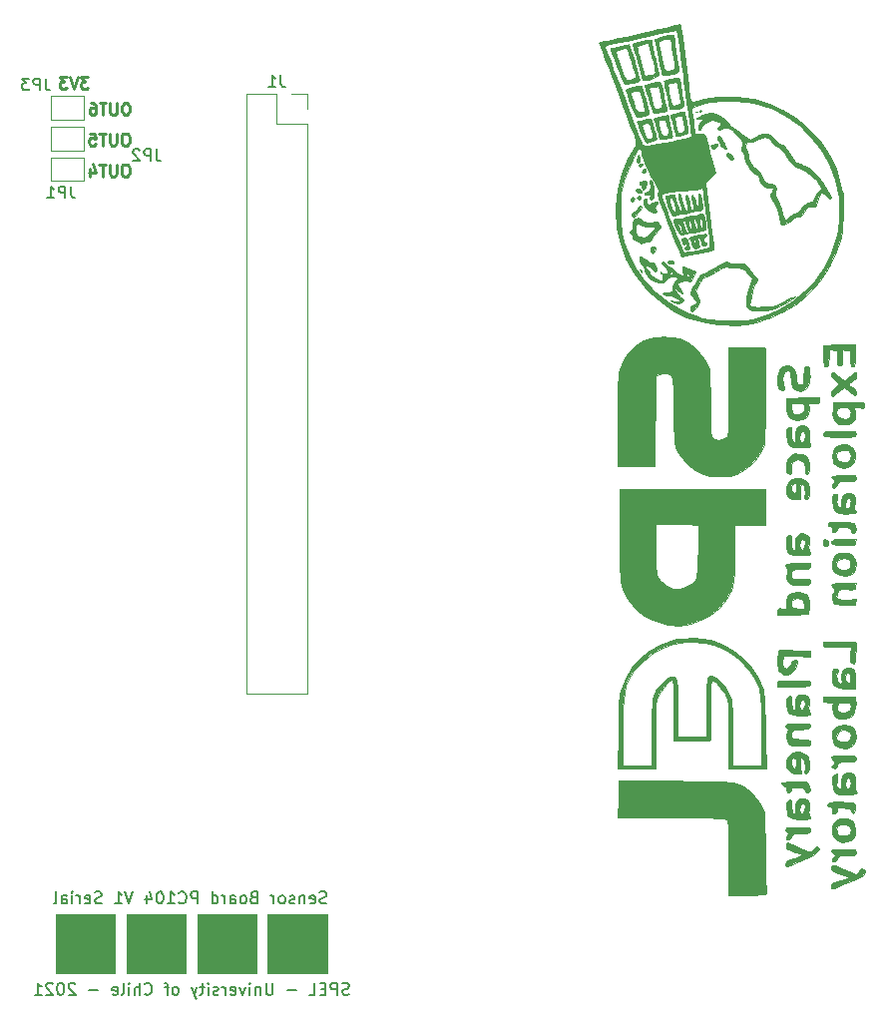
<source format=gbr>
G04 #@! TF.GenerationSoftware,KiCad,Pcbnew,(5.1.2)-2*
G04 #@! TF.CreationDate,2021-08-27T14:50:56-04:00*
G04 #@! TF.ProjectId,MAG_Plus,4d41475f-506c-4757-932e-6b696361645f,rev?*
G04 #@! TF.SameCoordinates,Original*
G04 #@! TF.FileFunction,Legend,Bot*
G04 #@! TF.FilePolarity,Positive*
%FSLAX46Y46*%
G04 Gerber Fmt 4.6, Leading zero omitted, Abs format (unit mm)*
G04 Created by KiCad (PCBNEW (5.1.2)-2) date 2021-08-27 14:50:56*
%MOMM*%
%LPD*%
G04 APERTURE LIST*
%ADD10C,0.250000*%
%ADD11C,0.150000*%
%ADD12C,0.100000*%
%ADD13C,0.010000*%
%ADD14C,0.120000*%
G04 APERTURE END LIST*
D10*
X49678095Y-50982380D02*
X49059047Y-50982380D01*
X49392380Y-51363333D01*
X49249523Y-51363333D01*
X49154285Y-51410952D01*
X49106666Y-51458571D01*
X49059047Y-51553809D01*
X49059047Y-51791904D01*
X49106666Y-51887142D01*
X49154285Y-51934761D01*
X49249523Y-51982380D01*
X49535238Y-51982380D01*
X49630476Y-51934761D01*
X49678095Y-51887142D01*
X48773333Y-50982380D02*
X48440000Y-51982380D01*
X48106666Y-50982380D01*
X47868571Y-50982380D02*
X47249523Y-50982380D01*
X47582857Y-51363333D01*
X47440000Y-51363333D01*
X47344761Y-51410952D01*
X47297142Y-51458571D01*
X47249523Y-51553809D01*
X47249523Y-51791904D01*
X47297142Y-51887142D01*
X47344761Y-51934761D01*
X47440000Y-51982380D01*
X47725714Y-51982380D01*
X47820952Y-51934761D01*
X47868571Y-51887142D01*
X52966190Y-53172380D02*
X52775714Y-53172380D01*
X52680476Y-53220000D01*
X52585238Y-53315238D01*
X52537619Y-53505714D01*
X52537619Y-53839047D01*
X52585238Y-54029523D01*
X52680476Y-54124761D01*
X52775714Y-54172380D01*
X52966190Y-54172380D01*
X53061428Y-54124761D01*
X53156666Y-54029523D01*
X53204285Y-53839047D01*
X53204285Y-53505714D01*
X53156666Y-53315238D01*
X53061428Y-53220000D01*
X52966190Y-53172380D01*
X52109047Y-53172380D02*
X52109047Y-53981904D01*
X52061428Y-54077142D01*
X52013809Y-54124761D01*
X51918571Y-54172380D01*
X51728095Y-54172380D01*
X51632857Y-54124761D01*
X51585238Y-54077142D01*
X51537619Y-53981904D01*
X51537619Y-53172380D01*
X51204285Y-53172380D02*
X50632857Y-53172380D01*
X50918571Y-54172380D02*
X50918571Y-53172380D01*
X49870952Y-53172380D02*
X50061428Y-53172380D01*
X50156666Y-53220000D01*
X50204285Y-53267619D01*
X50299523Y-53410476D01*
X50347142Y-53600952D01*
X50347142Y-53981904D01*
X50299523Y-54077142D01*
X50251904Y-54124761D01*
X50156666Y-54172380D01*
X49966190Y-54172380D01*
X49870952Y-54124761D01*
X49823333Y-54077142D01*
X49775714Y-53981904D01*
X49775714Y-53743809D01*
X49823333Y-53648571D01*
X49870952Y-53600952D01*
X49966190Y-53553333D01*
X50156666Y-53553333D01*
X50251904Y-53600952D01*
X50299523Y-53648571D01*
X50347142Y-53743809D01*
X52936190Y-55762380D02*
X52745714Y-55762380D01*
X52650476Y-55810000D01*
X52555238Y-55905238D01*
X52507619Y-56095714D01*
X52507619Y-56429047D01*
X52555238Y-56619523D01*
X52650476Y-56714761D01*
X52745714Y-56762380D01*
X52936190Y-56762380D01*
X53031428Y-56714761D01*
X53126666Y-56619523D01*
X53174285Y-56429047D01*
X53174285Y-56095714D01*
X53126666Y-55905238D01*
X53031428Y-55810000D01*
X52936190Y-55762380D01*
X52079047Y-55762380D02*
X52079047Y-56571904D01*
X52031428Y-56667142D01*
X51983809Y-56714761D01*
X51888571Y-56762380D01*
X51698095Y-56762380D01*
X51602857Y-56714761D01*
X51555238Y-56667142D01*
X51507619Y-56571904D01*
X51507619Y-55762380D01*
X51174285Y-55762380D02*
X50602857Y-55762380D01*
X50888571Y-56762380D02*
X50888571Y-55762380D01*
X49793333Y-55762380D02*
X50269523Y-55762380D01*
X50317142Y-56238571D01*
X50269523Y-56190952D01*
X50174285Y-56143333D01*
X49936190Y-56143333D01*
X49840952Y-56190952D01*
X49793333Y-56238571D01*
X49745714Y-56333809D01*
X49745714Y-56571904D01*
X49793333Y-56667142D01*
X49840952Y-56714761D01*
X49936190Y-56762380D01*
X50174285Y-56762380D01*
X50269523Y-56714761D01*
X50317142Y-56667142D01*
X52936190Y-58392380D02*
X52745714Y-58392380D01*
X52650476Y-58440000D01*
X52555238Y-58535238D01*
X52507619Y-58725714D01*
X52507619Y-59059047D01*
X52555238Y-59249523D01*
X52650476Y-59344761D01*
X52745714Y-59392380D01*
X52936190Y-59392380D01*
X53031428Y-59344761D01*
X53126666Y-59249523D01*
X53174285Y-59059047D01*
X53174285Y-58725714D01*
X53126666Y-58535238D01*
X53031428Y-58440000D01*
X52936190Y-58392380D01*
X52079047Y-58392380D02*
X52079047Y-59201904D01*
X52031428Y-59297142D01*
X51983809Y-59344761D01*
X51888571Y-59392380D01*
X51698095Y-59392380D01*
X51602857Y-59344761D01*
X51555238Y-59297142D01*
X51507619Y-59201904D01*
X51507619Y-58392380D01*
X51174285Y-58392380D02*
X50602857Y-58392380D01*
X50888571Y-59392380D02*
X50888571Y-58392380D01*
X49840952Y-58725714D02*
X49840952Y-59392380D01*
X50079047Y-58344761D02*
X50317142Y-59059047D01*
X49698095Y-59059047D01*
D11*
X71813333Y-128784761D02*
X71670476Y-128832380D01*
X71432380Y-128832380D01*
X71337142Y-128784761D01*
X71289523Y-128737142D01*
X71241904Y-128641904D01*
X71241904Y-128546666D01*
X71289523Y-128451428D01*
X71337142Y-128403809D01*
X71432380Y-128356190D01*
X71622857Y-128308571D01*
X71718095Y-128260952D01*
X71765714Y-128213333D01*
X71813333Y-128118095D01*
X71813333Y-128022857D01*
X71765714Y-127927619D01*
X71718095Y-127880000D01*
X71622857Y-127832380D01*
X71384761Y-127832380D01*
X71241904Y-127880000D01*
X70813333Y-128832380D02*
X70813333Y-127832380D01*
X70432380Y-127832380D01*
X70337142Y-127880000D01*
X70289523Y-127927619D01*
X70241904Y-128022857D01*
X70241904Y-128165714D01*
X70289523Y-128260952D01*
X70337142Y-128308571D01*
X70432380Y-128356190D01*
X70813333Y-128356190D01*
X69813333Y-128308571D02*
X69480000Y-128308571D01*
X69337142Y-128832380D02*
X69813333Y-128832380D01*
X69813333Y-127832380D01*
X69337142Y-127832380D01*
X68432380Y-128832380D02*
X68908571Y-128832380D01*
X68908571Y-127832380D01*
X67337142Y-128451428D02*
X66575238Y-128451428D01*
X65337142Y-127832380D02*
X65337142Y-128641904D01*
X65289523Y-128737142D01*
X65241904Y-128784761D01*
X65146666Y-128832380D01*
X64956190Y-128832380D01*
X64860952Y-128784761D01*
X64813333Y-128737142D01*
X64765714Y-128641904D01*
X64765714Y-127832380D01*
X64289523Y-128165714D02*
X64289523Y-128832380D01*
X64289523Y-128260952D02*
X64241904Y-128213333D01*
X64146666Y-128165714D01*
X64003809Y-128165714D01*
X63908571Y-128213333D01*
X63860952Y-128308571D01*
X63860952Y-128832380D01*
X63384761Y-128832380D02*
X63384761Y-128165714D01*
X63384761Y-127832380D02*
X63432380Y-127880000D01*
X63384761Y-127927619D01*
X63337142Y-127880000D01*
X63384761Y-127832380D01*
X63384761Y-127927619D01*
X63003809Y-128165714D02*
X62765714Y-128832380D01*
X62527619Y-128165714D01*
X61765714Y-128784761D02*
X61860952Y-128832380D01*
X62051428Y-128832380D01*
X62146666Y-128784761D01*
X62194285Y-128689523D01*
X62194285Y-128308571D01*
X62146666Y-128213333D01*
X62051428Y-128165714D01*
X61860952Y-128165714D01*
X61765714Y-128213333D01*
X61718095Y-128308571D01*
X61718095Y-128403809D01*
X62194285Y-128499047D01*
X61289523Y-128832380D02*
X61289523Y-128165714D01*
X61289523Y-128356190D02*
X61241904Y-128260952D01*
X61194285Y-128213333D01*
X61099047Y-128165714D01*
X61003809Y-128165714D01*
X60718095Y-128784761D02*
X60622857Y-128832380D01*
X60432380Y-128832380D01*
X60337142Y-128784761D01*
X60289523Y-128689523D01*
X60289523Y-128641904D01*
X60337142Y-128546666D01*
X60432380Y-128499047D01*
X60575238Y-128499047D01*
X60670476Y-128451428D01*
X60718095Y-128356190D01*
X60718095Y-128308571D01*
X60670476Y-128213333D01*
X60575238Y-128165714D01*
X60432380Y-128165714D01*
X60337142Y-128213333D01*
X59860952Y-128832380D02*
X59860952Y-128165714D01*
X59860952Y-127832380D02*
X59908571Y-127880000D01*
X59860952Y-127927619D01*
X59813333Y-127880000D01*
X59860952Y-127832380D01*
X59860952Y-127927619D01*
X59527619Y-128165714D02*
X59146666Y-128165714D01*
X59384761Y-127832380D02*
X59384761Y-128689523D01*
X59337142Y-128784761D01*
X59241904Y-128832380D01*
X59146666Y-128832380D01*
X58908571Y-128165714D02*
X58670476Y-128832380D01*
X58432380Y-128165714D02*
X58670476Y-128832380D01*
X58765714Y-129070476D01*
X58813333Y-129118095D01*
X58908571Y-129165714D01*
X57146666Y-128832380D02*
X57241904Y-128784761D01*
X57289523Y-128737142D01*
X57337142Y-128641904D01*
X57337142Y-128356190D01*
X57289523Y-128260952D01*
X57241904Y-128213333D01*
X57146666Y-128165714D01*
X57003809Y-128165714D01*
X56908571Y-128213333D01*
X56860952Y-128260952D01*
X56813333Y-128356190D01*
X56813333Y-128641904D01*
X56860952Y-128737142D01*
X56908571Y-128784761D01*
X57003809Y-128832380D01*
X57146666Y-128832380D01*
X56527619Y-128165714D02*
X56146666Y-128165714D01*
X56384761Y-128832380D02*
X56384761Y-127975238D01*
X56337142Y-127880000D01*
X56241904Y-127832380D01*
X56146666Y-127832380D01*
X54480000Y-128737142D02*
X54527619Y-128784761D01*
X54670476Y-128832380D01*
X54765714Y-128832380D01*
X54908571Y-128784761D01*
X55003809Y-128689523D01*
X55051428Y-128594285D01*
X55099047Y-128403809D01*
X55099047Y-128260952D01*
X55051428Y-128070476D01*
X55003809Y-127975238D01*
X54908571Y-127880000D01*
X54765714Y-127832380D01*
X54670476Y-127832380D01*
X54527619Y-127880000D01*
X54480000Y-127927619D01*
X54051428Y-128832380D02*
X54051428Y-127832380D01*
X53622857Y-128832380D02*
X53622857Y-128308571D01*
X53670476Y-128213333D01*
X53765714Y-128165714D01*
X53908571Y-128165714D01*
X54003809Y-128213333D01*
X54051428Y-128260952D01*
X53146666Y-128832380D02*
X53146666Y-128165714D01*
X53146666Y-127832380D02*
X53194285Y-127880000D01*
X53146666Y-127927619D01*
X53099047Y-127880000D01*
X53146666Y-127832380D01*
X53146666Y-127927619D01*
X52527619Y-128832380D02*
X52622857Y-128784761D01*
X52670476Y-128689523D01*
X52670476Y-127832380D01*
X51765714Y-128784761D02*
X51860952Y-128832380D01*
X52051428Y-128832380D01*
X52146666Y-128784761D01*
X52194285Y-128689523D01*
X52194285Y-128308571D01*
X52146666Y-128213333D01*
X52051428Y-128165714D01*
X51860952Y-128165714D01*
X51765714Y-128213333D01*
X51718095Y-128308571D01*
X51718095Y-128403809D01*
X52194285Y-128499047D01*
X50527619Y-128451428D02*
X49765714Y-128451428D01*
X48575238Y-127927619D02*
X48527619Y-127880000D01*
X48432380Y-127832380D01*
X48194285Y-127832380D01*
X48099047Y-127880000D01*
X48051428Y-127927619D01*
X48003809Y-128022857D01*
X48003809Y-128118095D01*
X48051428Y-128260952D01*
X48622857Y-128832380D01*
X48003809Y-128832380D01*
X47384761Y-127832380D02*
X47289523Y-127832380D01*
X47194285Y-127880000D01*
X47146666Y-127927619D01*
X47099047Y-128022857D01*
X47051428Y-128213333D01*
X47051428Y-128451428D01*
X47099047Y-128641904D01*
X47146666Y-128737142D01*
X47194285Y-128784761D01*
X47289523Y-128832380D01*
X47384761Y-128832380D01*
X47480000Y-128784761D01*
X47527619Y-128737142D01*
X47575238Y-128641904D01*
X47622857Y-128451428D01*
X47622857Y-128213333D01*
X47575238Y-128022857D01*
X47527619Y-127927619D01*
X47480000Y-127880000D01*
X47384761Y-127832380D01*
X46670476Y-127927619D02*
X46622857Y-127880000D01*
X46527619Y-127832380D01*
X46289523Y-127832380D01*
X46194285Y-127880000D01*
X46146666Y-127927619D01*
X46099047Y-128022857D01*
X46099047Y-128118095D01*
X46146666Y-128260952D01*
X46718095Y-128832380D01*
X46099047Y-128832380D01*
X45146666Y-128832380D02*
X45718095Y-128832380D01*
X45432380Y-128832380D02*
X45432380Y-127832380D01*
X45527619Y-127975238D01*
X45622857Y-128070476D01*
X45718095Y-128118095D01*
D12*
G36*
X51930000Y-127030000D02*
G01*
X46930000Y-127030000D01*
X46930000Y-122030000D01*
X51930000Y-122030000D01*
X51930000Y-127030000D01*
G37*
X51930000Y-127030000D02*
X46930000Y-127030000D01*
X46930000Y-122030000D01*
X51930000Y-122030000D01*
X51930000Y-127030000D01*
G36*
X57930000Y-127030000D02*
G01*
X52930000Y-127030000D01*
X52930000Y-122030000D01*
X57930000Y-122030000D01*
X57930000Y-127030000D01*
G37*
X57930000Y-127030000D02*
X52930000Y-127030000D01*
X52930000Y-122030000D01*
X57930000Y-122030000D01*
X57930000Y-127030000D01*
G36*
X63930000Y-127030000D02*
G01*
X58930000Y-127030000D01*
X58930000Y-122030000D01*
X63930000Y-122030000D01*
X63930000Y-127030000D01*
G37*
X63930000Y-127030000D02*
X58930000Y-127030000D01*
X58930000Y-122030000D01*
X63930000Y-122030000D01*
X63930000Y-127030000D01*
G36*
X69930000Y-127030000D02*
G01*
X64930000Y-127030000D01*
X64930000Y-122030000D01*
X69930000Y-122030000D01*
X69930000Y-127030000D01*
G37*
X69930000Y-127030000D02*
X64930000Y-127030000D01*
X64930000Y-122030000D01*
X69930000Y-122030000D01*
X69930000Y-127030000D01*
D11*
X69903809Y-121034761D02*
X69760952Y-121082380D01*
X69522857Y-121082380D01*
X69427619Y-121034761D01*
X69380000Y-120987142D01*
X69332380Y-120891904D01*
X69332380Y-120796666D01*
X69380000Y-120701428D01*
X69427619Y-120653809D01*
X69522857Y-120606190D01*
X69713333Y-120558571D01*
X69808571Y-120510952D01*
X69856190Y-120463333D01*
X69903809Y-120368095D01*
X69903809Y-120272857D01*
X69856190Y-120177619D01*
X69808571Y-120130000D01*
X69713333Y-120082380D01*
X69475238Y-120082380D01*
X69332380Y-120130000D01*
X68522857Y-121034761D02*
X68618095Y-121082380D01*
X68808571Y-121082380D01*
X68903809Y-121034761D01*
X68951428Y-120939523D01*
X68951428Y-120558571D01*
X68903809Y-120463333D01*
X68808571Y-120415714D01*
X68618095Y-120415714D01*
X68522857Y-120463333D01*
X68475238Y-120558571D01*
X68475238Y-120653809D01*
X68951428Y-120749047D01*
X68046666Y-120415714D02*
X68046666Y-121082380D01*
X68046666Y-120510952D02*
X67999047Y-120463333D01*
X67903809Y-120415714D01*
X67760952Y-120415714D01*
X67665714Y-120463333D01*
X67618095Y-120558571D01*
X67618095Y-121082380D01*
X67189523Y-121034761D02*
X67094285Y-121082380D01*
X66903809Y-121082380D01*
X66808571Y-121034761D01*
X66760952Y-120939523D01*
X66760952Y-120891904D01*
X66808571Y-120796666D01*
X66903809Y-120749047D01*
X67046666Y-120749047D01*
X67141904Y-120701428D01*
X67189523Y-120606190D01*
X67189523Y-120558571D01*
X67141904Y-120463333D01*
X67046666Y-120415714D01*
X66903809Y-120415714D01*
X66808571Y-120463333D01*
X66189523Y-121082380D02*
X66284761Y-121034761D01*
X66332380Y-120987142D01*
X66380000Y-120891904D01*
X66380000Y-120606190D01*
X66332380Y-120510952D01*
X66284761Y-120463333D01*
X66189523Y-120415714D01*
X66046666Y-120415714D01*
X65951428Y-120463333D01*
X65903809Y-120510952D01*
X65856190Y-120606190D01*
X65856190Y-120891904D01*
X65903809Y-120987142D01*
X65951428Y-121034761D01*
X66046666Y-121082380D01*
X66189523Y-121082380D01*
X65427619Y-121082380D02*
X65427619Y-120415714D01*
X65427619Y-120606190D02*
X65380000Y-120510952D01*
X65332380Y-120463333D01*
X65237142Y-120415714D01*
X65141904Y-120415714D01*
X63713333Y-120558571D02*
X63570476Y-120606190D01*
X63522857Y-120653809D01*
X63475238Y-120749047D01*
X63475238Y-120891904D01*
X63522857Y-120987142D01*
X63570476Y-121034761D01*
X63665714Y-121082380D01*
X64046666Y-121082380D01*
X64046666Y-120082380D01*
X63713333Y-120082380D01*
X63618095Y-120130000D01*
X63570476Y-120177619D01*
X63522857Y-120272857D01*
X63522857Y-120368095D01*
X63570476Y-120463333D01*
X63618095Y-120510952D01*
X63713333Y-120558571D01*
X64046666Y-120558571D01*
X62903809Y-121082380D02*
X62999047Y-121034761D01*
X63046666Y-120987142D01*
X63094285Y-120891904D01*
X63094285Y-120606190D01*
X63046666Y-120510952D01*
X62999047Y-120463333D01*
X62903809Y-120415714D01*
X62760952Y-120415714D01*
X62665714Y-120463333D01*
X62618095Y-120510952D01*
X62570476Y-120606190D01*
X62570476Y-120891904D01*
X62618095Y-120987142D01*
X62665714Y-121034761D01*
X62760952Y-121082380D01*
X62903809Y-121082380D01*
X61713333Y-121082380D02*
X61713333Y-120558571D01*
X61760952Y-120463333D01*
X61856190Y-120415714D01*
X62046666Y-120415714D01*
X62141904Y-120463333D01*
X61713333Y-121034761D02*
X61808571Y-121082380D01*
X62046666Y-121082380D01*
X62141904Y-121034761D01*
X62189523Y-120939523D01*
X62189523Y-120844285D01*
X62141904Y-120749047D01*
X62046666Y-120701428D01*
X61808571Y-120701428D01*
X61713333Y-120653809D01*
X61237142Y-121082380D02*
X61237142Y-120415714D01*
X61237142Y-120606190D02*
X61189523Y-120510952D01*
X61141904Y-120463333D01*
X61046666Y-120415714D01*
X60951428Y-120415714D01*
X60189523Y-121082380D02*
X60189523Y-120082380D01*
X60189523Y-121034761D02*
X60284761Y-121082380D01*
X60475238Y-121082380D01*
X60570476Y-121034761D01*
X60618095Y-120987142D01*
X60665714Y-120891904D01*
X60665714Y-120606190D01*
X60618095Y-120510952D01*
X60570476Y-120463333D01*
X60475238Y-120415714D01*
X60284761Y-120415714D01*
X60189523Y-120463333D01*
X58951428Y-121082380D02*
X58951428Y-120082380D01*
X58570476Y-120082380D01*
X58475238Y-120130000D01*
X58427619Y-120177619D01*
X58380000Y-120272857D01*
X58380000Y-120415714D01*
X58427619Y-120510952D01*
X58475238Y-120558571D01*
X58570476Y-120606190D01*
X58951428Y-120606190D01*
X57380000Y-120987142D02*
X57427619Y-121034761D01*
X57570476Y-121082380D01*
X57665714Y-121082380D01*
X57808571Y-121034761D01*
X57903809Y-120939523D01*
X57951428Y-120844285D01*
X57999047Y-120653809D01*
X57999047Y-120510952D01*
X57951428Y-120320476D01*
X57903809Y-120225238D01*
X57808571Y-120130000D01*
X57665714Y-120082380D01*
X57570476Y-120082380D01*
X57427619Y-120130000D01*
X57380000Y-120177619D01*
X56427619Y-121082380D02*
X56999047Y-121082380D01*
X56713333Y-121082380D02*
X56713333Y-120082380D01*
X56808571Y-120225238D01*
X56903809Y-120320476D01*
X56999047Y-120368095D01*
X55808571Y-120082380D02*
X55713333Y-120082380D01*
X55618095Y-120130000D01*
X55570476Y-120177619D01*
X55522857Y-120272857D01*
X55475238Y-120463333D01*
X55475238Y-120701428D01*
X55522857Y-120891904D01*
X55570476Y-120987142D01*
X55618095Y-121034761D01*
X55713333Y-121082380D01*
X55808571Y-121082380D01*
X55903809Y-121034761D01*
X55951428Y-120987142D01*
X55999047Y-120891904D01*
X56046666Y-120701428D01*
X56046666Y-120463333D01*
X55999047Y-120272857D01*
X55951428Y-120177619D01*
X55903809Y-120130000D01*
X55808571Y-120082380D01*
X54618095Y-120415714D02*
X54618095Y-121082380D01*
X54856190Y-120034761D02*
X55094285Y-120749047D01*
X54475238Y-120749047D01*
X53475238Y-120082380D02*
X53141904Y-121082380D01*
X52808571Y-120082380D01*
X51951428Y-121082380D02*
X52522857Y-121082380D01*
X52237142Y-121082380D02*
X52237142Y-120082380D01*
X52332380Y-120225238D01*
X52427619Y-120320476D01*
X52522857Y-120368095D01*
X50808571Y-121034761D02*
X50665714Y-121082380D01*
X50427619Y-121082380D01*
X50332380Y-121034761D01*
X50284761Y-120987142D01*
X50237142Y-120891904D01*
X50237142Y-120796666D01*
X50284761Y-120701428D01*
X50332380Y-120653809D01*
X50427619Y-120606190D01*
X50618095Y-120558571D01*
X50713333Y-120510952D01*
X50760952Y-120463333D01*
X50808571Y-120368095D01*
X50808571Y-120272857D01*
X50760952Y-120177619D01*
X50713333Y-120130000D01*
X50618095Y-120082380D01*
X50380000Y-120082380D01*
X50237142Y-120130000D01*
X49427619Y-121034761D02*
X49522857Y-121082380D01*
X49713333Y-121082380D01*
X49808571Y-121034761D01*
X49856190Y-120939523D01*
X49856190Y-120558571D01*
X49808571Y-120463333D01*
X49713333Y-120415714D01*
X49522857Y-120415714D01*
X49427619Y-120463333D01*
X49380000Y-120558571D01*
X49380000Y-120653809D01*
X49856190Y-120749047D01*
X48951428Y-121082380D02*
X48951428Y-120415714D01*
X48951428Y-120606190D02*
X48903809Y-120510952D01*
X48856190Y-120463333D01*
X48760952Y-120415714D01*
X48665714Y-120415714D01*
X48332380Y-121082380D02*
X48332380Y-120415714D01*
X48332380Y-120082380D02*
X48380000Y-120130000D01*
X48332380Y-120177619D01*
X48284761Y-120130000D01*
X48332380Y-120082380D01*
X48332380Y-120177619D01*
X47427619Y-121082380D02*
X47427619Y-120558571D01*
X47475238Y-120463333D01*
X47570476Y-120415714D01*
X47760952Y-120415714D01*
X47856190Y-120463333D01*
X47427619Y-121034761D02*
X47522857Y-121082380D01*
X47760952Y-121082380D01*
X47856190Y-121034761D01*
X47903809Y-120939523D01*
X47903809Y-120844285D01*
X47856190Y-120749047D01*
X47760952Y-120701428D01*
X47522857Y-120701428D01*
X47427619Y-120653809D01*
X46808571Y-121082380D02*
X46903809Y-121034761D01*
X46951428Y-120939523D01*
X46951428Y-120082380D01*
D13*
G36*
X94020867Y-48632422D02*
G01*
X94108885Y-48889967D01*
X94246051Y-49274630D01*
X94420499Y-49752911D01*
X94530546Y-50050491D01*
X94757953Y-50638808D01*
X94953413Y-51097198D01*
X95107220Y-51404771D01*
X95209667Y-51540634D01*
X95225051Y-51545394D01*
X95400756Y-51527104D01*
X95699991Y-51485814D01*
X95906531Y-51454282D01*
X96244127Y-51382391D01*
X96408858Y-51293538D01*
X96439416Y-51200113D01*
X96406357Y-51043555D01*
X96323519Y-50730037D01*
X96202314Y-50300716D01*
X96054153Y-49796744D01*
X96004733Y-49632449D01*
X95851771Y-49128298D01*
X95721179Y-48700942D01*
X95624121Y-48386684D01*
X95571762Y-48221823D01*
X95566042Y-48206099D01*
X95468767Y-48216263D01*
X95357120Y-48236575D01*
X95357120Y-48516816D01*
X95382769Y-48529844D01*
X95430444Y-48642449D01*
X95521190Y-48905737D01*
X95640015Y-49271340D01*
X95771923Y-49690892D01*
X95901921Y-50116024D01*
X96015016Y-50498369D01*
X96096212Y-50789559D01*
X96130516Y-50941227D01*
X96130597Y-50942194D01*
X96051127Y-51056607D01*
X95906531Y-51122207D01*
X95614740Y-51174803D01*
X95453703Y-51186136D01*
X95382415Y-51182003D01*
X95318839Y-51153225D01*
X95252670Y-51076746D01*
X95173608Y-50929514D01*
X95071350Y-50688475D01*
X94935594Y-50330576D01*
X94756038Y-49832764D01*
X94522379Y-49171986D01*
X94406487Y-48842750D01*
X94474074Y-48763572D01*
X94674152Y-48668562D01*
X94935499Y-48580549D01*
X95186895Y-48522358D01*
X95357120Y-48516816D01*
X95357120Y-48236575D01*
X95229283Y-48259833D01*
X94907567Y-48324244D01*
X94563597Y-48396930D01*
X94257348Y-48465323D01*
X94048799Y-48516859D01*
X93993863Y-48535494D01*
X94020867Y-48632422D01*
X94020867Y-48632422D01*
G37*
X94020867Y-48632422D02*
X94108885Y-48889967D01*
X94246051Y-49274630D01*
X94420499Y-49752911D01*
X94530546Y-50050491D01*
X94757953Y-50638808D01*
X94953413Y-51097198D01*
X95107220Y-51404771D01*
X95209667Y-51540634D01*
X95225051Y-51545394D01*
X95400756Y-51527104D01*
X95699991Y-51485814D01*
X95906531Y-51454282D01*
X96244127Y-51382391D01*
X96408858Y-51293538D01*
X96439416Y-51200113D01*
X96406357Y-51043555D01*
X96323519Y-50730037D01*
X96202314Y-50300716D01*
X96054153Y-49796744D01*
X96004733Y-49632449D01*
X95851771Y-49128298D01*
X95721179Y-48700942D01*
X95624121Y-48386684D01*
X95571762Y-48221823D01*
X95566042Y-48206099D01*
X95468767Y-48216263D01*
X95357120Y-48236575D01*
X95357120Y-48516816D01*
X95382769Y-48529844D01*
X95430444Y-48642449D01*
X95521190Y-48905737D01*
X95640015Y-49271340D01*
X95771923Y-49690892D01*
X95901921Y-50116024D01*
X96015016Y-50498369D01*
X96096212Y-50789559D01*
X96130516Y-50941227D01*
X96130597Y-50942194D01*
X96051127Y-51056607D01*
X95906531Y-51122207D01*
X95614740Y-51174803D01*
X95453703Y-51186136D01*
X95382415Y-51182003D01*
X95318839Y-51153225D01*
X95252670Y-51076746D01*
X95173608Y-50929514D01*
X95071350Y-50688475D01*
X94935594Y-50330576D01*
X94756038Y-49832764D01*
X94522379Y-49171986D01*
X94406487Y-48842750D01*
X94474074Y-48763572D01*
X94674152Y-48668562D01*
X94935499Y-48580549D01*
X95186895Y-48522358D01*
X95357120Y-48516816D01*
X95357120Y-48236575D01*
X95229283Y-48259833D01*
X94907567Y-48324244D01*
X94563597Y-48396930D01*
X94257348Y-48465323D01*
X94048799Y-48516859D01*
X93993863Y-48535494D01*
X94020867Y-48632422D01*
G36*
X95347685Y-52227076D02*
G01*
X95441744Y-52520222D01*
X95575651Y-52894095D01*
X95731230Y-53302193D01*
X95890307Y-53698014D01*
X96034707Y-54035059D01*
X96146254Y-54266825D01*
X96205130Y-54347140D01*
X96516890Y-54316419D01*
X96838375Y-54251293D01*
X97106069Y-54169009D01*
X97256452Y-54086811D01*
X97269561Y-54058138D01*
X97237492Y-53912956D01*
X97158935Y-53615518D01*
X97046495Y-53212314D01*
X96941049Y-52846327D01*
X96811436Y-52404703D01*
X96704541Y-52044722D01*
X96632759Y-51807855D01*
X96608709Y-51734433D01*
X96497596Y-51724876D01*
X96491831Y-51725785D01*
X96491831Y-52172449D01*
X96722416Y-52950000D01*
X96828635Y-53331431D01*
X96901502Y-53638725D01*
X96928044Y-53815868D01*
X96926534Y-53831225D01*
X96816274Y-53902101D01*
X96583801Y-53934666D01*
X96561017Y-53934898D01*
X96392534Y-53925406D01*
X96272339Y-53870992D01*
X96170188Y-53732748D01*
X96055840Y-53471766D01*
X95922460Y-53113388D01*
X95791432Y-52734369D01*
X95701581Y-52435600D01*
X95666823Y-52265092D01*
X95670532Y-52244298D01*
X95795651Y-52210330D01*
X96044002Y-52187062D01*
X96104971Y-52184585D01*
X96491831Y-52172449D01*
X96491831Y-51725785D01*
X96256499Y-51762894D01*
X95951405Y-51831864D01*
X95648301Y-51915165D01*
X95413176Y-51996174D01*
X95312016Y-52058271D01*
X95311648Y-52061156D01*
X95347685Y-52227076D01*
X95347685Y-52227076D01*
G37*
X95347685Y-52227076D02*
X95441744Y-52520222D01*
X95575651Y-52894095D01*
X95731230Y-53302193D01*
X95890307Y-53698014D01*
X96034707Y-54035059D01*
X96146254Y-54266825D01*
X96205130Y-54347140D01*
X96516890Y-54316419D01*
X96838375Y-54251293D01*
X97106069Y-54169009D01*
X97256452Y-54086811D01*
X97269561Y-54058138D01*
X97237492Y-53912956D01*
X97158935Y-53615518D01*
X97046495Y-53212314D01*
X96941049Y-52846327D01*
X96811436Y-52404703D01*
X96704541Y-52044722D01*
X96632759Y-51807855D01*
X96608709Y-51734433D01*
X96497596Y-51724876D01*
X96491831Y-51725785D01*
X96491831Y-52172449D01*
X96722416Y-52950000D01*
X96828635Y-53331431D01*
X96901502Y-53638725D01*
X96928044Y-53815868D01*
X96926534Y-53831225D01*
X96816274Y-53902101D01*
X96583801Y-53934666D01*
X96561017Y-53934898D01*
X96392534Y-53925406D01*
X96272339Y-53870992D01*
X96170188Y-53732748D01*
X96055840Y-53471766D01*
X95922460Y-53113388D01*
X95791432Y-52734369D01*
X95701581Y-52435600D01*
X95666823Y-52265092D01*
X95670532Y-52244298D01*
X95795651Y-52210330D01*
X96044002Y-52187062D01*
X96104971Y-52184585D01*
X96491831Y-52172449D01*
X96491831Y-51725785D01*
X96256499Y-51762894D01*
X95951405Y-51831864D01*
X95648301Y-51915165D01*
X95413176Y-51996174D01*
X95312016Y-52058271D01*
X95311648Y-52061156D01*
X95347685Y-52227076D01*
G36*
X96280331Y-54871548D02*
G01*
X96375969Y-55128386D01*
X96507970Y-55463508D01*
X96653918Y-55821827D01*
X96791396Y-56148253D01*
X96897989Y-56387698D01*
X96949881Y-56484145D01*
X97096839Y-56510335D01*
X97341474Y-56477926D01*
X97606898Y-56407186D01*
X97816226Y-56318380D01*
X97893082Y-56235532D01*
X97862344Y-56081640D01*
X97789351Y-55786803D01*
X97688706Y-55409476D01*
X97667998Y-55334490D01*
X97562872Y-54962879D01*
X97478651Y-54678022D01*
X97430494Y-54530863D01*
X97426199Y-54521964D01*
X97324367Y-54524449D01*
X97160016Y-54548845D01*
X97160016Y-54858630D01*
X97268234Y-54921723D01*
X97358229Y-55115427D01*
X97420641Y-55308140D01*
X97534944Y-55749302D01*
X97547926Y-56031555D01*
X97456089Y-56178809D01*
X97287857Y-56215715D01*
X97133696Y-56185282D01*
X97013549Y-56064366D01*
X96892506Y-55808541D01*
X96824087Y-55625471D01*
X96719560Y-55307569D01*
X96661974Y-55076706D01*
X96660924Y-54992096D01*
X96788145Y-54938474D01*
X96988954Y-54882112D01*
X97160016Y-54858630D01*
X97160016Y-54548845D01*
X97091851Y-54558964D01*
X96798244Y-54612204D01*
X96513138Y-54670864D01*
X96306128Y-54721638D01*
X96243470Y-54748083D01*
X96280331Y-54871548D01*
X96280331Y-54871548D01*
G37*
X96280331Y-54871548D02*
X96375969Y-55128386D01*
X96507970Y-55463508D01*
X96653918Y-55821827D01*
X96791396Y-56148253D01*
X96897989Y-56387698D01*
X96949881Y-56484145D01*
X97096839Y-56510335D01*
X97341474Y-56477926D01*
X97606898Y-56407186D01*
X97816226Y-56318380D01*
X97893082Y-56235532D01*
X97862344Y-56081640D01*
X97789351Y-55786803D01*
X97688706Y-55409476D01*
X97667998Y-55334490D01*
X97562872Y-54962879D01*
X97478651Y-54678022D01*
X97430494Y-54530863D01*
X97426199Y-54521964D01*
X97324367Y-54524449D01*
X97160016Y-54548845D01*
X97160016Y-54858630D01*
X97268234Y-54921723D01*
X97358229Y-55115427D01*
X97420641Y-55308140D01*
X97534944Y-55749302D01*
X97547926Y-56031555D01*
X97456089Y-56178809D01*
X97287857Y-56215715D01*
X97133696Y-56185282D01*
X97013549Y-56064366D01*
X96892506Y-55808541D01*
X96824087Y-55625471D01*
X96719560Y-55307569D01*
X96661974Y-55076706D01*
X96660924Y-54992096D01*
X96788145Y-54938474D01*
X96988954Y-54882112D01*
X97160016Y-54858630D01*
X97160016Y-54548845D01*
X97091851Y-54558964D01*
X96798244Y-54612204D01*
X96513138Y-54670864D01*
X96306128Y-54721638D01*
X96243470Y-54748083D01*
X96280331Y-54871548D01*
G36*
X95889937Y-48276255D02*
G01*
X95965962Y-48488084D01*
X96075039Y-48833672D01*
X96203488Y-49264582D01*
X96337629Y-49732379D01*
X96463782Y-50188628D01*
X96568267Y-50584893D01*
X96637405Y-50872738D01*
X96658164Y-50996299D01*
X96697468Y-51175889D01*
X96735919Y-51223093D01*
X96879477Y-51229619D01*
X97140520Y-51183018D01*
X97455985Y-51101626D01*
X97762811Y-51003776D01*
X97997936Y-50907804D01*
X98098297Y-50832044D01*
X98098572Y-50826917D01*
X98071518Y-50690033D01*
X98005839Y-50394424D01*
X97911266Y-49982993D01*
X97797531Y-49498646D01*
X97792383Y-49476939D01*
X97677255Y-48973969D01*
X97582290Y-48525439D01*
X97517368Y-48180383D01*
X97492382Y-47988353D01*
X97452864Y-47810775D01*
X97305563Y-47787475D01*
X97254286Y-47798015D01*
X97217267Y-47806357D01*
X97217267Y-48091250D01*
X97229838Y-48098597D01*
X97263206Y-48206100D01*
X97329483Y-48467371D01*
X97417441Y-48833581D01*
X97515851Y-49255904D01*
X97613485Y-49685512D01*
X97699115Y-50073579D01*
X97761512Y-50371275D01*
X97789449Y-50529775D01*
X97789762Y-50533474D01*
X97742671Y-50685806D01*
X97720027Y-50705490D01*
X97573201Y-50755591D01*
X97316074Y-50814861D01*
X97273645Y-50823040D01*
X96905808Y-50892047D01*
X96574639Y-49708865D01*
X96444916Y-49236703D01*
X96339032Y-48834759D01*
X96268170Y-48546634D01*
X96243470Y-48417497D01*
X96332300Y-48343713D01*
X96548913Y-48250008D01*
X96818491Y-48160569D01*
X97066215Y-48099587D01*
X97217267Y-48091250D01*
X97217267Y-47806357D01*
X97025327Y-47849615D01*
X96682285Y-47925237D01*
X96420514Y-47982243D01*
X96081571Y-48067240D01*
X95912741Y-48146594D01*
X95878349Y-48240071D01*
X95889937Y-48276255D01*
X95889937Y-48276255D01*
G37*
X95889937Y-48276255D02*
X95965962Y-48488084D01*
X96075039Y-48833672D01*
X96203488Y-49264582D01*
X96337629Y-49732379D01*
X96463782Y-50188628D01*
X96568267Y-50584893D01*
X96637405Y-50872738D01*
X96658164Y-50996299D01*
X96697468Y-51175889D01*
X96735919Y-51223093D01*
X96879477Y-51229619D01*
X97140520Y-51183018D01*
X97455985Y-51101626D01*
X97762811Y-51003776D01*
X97997936Y-50907804D01*
X98098297Y-50832044D01*
X98098572Y-50826917D01*
X98071518Y-50690033D01*
X98005839Y-50394424D01*
X97911266Y-49982993D01*
X97797531Y-49498646D01*
X97792383Y-49476939D01*
X97677255Y-48973969D01*
X97582290Y-48525439D01*
X97517368Y-48180383D01*
X97492382Y-47988353D01*
X97452864Y-47810775D01*
X97305563Y-47787475D01*
X97254286Y-47798015D01*
X97217267Y-47806357D01*
X97217267Y-48091250D01*
X97229838Y-48098597D01*
X97263206Y-48206100D01*
X97329483Y-48467371D01*
X97417441Y-48833581D01*
X97515851Y-49255904D01*
X97613485Y-49685512D01*
X97699115Y-50073579D01*
X97761512Y-50371275D01*
X97789449Y-50529775D01*
X97789762Y-50533474D01*
X97742671Y-50685806D01*
X97720027Y-50705490D01*
X97573201Y-50755591D01*
X97316074Y-50814861D01*
X97273645Y-50823040D01*
X96905808Y-50892047D01*
X96574639Y-49708865D01*
X96444916Y-49236703D01*
X96339032Y-48834759D01*
X96268170Y-48546634D01*
X96243470Y-48417497D01*
X96332300Y-48343713D01*
X96548913Y-48250008D01*
X96818491Y-48160569D01*
X97066215Y-48099587D01*
X97217267Y-48091250D01*
X97217267Y-47806357D01*
X97025327Y-47849615D01*
X96682285Y-47925237D01*
X96420514Y-47982243D01*
X96081571Y-48067240D01*
X95912741Y-48146594D01*
X95878349Y-48240071D01*
X95889937Y-48276255D01*
G36*
X96909632Y-51745633D02*
G01*
X96971387Y-51989938D01*
X97071762Y-52337739D01*
X97196085Y-52742836D01*
X97329684Y-53159032D01*
X97457886Y-53540126D01*
X97566020Y-53839922D01*
X97639413Y-54012219D01*
X97658645Y-54036119D01*
X97900078Y-54011522D01*
X98204962Y-53958505D01*
X98500199Y-53892756D01*
X98712688Y-53829960D01*
X98772522Y-53797102D01*
X98769072Y-53653837D01*
X98733794Y-53569827D01*
X98677381Y-53403699D01*
X98597970Y-53089093D01*
X98509083Y-52681637D01*
X98469722Y-52483470D01*
X98387201Y-52058785D01*
X98317544Y-51707608D01*
X98271275Y-51482667D01*
X98260622Y-51435631D01*
X98165056Y-51386163D01*
X98069357Y-51395187D01*
X98069357Y-51704071D01*
X98235398Y-52456628D01*
X98336516Y-52953347D01*
X98376363Y-53287632D01*
X98350386Y-53496488D01*
X98254031Y-53616920D01*
X98084169Y-53685555D01*
X97860118Y-53710949D01*
X97741360Y-53667017D01*
X97669799Y-53498657D01*
X97575457Y-53209267D01*
X97472940Y-52853942D01*
X97376851Y-52487773D01*
X97301795Y-52165852D01*
X97262377Y-51943273D01*
X97266025Y-51873908D01*
X97403658Y-51832383D01*
X97655483Y-51778775D01*
X97700699Y-51770448D01*
X98069357Y-51704071D01*
X98069357Y-51395187D01*
X97910070Y-51410209D01*
X97574245Y-51484406D01*
X97237252Y-51568174D01*
X96994678Y-51628214D01*
X96901168Y-51651020D01*
X96909632Y-51745633D01*
X96909632Y-51745633D01*
G37*
X96909632Y-51745633D02*
X96971387Y-51989938D01*
X97071762Y-52337739D01*
X97196085Y-52742836D01*
X97329684Y-53159032D01*
X97457886Y-53540126D01*
X97566020Y-53839922D01*
X97639413Y-54012219D01*
X97658645Y-54036119D01*
X97900078Y-54011522D01*
X98204962Y-53958505D01*
X98500199Y-53892756D01*
X98712688Y-53829960D01*
X98772522Y-53797102D01*
X98769072Y-53653837D01*
X98733794Y-53569827D01*
X98677381Y-53403699D01*
X98597970Y-53089093D01*
X98509083Y-52681637D01*
X98469722Y-52483470D01*
X98387201Y-52058785D01*
X98317544Y-51707608D01*
X98271275Y-51482667D01*
X98260622Y-51435631D01*
X98165056Y-51386163D01*
X98069357Y-51395187D01*
X98069357Y-51704071D01*
X98235398Y-52456628D01*
X98336516Y-52953347D01*
X98376363Y-53287632D01*
X98350386Y-53496488D01*
X98254031Y-53616920D01*
X98084169Y-53685555D01*
X97860118Y-53710949D01*
X97741360Y-53667017D01*
X97669799Y-53498657D01*
X97575457Y-53209267D01*
X97472940Y-52853942D01*
X97376851Y-52487773D01*
X97301795Y-52165852D01*
X97262377Y-51943273D01*
X97266025Y-51873908D01*
X97403658Y-51832383D01*
X97655483Y-51778775D01*
X97700699Y-51770448D01*
X98069357Y-51704071D01*
X98069357Y-51395187D01*
X97910070Y-51410209D01*
X97574245Y-51484406D01*
X97237252Y-51568174D01*
X96994678Y-51628214D01*
X96901168Y-51651020D01*
X96909632Y-51745633D01*
G36*
X97655938Y-54588810D02*
G01*
X97730150Y-54715122D01*
X97831460Y-54980656D01*
X97941228Y-55322395D01*
X98040812Y-55677320D01*
X98111573Y-55982414D01*
X98134869Y-56174661D01*
X98131493Y-56196483D01*
X98207372Y-56225054D01*
X98417042Y-56223172D01*
X98690358Y-56197832D01*
X98957175Y-56156026D01*
X99147348Y-56104749D01*
X99172245Y-56092713D01*
X99219460Y-56057970D01*
X99235174Y-55992762D01*
X99214269Y-55849863D01*
X99151627Y-55582047D01*
X99090066Y-55334490D01*
X99008463Y-54958230D01*
X98954903Y-54617499D01*
X98943372Y-54470071D01*
X98929014Y-54288577D01*
X98855122Y-54215737D01*
X98664487Y-54223233D01*
X98554573Y-54240804D01*
X98554573Y-54588264D01*
X98667640Y-54665317D01*
X98751975Y-54873520D01*
X98793799Y-55023470D01*
X98899599Y-55462984D01*
X98929090Y-55741564D01*
X98876863Y-55893121D01*
X98737508Y-55951570D01*
X98644957Y-55956531D01*
X98479834Y-55939854D01*
X98369081Y-55859223D01*
X98278691Y-55668739D01*
X98174658Y-55322503D01*
X98174327Y-55321311D01*
X98087573Y-54989581D01*
X98035101Y-54749446D01*
X98027738Y-54657515D01*
X98140764Y-54626365D01*
X98363365Y-54592940D01*
X98554573Y-54588264D01*
X98554573Y-54240804D01*
X98498368Y-54249790D01*
X98079336Y-54336732D01*
X97782876Y-54431788D01*
X97638244Y-54523184D01*
X97655938Y-54588810D01*
X97655938Y-54588810D01*
G37*
X97655938Y-54588810D02*
X97730150Y-54715122D01*
X97831460Y-54980656D01*
X97941228Y-55322395D01*
X98040812Y-55677320D01*
X98111573Y-55982414D01*
X98134869Y-56174661D01*
X98131493Y-56196483D01*
X98207372Y-56225054D01*
X98417042Y-56223172D01*
X98690358Y-56197832D01*
X98957175Y-56156026D01*
X99147348Y-56104749D01*
X99172245Y-56092713D01*
X99219460Y-56057970D01*
X99235174Y-55992762D01*
X99214269Y-55849863D01*
X99151627Y-55582047D01*
X99090066Y-55334490D01*
X99008463Y-54958230D01*
X98954903Y-54617499D01*
X98943372Y-54470071D01*
X98929014Y-54288577D01*
X98855122Y-54215737D01*
X98664487Y-54223233D01*
X98554573Y-54240804D01*
X98554573Y-54588264D01*
X98667640Y-54665317D01*
X98751975Y-54873520D01*
X98793799Y-55023470D01*
X98899599Y-55462984D01*
X98929090Y-55741564D01*
X98876863Y-55893121D01*
X98737508Y-55951570D01*
X98644957Y-55956531D01*
X98479834Y-55939854D01*
X98369081Y-55859223D01*
X98278691Y-55668739D01*
X98174658Y-55322503D01*
X98174327Y-55321311D01*
X98087573Y-54989581D01*
X98035101Y-54749446D01*
X98027738Y-54657515D01*
X98140764Y-54626365D01*
X98363365Y-54592940D01*
X98554573Y-54588264D01*
X98554573Y-54240804D01*
X98498368Y-54249790D01*
X98079336Y-54336732D01*
X97782876Y-54431788D01*
X97638244Y-54523184D01*
X97655938Y-54588810D01*
G36*
X97808026Y-48101082D02*
G01*
X97896361Y-48470597D01*
X97997195Y-48918493D01*
X98099759Y-49394250D01*
X98193284Y-49847347D01*
X98267002Y-50227267D01*
X98310145Y-50483489D01*
X98316939Y-50553220D01*
X98339786Y-50720985D01*
X98434538Y-50806505D01*
X98640512Y-50819013D01*
X98997023Y-50767743D01*
X99127395Y-50743555D01*
X99374481Y-50699328D01*
X99553366Y-50654650D01*
X99670180Y-50580049D01*
X99731052Y-50446052D01*
X99742111Y-50223186D01*
X99709486Y-49881978D01*
X99639308Y-49392956D01*
X99541549Y-48752129D01*
X99463971Y-48250170D01*
X99395407Y-47828529D01*
X99342452Y-47526215D01*
X99311704Y-47382237D01*
X99308799Y-47375874D01*
X99201247Y-47382653D01*
X98992747Y-47418321D01*
X98992747Y-47717546D01*
X99041335Y-47728641D01*
X99080689Y-47847811D01*
X99140871Y-48121026D01*
X99212995Y-48497126D01*
X99288172Y-48924948D01*
X99357517Y-49353333D01*
X99412142Y-49731119D01*
X99443160Y-50007145D01*
X99446475Y-50060970D01*
X99399114Y-50291636D01*
X99224082Y-50396493D01*
X98947180Y-50461637D01*
X98754102Y-50461960D01*
X98618612Y-50368139D01*
X98514477Y-50150855D01*
X98415461Y-49780789D01*
X98331736Y-49399184D01*
X98230861Y-48932108D01*
X98140464Y-48522212D01*
X98072669Y-48224018D01*
X98045873Y-48113661D01*
X98034852Y-47974790D01*
X98123610Y-47885712D01*
X98356714Y-47813177D01*
X98487676Y-47784043D01*
X98786889Y-47731843D01*
X98992747Y-47717546D01*
X98992747Y-47418321D01*
X98942282Y-47426955D01*
X98582570Y-47499853D01*
X98485360Y-47520945D01*
X98077247Y-47619401D01*
X97841159Y-47702863D01*
X97743978Y-47786477D01*
X97742959Y-47860466D01*
X97808026Y-48101082D01*
X97808026Y-48101082D01*
G37*
X97808026Y-48101082D02*
X97896361Y-48470597D01*
X97997195Y-48918493D01*
X98099759Y-49394250D01*
X98193284Y-49847347D01*
X98267002Y-50227267D01*
X98310145Y-50483489D01*
X98316939Y-50553220D01*
X98339786Y-50720985D01*
X98434538Y-50806505D01*
X98640512Y-50819013D01*
X98997023Y-50767743D01*
X99127395Y-50743555D01*
X99374481Y-50699328D01*
X99553366Y-50654650D01*
X99670180Y-50580049D01*
X99731052Y-50446052D01*
X99742111Y-50223186D01*
X99709486Y-49881978D01*
X99639308Y-49392956D01*
X99541549Y-48752129D01*
X99463971Y-48250170D01*
X99395407Y-47828529D01*
X99342452Y-47526215D01*
X99311704Y-47382237D01*
X99308799Y-47375874D01*
X99201247Y-47382653D01*
X98992747Y-47418321D01*
X98992747Y-47717546D01*
X99041335Y-47728641D01*
X99080689Y-47847811D01*
X99140871Y-48121026D01*
X99212995Y-48497126D01*
X99288172Y-48924948D01*
X99357517Y-49353333D01*
X99412142Y-49731119D01*
X99443160Y-50007145D01*
X99446475Y-50060970D01*
X99399114Y-50291636D01*
X99224082Y-50396493D01*
X98947180Y-50461637D01*
X98754102Y-50461960D01*
X98618612Y-50368139D01*
X98514477Y-50150855D01*
X98415461Y-49780789D01*
X98331736Y-49399184D01*
X98230861Y-48932108D01*
X98140464Y-48522212D01*
X98072669Y-48224018D01*
X98045873Y-48113661D01*
X98034852Y-47974790D01*
X98123610Y-47885712D01*
X98356714Y-47813177D01*
X98487676Y-47784043D01*
X98786889Y-47731843D01*
X98992747Y-47717546D01*
X98992747Y-47418321D01*
X98942282Y-47426955D01*
X98582570Y-47499853D01*
X98485360Y-47520945D01*
X98077247Y-47619401D01*
X97841159Y-47702863D01*
X97743978Y-47786477D01*
X97742959Y-47860466D01*
X97808026Y-48101082D01*
G36*
X98545086Y-51409570D02*
G01*
X98600896Y-51688418D01*
X98681829Y-52072598D01*
X98731717Y-52303186D01*
X98827445Y-52749229D01*
X98908590Y-53140911D01*
X98962807Y-53418060D01*
X98975314Y-53490577D01*
X99003363Y-53629585D01*
X99065978Y-53699674D01*
X99211844Y-53711081D01*
X99489643Y-53674043D01*
X99690613Y-53640991D01*
X99988124Y-53580178D01*
X100131931Y-53501627D01*
X100174569Y-53366240D01*
X100174877Y-53280587D01*
X100156110Y-53033645D01*
X100130541Y-52898164D01*
X100101238Y-52754223D01*
X100053782Y-52458061D01*
X99996519Y-52063104D01*
X99971567Y-51880725D01*
X99907153Y-51441989D01*
X99850223Y-51175566D01*
X99788996Y-51047319D01*
X99711693Y-51023111D01*
X99678964Y-51032781D01*
X99518071Y-51073841D01*
X99518071Y-51403941D01*
X99597420Y-51438034D01*
X99660979Y-51544345D01*
X99719426Y-51749555D01*
X99783440Y-52080344D01*
X99863697Y-52563393D01*
X99963521Y-53180301D01*
X99883561Y-53254742D01*
X99671916Y-53337872D01*
X99638776Y-53347323D01*
X99391525Y-53393025D01*
X99240192Y-53380892D01*
X99233822Y-53376206D01*
X99185481Y-53255247D01*
X99115235Y-52992646D01*
X99034996Y-52645438D01*
X98956676Y-52270659D01*
X98892187Y-51925347D01*
X98853440Y-51666538D01*
X98852348Y-51551267D01*
X98852628Y-51550973D01*
X98967177Y-51511743D01*
X99206594Y-51457764D01*
X99269290Y-51445687D01*
X99412253Y-51415385D01*
X99518071Y-51403941D01*
X99518071Y-51073841D01*
X99476899Y-51084349D01*
X99164302Y-51137965D01*
X99016735Y-51157517D01*
X98729994Y-51204657D01*
X98552459Y-51258557D01*
X98524286Y-51284601D01*
X98545086Y-51409570D01*
X98545086Y-51409570D01*
G37*
X98545086Y-51409570D02*
X98600896Y-51688418D01*
X98681829Y-52072598D01*
X98731717Y-52303186D01*
X98827445Y-52749229D01*
X98908590Y-53140911D01*
X98962807Y-53418060D01*
X98975314Y-53490577D01*
X99003363Y-53629585D01*
X99065978Y-53699674D01*
X99211844Y-53711081D01*
X99489643Y-53674043D01*
X99690613Y-53640991D01*
X99988124Y-53580178D01*
X100131931Y-53501627D01*
X100174569Y-53366240D01*
X100174877Y-53280587D01*
X100156110Y-53033645D01*
X100130541Y-52898164D01*
X100101238Y-52754223D01*
X100053782Y-52458061D01*
X99996519Y-52063104D01*
X99971567Y-51880725D01*
X99907153Y-51441989D01*
X99850223Y-51175566D01*
X99788996Y-51047319D01*
X99711693Y-51023111D01*
X99678964Y-51032781D01*
X99518071Y-51073841D01*
X99518071Y-51403941D01*
X99597420Y-51438034D01*
X99660979Y-51544345D01*
X99719426Y-51749555D01*
X99783440Y-52080344D01*
X99863697Y-52563393D01*
X99963521Y-53180301D01*
X99883561Y-53254742D01*
X99671916Y-53337872D01*
X99638776Y-53347323D01*
X99391525Y-53393025D01*
X99240192Y-53380892D01*
X99233822Y-53376206D01*
X99185481Y-53255247D01*
X99115235Y-52992646D01*
X99034996Y-52645438D01*
X98956676Y-52270659D01*
X98892187Y-51925347D01*
X98853440Y-51666538D01*
X98852348Y-51551267D01*
X98852628Y-51550973D01*
X98967177Y-51511743D01*
X99206594Y-51457764D01*
X99269290Y-51445687D01*
X99412253Y-51415385D01*
X99518071Y-51403941D01*
X99518071Y-51073841D01*
X99476899Y-51084349D01*
X99164302Y-51137965D01*
X99016735Y-51157517D01*
X98729994Y-51204657D01*
X98552459Y-51258557D01*
X98524286Y-51284601D01*
X98545086Y-51409570D01*
G36*
X99087427Y-54278820D02*
G01*
X99120991Y-54324901D01*
X99189361Y-54486483D01*
X99272057Y-54788545D01*
X99351529Y-55166684D01*
X99353761Y-55178980D01*
X99423504Y-55546519D01*
X99483385Y-55829158D01*
X99521096Y-55969057D01*
X99522481Y-55971822D01*
X99637255Y-55991858D01*
X99870692Y-55955824D01*
X100148615Y-55883836D01*
X100396846Y-55796012D01*
X100541207Y-55712469D01*
X100552962Y-55692352D01*
X100545422Y-55549944D01*
X100506725Y-55259666D01*
X100444581Y-54877321D01*
X100425184Y-54767765D01*
X100351941Y-54380115D01*
X100288845Y-54080238D01*
X100246833Y-53919099D01*
X100240203Y-53905645D01*
X100127567Y-53907206D01*
X100003003Y-53930794D01*
X100003003Y-54270372D01*
X100108313Y-54370182D01*
X100129630Y-54444944D01*
X100190443Y-54733534D01*
X100218835Y-54867959D01*
X100278936Y-55271591D01*
X100245040Y-55522959D01*
X100108020Y-55658982D01*
X100015318Y-55691154D01*
X99806741Y-55731227D01*
X99716555Y-55728311D01*
X99678350Y-55611936D01*
X99619313Y-55361995D01*
X99553902Y-55049240D01*
X99496576Y-54744426D01*
X99461795Y-54518307D01*
X99457347Y-54459930D01*
X99547619Y-54349572D01*
X99765311Y-54276111D01*
X99770809Y-54275283D01*
X100003003Y-54270372D01*
X100003003Y-53930794D01*
X99885029Y-53953135D01*
X99752914Y-53985040D01*
X99373235Y-54085053D01*
X99159418Y-54154632D01*
X99075977Y-54212859D01*
X99087427Y-54278820D01*
X99087427Y-54278820D01*
G37*
X99087427Y-54278820D02*
X99120991Y-54324901D01*
X99189361Y-54486483D01*
X99272057Y-54788545D01*
X99351529Y-55166684D01*
X99353761Y-55178980D01*
X99423504Y-55546519D01*
X99483385Y-55829158D01*
X99521096Y-55969057D01*
X99522481Y-55971822D01*
X99637255Y-55991858D01*
X99870692Y-55955824D01*
X100148615Y-55883836D01*
X100396846Y-55796012D01*
X100541207Y-55712469D01*
X100552962Y-55692352D01*
X100545422Y-55549944D01*
X100506725Y-55259666D01*
X100444581Y-54877321D01*
X100425184Y-54767765D01*
X100351941Y-54380115D01*
X100288845Y-54080238D01*
X100246833Y-53919099D01*
X100240203Y-53905645D01*
X100127567Y-53907206D01*
X100003003Y-53930794D01*
X100003003Y-54270372D01*
X100108313Y-54370182D01*
X100129630Y-54444944D01*
X100190443Y-54733534D01*
X100218835Y-54867959D01*
X100278936Y-55271591D01*
X100245040Y-55522959D01*
X100108020Y-55658982D01*
X100015318Y-55691154D01*
X99806741Y-55731227D01*
X99716555Y-55728311D01*
X99678350Y-55611936D01*
X99619313Y-55361995D01*
X99553902Y-55049240D01*
X99496576Y-54744426D01*
X99461795Y-54518307D01*
X99457347Y-54459930D01*
X99547619Y-54349572D01*
X99765311Y-54276111D01*
X99770809Y-54275283D01*
X100003003Y-54270372D01*
X100003003Y-53930794D01*
X99885029Y-53953135D01*
X99752914Y-53985040D01*
X99373235Y-54085053D01*
X99159418Y-54154632D01*
X99075977Y-54212859D01*
X99087427Y-54278820D01*
G36*
X100079548Y-64957493D02*
G01*
X100129711Y-65044712D01*
X100226846Y-65191952D01*
X100251527Y-65183474D01*
X100244751Y-65157551D01*
X100238094Y-65007130D01*
X100277897Y-64976123D01*
X100372030Y-65062358D01*
X100420448Y-65183470D01*
X100426262Y-65348785D01*
X100380703Y-65390817D01*
X100289402Y-65469996D01*
X100286735Y-65494490D01*
X100373567Y-65578723D01*
X100494082Y-65598164D01*
X100661811Y-65536485D01*
X100679972Y-65342156D01*
X100650476Y-65235306D01*
X100603948Y-65063805D01*
X100551534Y-64840641D01*
X100478119Y-64638605D01*
X100349058Y-64598155D01*
X100257363Y-64620254D01*
X100052919Y-64693125D01*
X100000720Y-64782023D01*
X100079548Y-64957493D01*
X100079548Y-64957493D01*
G37*
X100079548Y-64957493D02*
X100129711Y-65044712D01*
X100226846Y-65191952D01*
X100251527Y-65183474D01*
X100244751Y-65157551D01*
X100238094Y-65007130D01*
X100277897Y-64976123D01*
X100372030Y-65062358D01*
X100420448Y-65183470D01*
X100426262Y-65348785D01*
X100380703Y-65390817D01*
X100289402Y-65469996D01*
X100286735Y-65494490D01*
X100373567Y-65578723D01*
X100494082Y-65598164D01*
X100661811Y-65536485D01*
X100679972Y-65342156D01*
X100650476Y-65235306D01*
X100603948Y-65063805D01*
X100551534Y-64840641D01*
X100478119Y-64638605D01*
X100349058Y-64598155D01*
X100257363Y-64620254D01*
X100052919Y-64693125D01*
X100000720Y-64782023D01*
X100079548Y-64957493D01*
G36*
X98726756Y-61482052D02*
G01*
X98857022Y-61863503D01*
X99033451Y-62308390D01*
X99050750Y-62349170D01*
X99171620Y-62611790D01*
X99280982Y-62723680D01*
X99448502Y-62724910D01*
X99631149Y-62682990D01*
X100000119Y-62601778D01*
X100358143Y-62537010D01*
X100378872Y-62533908D01*
X100644609Y-62483045D01*
X100816190Y-62428925D01*
X100822924Y-62425108D01*
X100980872Y-62374942D01*
X101246573Y-62327047D01*
X101289454Y-62321435D01*
X101573004Y-62283300D01*
X101740378Y-62226246D01*
X101811257Y-62106734D01*
X101805319Y-61881226D01*
X101742244Y-61506184D01*
X101717940Y-61373470D01*
X101631761Y-61011774D01*
X101551122Y-60854829D01*
X101488768Y-60901558D01*
X101457442Y-61150886D01*
X101458772Y-61395334D01*
X101448801Y-61760902D01*
X101395908Y-61935509D01*
X101314834Y-61914599D01*
X101220316Y-61693616D01*
X101167959Y-61485229D01*
X101084178Y-61192835D01*
X100989240Y-60999900D01*
X100946568Y-60962497D01*
X100890733Y-61000916D01*
X100894969Y-61189069D01*
X100959826Y-61551129D01*
X100959973Y-61551832D01*
X101022320Y-61934631D01*
X101023890Y-62176463D01*
X100993038Y-62240773D01*
X100919978Y-62275406D01*
X100865762Y-62243874D01*
X100811545Y-62107600D01*
X100738487Y-61828008D01*
X100687093Y-61614425D01*
X100591987Y-61283602D01*
X100493542Y-61045840D01*
X100426054Y-60962018D01*
X100373926Y-61014707D01*
X100392250Y-61239583D01*
X100449699Y-61516804D01*
X100515550Y-61849664D01*
X100543905Y-62099967D01*
X100534677Y-62195128D01*
X100426505Y-62279339D01*
X100314372Y-62176360D01*
X100192071Y-61878282D01*
X100133776Y-61684490D01*
X100014688Y-61266134D01*
X99935164Y-61011848D01*
X99879515Y-60885855D01*
X99832053Y-60852376D01*
X99778666Y-60874656D01*
X99756717Y-60998029D01*
X99797495Y-61264481D01*
X99880816Y-61581023D01*
X100006870Y-62018287D01*
X100065421Y-62293314D01*
X100059905Y-62438701D01*
X99993753Y-62487046D01*
X99976358Y-62487959D01*
X99900980Y-62395726D01*
X99792812Y-62150936D01*
X99672201Y-61801455D01*
X99641705Y-61700678D01*
X99410083Y-60913397D01*
X99085446Y-60966079D01*
X99085446Y-61145579D01*
X99206658Y-61209202D01*
X99336894Y-61461881D01*
X99395152Y-61632653D01*
X99518316Y-62096254D01*
X99546220Y-62376095D01*
X99478853Y-62472001D01*
X99443333Y-62466009D01*
X99333548Y-62347038D01*
X99203940Y-62098726D01*
X99082600Y-61793470D01*
X98997620Y-61503662D01*
X98977092Y-61301699D01*
X98982808Y-61279200D01*
X99085446Y-61145579D01*
X99085446Y-60966079D01*
X99058013Y-60970531D01*
X98807139Y-61022163D01*
X98662508Y-61072300D01*
X98656618Y-61076988D01*
X98655630Y-61205920D01*
X98726756Y-61482052D01*
X98726756Y-61482052D01*
G37*
X98726756Y-61482052D02*
X98857022Y-61863503D01*
X99033451Y-62308390D01*
X99050750Y-62349170D01*
X99171620Y-62611790D01*
X99280982Y-62723680D01*
X99448502Y-62724910D01*
X99631149Y-62682990D01*
X100000119Y-62601778D01*
X100358143Y-62537010D01*
X100378872Y-62533908D01*
X100644609Y-62483045D01*
X100816190Y-62428925D01*
X100822924Y-62425108D01*
X100980872Y-62374942D01*
X101246573Y-62327047D01*
X101289454Y-62321435D01*
X101573004Y-62283300D01*
X101740378Y-62226246D01*
X101811257Y-62106734D01*
X101805319Y-61881226D01*
X101742244Y-61506184D01*
X101717940Y-61373470D01*
X101631761Y-61011774D01*
X101551122Y-60854829D01*
X101488768Y-60901558D01*
X101457442Y-61150886D01*
X101458772Y-61395334D01*
X101448801Y-61760902D01*
X101395908Y-61935509D01*
X101314834Y-61914599D01*
X101220316Y-61693616D01*
X101167959Y-61485229D01*
X101084178Y-61192835D01*
X100989240Y-60999900D01*
X100946568Y-60962497D01*
X100890733Y-61000916D01*
X100894969Y-61189069D01*
X100959826Y-61551129D01*
X100959973Y-61551832D01*
X101022320Y-61934631D01*
X101023890Y-62176463D01*
X100993038Y-62240773D01*
X100919978Y-62275406D01*
X100865762Y-62243874D01*
X100811545Y-62107600D01*
X100738487Y-61828008D01*
X100687093Y-61614425D01*
X100591987Y-61283602D01*
X100493542Y-61045840D01*
X100426054Y-60962018D01*
X100373926Y-61014707D01*
X100392250Y-61239583D01*
X100449699Y-61516804D01*
X100515550Y-61849664D01*
X100543905Y-62099967D01*
X100534677Y-62195128D01*
X100426505Y-62279339D01*
X100314372Y-62176360D01*
X100192071Y-61878282D01*
X100133776Y-61684490D01*
X100014688Y-61266134D01*
X99935164Y-61011848D01*
X99879515Y-60885855D01*
X99832053Y-60852376D01*
X99778666Y-60874656D01*
X99756717Y-60998029D01*
X99797495Y-61264481D01*
X99880816Y-61581023D01*
X100006870Y-62018287D01*
X100065421Y-62293314D01*
X100059905Y-62438701D01*
X99993753Y-62487046D01*
X99976358Y-62487959D01*
X99900980Y-62395726D01*
X99792812Y-62150936D01*
X99672201Y-61801455D01*
X99641705Y-61700678D01*
X99410083Y-60913397D01*
X99085446Y-60966079D01*
X99085446Y-61145579D01*
X99206658Y-61209202D01*
X99336894Y-61461881D01*
X99395152Y-61632653D01*
X99518316Y-62096254D01*
X99546220Y-62376095D01*
X99478853Y-62472001D01*
X99443333Y-62466009D01*
X99333548Y-62347038D01*
X99203940Y-62098726D01*
X99082600Y-61793470D01*
X98997620Y-61503662D01*
X98977092Y-61301699D01*
X98982808Y-61279200D01*
X99085446Y-61145579D01*
X99085446Y-60966079D01*
X99058013Y-60970531D01*
X98807139Y-61022163D01*
X98662508Y-61072300D01*
X98656618Y-61076988D01*
X98655630Y-61205920D01*
X98726756Y-61482052D01*
G36*
X99427201Y-63447023D02*
G01*
X99544978Y-63749470D01*
X99684552Y-64040870D01*
X99818764Y-64257607D01*
X99908785Y-64335702D01*
X100079135Y-64327717D01*
X100397202Y-64278795D01*
X100809462Y-64197934D01*
X101063957Y-64141493D01*
X102049184Y-63913828D01*
X102037158Y-63537832D01*
X102016283Y-63222547D01*
X101981909Y-62967032D01*
X101979251Y-62954490D01*
X101907678Y-62674658D01*
X101821947Y-62557135D01*
X101666854Y-62560987D01*
X101575127Y-62587829D01*
X101575127Y-62924462D01*
X101669102Y-62928615D01*
X101756339Y-63083865D01*
X101768671Y-63135919D01*
X101822490Y-63503523D01*
X101805551Y-63694164D01*
X101750255Y-63732041D01*
X101656296Y-63640971D01*
X101575764Y-63417514D01*
X101533771Y-63136302D01*
X101532232Y-63084082D01*
X101575127Y-62924462D01*
X101575127Y-62587829D01*
X101510331Y-62606791D01*
X101166391Y-62693334D01*
X101078643Y-62708793D01*
X101078643Y-62916406D01*
X101131106Y-62924840D01*
X101241041Y-63040712D01*
X101333263Y-63266721D01*
X101394350Y-63534560D01*
X101410882Y-63775924D01*
X101369436Y-63922508D01*
X101330456Y-63939388D01*
X101254636Y-63900917D01*
X101187194Y-63759206D01*
X101113209Y-63474812D01*
X101061090Y-63227307D01*
X101031113Y-62992754D01*
X101078643Y-62916406D01*
X101078643Y-62708793D01*
X100787428Y-62760101D01*
X100754691Y-62764256D01*
X100645363Y-62783228D01*
X100645363Y-63131508D01*
X100746891Y-63145492D01*
X100809152Y-63216676D01*
X100876490Y-63399402D01*
X100904123Y-63623213D01*
X100891624Y-63814489D01*
X100838565Y-63899608D01*
X100813079Y-63892481D01*
X100722339Y-63753820D01*
X100649965Y-63516717D01*
X100617148Y-63277325D01*
X100645080Y-63131794D01*
X100645363Y-63131508D01*
X100645363Y-62783228D01*
X100464862Y-62814553D01*
X100262655Y-62876820D01*
X100236324Y-62891937D01*
X100174245Y-62913600D01*
X100174245Y-63077348D01*
X100257198Y-63107988D01*
X100361772Y-63311514D01*
X100422186Y-63487306D01*
X100529007Y-63846364D01*
X100575673Y-64047153D01*
X100565170Y-64128907D01*
X100500481Y-64130858D01*
X100470441Y-64121576D01*
X100359887Y-63998762D01*
X100253312Y-63753135D01*
X100173169Y-63463852D01*
X100141911Y-63210075D01*
X100174245Y-63077348D01*
X100174245Y-62913600D01*
X100067358Y-62950900D01*
X99798103Y-62989558D01*
X99773799Y-62991185D01*
X99741136Y-62994764D01*
X99741136Y-63330818D01*
X99791426Y-63342312D01*
X99895944Y-63450375D01*
X99991387Y-63657822D01*
X100056795Y-63891604D01*
X100071205Y-64078674D01*
X100022261Y-64146735D01*
X99954608Y-64062558D01*
X99850480Y-63862100D01*
X99745552Y-63623467D01*
X99675499Y-63424768D01*
X99664694Y-63363874D01*
X99741136Y-63330818D01*
X99741136Y-62994764D01*
X99519596Y-63019040D01*
X99372088Y-63058540D01*
X99365665Y-63063451D01*
X99358378Y-63197144D01*
X99427201Y-63447023D01*
X99427201Y-63447023D01*
G37*
X99427201Y-63447023D02*
X99544978Y-63749470D01*
X99684552Y-64040870D01*
X99818764Y-64257607D01*
X99908785Y-64335702D01*
X100079135Y-64327717D01*
X100397202Y-64278795D01*
X100809462Y-64197934D01*
X101063957Y-64141493D01*
X102049184Y-63913828D01*
X102037158Y-63537832D01*
X102016283Y-63222547D01*
X101981909Y-62967032D01*
X101979251Y-62954490D01*
X101907678Y-62674658D01*
X101821947Y-62557135D01*
X101666854Y-62560987D01*
X101575127Y-62587829D01*
X101575127Y-62924462D01*
X101669102Y-62928615D01*
X101756339Y-63083865D01*
X101768671Y-63135919D01*
X101822490Y-63503523D01*
X101805551Y-63694164D01*
X101750255Y-63732041D01*
X101656296Y-63640971D01*
X101575764Y-63417514D01*
X101533771Y-63136302D01*
X101532232Y-63084082D01*
X101575127Y-62924462D01*
X101575127Y-62587829D01*
X101510331Y-62606791D01*
X101166391Y-62693334D01*
X101078643Y-62708793D01*
X101078643Y-62916406D01*
X101131106Y-62924840D01*
X101241041Y-63040712D01*
X101333263Y-63266721D01*
X101394350Y-63534560D01*
X101410882Y-63775924D01*
X101369436Y-63922508D01*
X101330456Y-63939388D01*
X101254636Y-63900917D01*
X101187194Y-63759206D01*
X101113209Y-63474812D01*
X101061090Y-63227307D01*
X101031113Y-62992754D01*
X101078643Y-62916406D01*
X101078643Y-62708793D01*
X100787428Y-62760101D01*
X100754691Y-62764256D01*
X100645363Y-62783228D01*
X100645363Y-63131508D01*
X100746891Y-63145492D01*
X100809152Y-63216676D01*
X100876490Y-63399402D01*
X100904123Y-63623213D01*
X100891624Y-63814489D01*
X100838565Y-63899608D01*
X100813079Y-63892481D01*
X100722339Y-63753820D01*
X100649965Y-63516717D01*
X100617148Y-63277325D01*
X100645080Y-63131794D01*
X100645363Y-63131508D01*
X100645363Y-62783228D01*
X100464862Y-62814553D01*
X100262655Y-62876820D01*
X100236324Y-62891937D01*
X100174245Y-62913600D01*
X100174245Y-63077348D01*
X100257198Y-63107988D01*
X100361772Y-63311514D01*
X100422186Y-63487306D01*
X100529007Y-63846364D01*
X100575673Y-64047153D01*
X100565170Y-64128907D01*
X100500481Y-64130858D01*
X100470441Y-64121576D01*
X100359887Y-63998762D01*
X100253312Y-63753135D01*
X100173169Y-63463852D01*
X100141911Y-63210075D01*
X100174245Y-63077348D01*
X100174245Y-62913600D01*
X100067358Y-62950900D01*
X99798103Y-62989558D01*
X99773799Y-62991185D01*
X99741136Y-62994764D01*
X99741136Y-63330818D01*
X99791426Y-63342312D01*
X99895944Y-63450375D01*
X99991387Y-63657822D01*
X100056795Y-63891604D01*
X100071205Y-64078674D01*
X100022261Y-64146735D01*
X99954608Y-64062558D01*
X99850480Y-63862100D01*
X99745552Y-63623467D01*
X99675499Y-63424768D01*
X99664694Y-63363874D01*
X99741136Y-63330818D01*
X99741136Y-62994764D01*
X99519596Y-63019040D01*
X99372088Y-63058540D01*
X99365665Y-63063451D01*
X99358378Y-63197144D01*
X99427201Y-63447023D01*
G36*
X100651386Y-64664648D02*
G01*
X100675037Y-64665102D01*
X100760421Y-64756701D01*
X100838104Y-64985637D01*
X100856939Y-65079796D01*
X100918675Y-65347028D01*
X101016784Y-65465790D01*
X101203530Y-65494352D01*
X101228909Y-65494490D01*
X101431685Y-65470123D01*
X101516734Y-65368382D01*
X101499188Y-65146311D01*
X101436528Y-64905174D01*
X101391899Y-64654020D01*
X101452842Y-64536099D01*
X101476371Y-64524939D01*
X101586871Y-64576239D01*
X101666810Y-64829268D01*
X101675558Y-64880306D01*
X101745299Y-65156357D01*
X101856996Y-65273279D01*
X101946736Y-65287143D01*
X102116843Y-65219254D01*
X102152857Y-65125514D01*
X102105925Y-65015855D01*
X102056648Y-65023346D01*
X101956473Y-64987370D01*
X101889331Y-64858765D01*
X101888346Y-64635930D01*
X101985540Y-64541088D01*
X102145352Y-64401180D01*
X102120634Y-64302449D01*
X101934161Y-64290435D01*
X101867755Y-64305545D01*
X101577248Y-64373278D01*
X101218986Y-64442720D01*
X101141047Y-64456009D01*
X101116123Y-64461379D01*
X101116123Y-64768776D01*
X101189012Y-64858035D01*
X101212509Y-65053878D01*
X101199909Y-65238287D01*
X101163150Y-65231773D01*
X101116123Y-65131633D01*
X101029962Y-64889394D01*
X101050218Y-64783776D01*
X101116123Y-64768776D01*
X101116123Y-64461379D01*
X100868077Y-64514828D01*
X100668232Y-64581432D01*
X100582380Y-64637485D01*
X100651386Y-64664648D01*
X100651386Y-64664648D01*
G37*
X100651386Y-64664648D02*
X100675037Y-64665102D01*
X100760421Y-64756701D01*
X100838104Y-64985637D01*
X100856939Y-65079796D01*
X100918675Y-65347028D01*
X101016784Y-65465790D01*
X101203530Y-65494352D01*
X101228909Y-65494490D01*
X101431685Y-65470123D01*
X101516734Y-65368382D01*
X101499188Y-65146311D01*
X101436528Y-64905174D01*
X101391899Y-64654020D01*
X101452842Y-64536099D01*
X101476371Y-64524939D01*
X101586871Y-64576239D01*
X101666810Y-64829268D01*
X101675558Y-64880306D01*
X101745299Y-65156357D01*
X101856996Y-65273279D01*
X101946736Y-65287143D01*
X102116843Y-65219254D01*
X102152857Y-65125514D01*
X102105925Y-65015855D01*
X102056648Y-65023346D01*
X101956473Y-64987370D01*
X101889331Y-64858765D01*
X101888346Y-64635930D01*
X101985540Y-64541088D01*
X102145352Y-64401180D01*
X102120634Y-64302449D01*
X101934161Y-64290435D01*
X101867755Y-64305545D01*
X101577248Y-64373278D01*
X101218986Y-64442720D01*
X101141047Y-64456009D01*
X101116123Y-64461379D01*
X101116123Y-64768776D01*
X101189012Y-64858035D01*
X101212509Y-65053878D01*
X101199909Y-65238287D01*
X101163150Y-65231773D01*
X101116123Y-65131633D01*
X101029962Y-64889394D01*
X101050218Y-64783776D01*
X101116123Y-64768776D01*
X101116123Y-64461379D01*
X100868077Y-64514828D01*
X100668232Y-64581432D01*
X100582380Y-64637485D01*
X100651386Y-64664648D01*
G36*
X95779724Y-61508189D02*
G01*
X95895331Y-61512101D01*
X95999533Y-61378596D01*
X96017806Y-61313042D01*
X95973147Y-61165078D01*
X95888214Y-61140204D01*
X95753622Y-61227413D01*
X95725102Y-61356191D01*
X95779724Y-61508189D01*
X95779724Y-61508189D01*
G37*
X95779724Y-61508189D02*
X95895331Y-61512101D01*
X95999533Y-61378596D01*
X96017806Y-61313042D01*
X95973147Y-61165078D01*
X95888214Y-61140204D01*
X95753622Y-61227413D01*
X95725102Y-61356191D01*
X95779724Y-61508189D01*
G36*
X96326457Y-61329488D02*
G01*
X96398980Y-61347551D01*
X96536427Y-61264564D01*
X96554490Y-61192041D01*
X96471503Y-61054594D01*
X96398980Y-61036531D01*
X96261533Y-61119518D01*
X96243470Y-61192041D01*
X96326457Y-61329488D01*
X96326457Y-61329488D01*
G37*
X96326457Y-61329488D02*
X96398980Y-61347551D01*
X96536427Y-61264564D01*
X96554490Y-61192041D01*
X96471503Y-61054594D01*
X96398980Y-61036531D01*
X96261533Y-61119518D01*
X96243470Y-61192041D01*
X96326457Y-61329488D01*
G36*
X96256412Y-58193510D02*
G01*
X96401709Y-58206104D01*
X96476681Y-58064178D01*
X96458825Y-57833071D01*
X96394550Y-57584306D01*
X96271083Y-57855287D01*
X96203724Y-58093294D01*
X96256412Y-58193510D01*
X96256412Y-58193510D01*
G37*
X96256412Y-58193510D02*
X96401709Y-58206104D01*
X96476681Y-58064178D01*
X96458825Y-57833071D01*
X96394550Y-57584306D01*
X96271083Y-57855287D01*
X96203724Y-58093294D01*
X96256412Y-58193510D01*
G36*
X96514933Y-67407065D02*
G01*
X96598593Y-67552992D01*
X96652689Y-67528546D01*
X96658164Y-67470404D01*
X96582868Y-67329821D01*
X96555678Y-67309510D01*
X96496765Y-67326197D01*
X96514933Y-67407065D01*
X96514933Y-67407065D01*
G37*
X96514933Y-67407065D02*
X96598593Y-67552992D01*
X96652689Y-67528546D01*
X96658164Y-67470404D01*
X96582868Y-67329821D01*
X96555678Y-67309510D01*
X96496765Y-67326197D01*
X96514933Y-67407065D01*
G36*
X95860613Y-62847201D02*
G01*
X95963553Y-62877642D01*
X96148740Y-62732016D01*
X96339595Y-62516175D01*
X96573577Y-62189684D01*
X96651046Y-61971855D01*
X96569591Y-61871683D01*
X96513892Y-61865919D01*
X96383419Y-61954307D01*
X96304570Y-62125102D01*
X96177216Y-62339321D01*
X96034148Y-62384286D01*
X95872809Y-62446060D01*
X95828776Y-62643470D01*
X95860613Y-62847201D01*
X95860613Y-62847201D01*
G37*
X95860613Y-62847201D02*
X95963553Y-62877642D01*
X96148740Y-62732016D01*
X96339595Y-62516175D01*
X96573577Y-62189684D01*
X96651046Y-61971855D01*
X96569591Y-61871683D01*
X96513892Y-61865919D01*
X96383419Y-61954307D01*
X96304570Y-62125102D01*
X96177216Y-62339321D01*
X96034148Y-62384286D01*
X95872809Y-62446060D01*
X95828776Y-62643470D01*
X95860613Y-62847201D01*
G36*
X96159172Y-60595919D02*
G01*
X96277488Y-60752622D01*
X96425957Y-60810476D01*
X96620425Y-60793304D01*
X96638264Y-60676222D01*
X96533755Y-60538898D01*
X96347608Y-60425501D01*
X96200130Y-60445228D01*
X96157772Y-60587963D01*
X96159172Y-60595919D01*
X96159172Y-60595919D01*
G37*
X96159172Y-60595919D02*
X96277488Y-60752622D01*
X96425957Y-60810476D01*
X96620425Y-60793304D01*
X96638264Y-60676222D01*
X96533755Y-60538898D01*
X96347608Y-60425501D01*
X96200130Y-60445228D01*
X96157772Y-60587963D01*
X96159172Y-60595919D01*
G36*
X96526406Y-58543718D02*
G01*
X96676268Y-58468059D01*
X96712581Y-58340840D01*
X96655606Y-58287603D01*
X96503638Y-58292614D01*
X96442548Y-58353657D01*
X96422305Y-58494076D01*
X96526406Y-58543718D01*
X96526406Y-58543718D01*
G37*
X96526406Y-58543718D02*
X96676268Y-58468059D01*
X96712581Y-58340840D01*
X96655606Y-58287603D01*
X96503638Y-58292614D01*
X96442548Y-58353657D01*
X96422305Y-58494076D01*
X96526406Y-58543718D01*
G36*
X96740343Y-59066585D02*
G01*
X96813674Y-59104226D01*
X96931994Y-59092278D01*
X96969092Y-58910824D01*
X96969184Y-58895277D01*
X96951424Y-58714740D01*
X96875397Y-58709517D01*
X96813674Y-58755715D01*
X96683659Y-58899810D01*
X96658164Y-58964664D01*
X96740343Y-59066585D01*
X96740343Y-59066585D01*
G37*
X96740343Y-59066585D02*
X96813674Y-59104226D01*
X96931994Y-59092278D01*
X96969092Y-58910824D01*
X96969184Y-58895277D01*
X96951424Y-58714740D01*
X96875397Y-58709517D01*
X96813674Y-58755715D01*
X96683659Y-58899810D01*
X96658164Y-58964664D01*
X96740343Y-59066585D01*
G36*
X96507836Y-60087078D02*
G01*
X96554490Y-60103470D01*
X96638723Y-60190301D01*
X96658164Y-60310817D01*
X96703386Y-60487513D01*
X96810038Y-60493517D01*
X96934598Y-60336959D01*
X96971750Y-60252231D01*
X97059569Y-59973143D01*
X97049312Y-59817330D01*
X96976348Y-59745040D01*
X96844082Y-59759564D01*
X96810351Y-59797826D01*
X96667796Y-59867551D01*
X96595840Y-59854608D01*
X96469593Y-59880321D01*
X96450817Y-59951213D01*
X96507836Y-60087078D01*
X96507836Y-60087078D01*
G37*
X96507836Y-60087078D02*
X96554490Y-60103470D01*
X96638723Y-60190301D01*
X96658164Y-60310817D01*
X96703386Y-60487513D01*
X96810038Y-60493517D01*
X96934598Y-60336959D01*
X96971750Y-60252231D01*
X97059569Y-59973143D01*
X97049312Y-59817330D01*
X96976348Y-59745040D01*
X96844082Y-59759564D01*
X96810351Y-59797826D01*
X96667796Y-59867551D01*
X96595840Y-59854608D01*
X96469593Y-59880321D01*
X96450817Y-59951213D01*
X96507836Y-60087078D01*
G36*
X96926357Y-60991247D02*
G01*
X97131629Y-60973682D01*
X97136161Y-60972552D01*
X97324940Y-60943363D01*
X97364919Y-61017589D01*
X97339291Y-61117362D01*
X97329891Y-61309196D01*
X97407986Y-61409322D01*
X97522783Y-61367078D01*
X97551093Y-61328613D01*
X97615756Y-61105802D01*
X97642719Y-60763907D01*
X97631716Y-60387785D01*
X97582479Y-60062291D01*
X97555354Y-59973878D01*
X97453165Y-59770362D01*
X97363865Y-59688776D01*
X97285772Y-59766548D01*
X97321633Y-59967569D01*
X97383506Y-60102775D01*
X97439346Y-60378569D01*
X97309337Y-60593844D01*
X97113259Y-60685808D01*
X96924157Y-60785294D01*
X96865510Y-60894235D01*
X96926357Y-60991247D01*
X96926357Y-60991247D01*
G37*
X96926357Y-60991247D02*
X97131629Y-60973682D01*
X97136161Y-60972552D01*
X97324940Y-60943363D01*
X97364919Y-61017589D01*
X97339291Y-61117362D01*
X97329891Y-61309196D01*
X97407986Y-61409322D01*
X97522783Y-61367078D01*
X97551093Y-61328613D01*
X97615756Y-61105802D01*
X97642719Y-60763907D01*
X97631716Y-60387785D01*
X97582479Y-60062291D01*
X97555354Y-59973878D01*
X97453165Y-59770362D01*
X97363865Y-59688776D01*
X97285772Y-59766548D01*
X97321633Y-59967569D01*
X97383506Y-60102775D01*
X97439346Y-60378569D01*
X97309337Y-60593844D01*
X97113259Y-60685808D01*
X96924157Y-60785294D01*
X96865510Y-60894235D01*
X96926357Y-60991247D01*
G36*
X97444928Y-65854179D02*
G01*
X97579282Y-65905948D01*
X97713748Y-65792891D01*
X97735643Y-65745195D01*
X97794327Y-65498663D01*
X97721494Y-65357296D01*
X97694898Y-65338980D01*
X97524844Y-65321229D01*
X97410629Y-65471957D01*
X97383878Y-65656119D01*
X97444928Y-65854179D01*
X97444928Y-65854179D01*
G37*
X97444928Y-65854179D02*
X97579282Y-65905948D01*
X97713748Y-65792891D01*
X97735643Y-65745195D01*
X97794327Y-65498663D01*
X97721494Y-65357296D01*
X97694898Y-65338980D01*
X97524844Y-65321229D01*
X97410629Y-65471957D01*
X97383878Y-65656119D01*
X97444928Y-65854179D01*
G36*
X96927485Y-61949016D02*
G01*
X97140150Y-62230574D01*
X97398233Y-62417524D01*
X97403269Y-62419680D01*
X97682935Y-62497469D01*
X97847344Y-62465119D01*
X97865759Y-62338227D01*
X97792908Y-62221951D01*
X97707409Y-62068778D01*
X97794256Y-61946856D01*
X97828403Y-61921026D01*
X97991372Y-61728963D01*
X97961522Y-61547829D01*
X97939866Y-61523403D01*
X97821127Y-61532962D01*
X97615317Y-61642305D01*
X97577716Y-61668190D01*
X97307370Y-61809174D01*
X97140580Y-61771271D01*
X97074337Y-61553460D01*
X97072857Y-61496943D01*
X97024553Y-61297160D01*
X96917412Y-61249441D01*
X96808099Y-61376893D01*
X96803972Y-61387286D01*
X96801629Y-61644153D01*
X96927485Y-61949016D01*
X96927485Y-61949016D01*
G37*
X96927485Y-61949016D02*
X97140150Y-62230574D01*
X97398233Y-62417524D01*
X97403269Y-62419680D01*
X97682935Y-62497469D01*
X97847344Y-62465119D01*
X97865759Y-62338227D01*
X97792908Y-62221951D01*
X97707409Y-62068778D01*
X97794256Y-61946856D01*
X97828403Y-61921026D01*
X97991372Y-61728963D01*
X97961522Y-61547829D01*
X97939866Y-61523403D01*
X97821127Y-61532962D01*
X97615317Y-61642305D01*
X97577716Y-61668190D01*
X97307370Y-61809174D01*
X97140580Y-61771271D01*
X97074337Y-61553460D01*
X97072857Y-61496943D01*
X97024553Y-61297160D01*
X96917412Y-61249441D01*
X96808099Y-61376893D01*
X96803972Y-61387286D01*
X96801629Y-61644153D01*
X96927485Y-61949016D01*
G36*
X95662164Y-64207479D02*
G01*
X95748873Y-64261650D01*
X95867853Y-64409038D01*
X95865550Y-64511460D01*
X95897354Y-64667720D01*
X95999448Y-64731823D01*
X96235975Y-64856182D01*
X96378861Y-64961361D01*
X96560957Y-65066004D01*
X96748606Y-65008005D01*
X96775760Y-64991487D01*
X97009276Y-64919314D01*
X97108940Y-64963048D01*
X97222857Y-64967310D01*
X97391197Y-64814839D01*
X97593265Y-64546924D01*
X97819309Y-64236579D01*
X98026497Y-63976379D01*
X98135510Y-63857129D01*
X98286166Y-63687045D01*
X98281326Y-63552455D01*
X98116043Y-63375050D01*
X98104398Y-63364483D01*
X97908959Y-63237084D01*
X97695943Y-63249660D01*
X97595477Y-63284008D01*
X97174636Y-63354326D01*
X96795594Y-63254140D01*
X96596462Y-63099100D01*
X96373684Y-62927057D01*
X96352736Y-62929558D01*
X96352736Y-63396798D01*
X96487503Y-63476518D01*
X96729644Y-63569836D01*
X97089142Y-63622544D01*
X97257554Y-63628368D01*
X97565895Y-63634210D01*
X97713744Y-63676063D01*
X97711582Y-63790420D01*
X97569889Y-64013772D01*
X97425035Y-64211522D01*
X97121305Y-64491470D01*
X96773884Y-64603233D01*
X96431721Y-64533406D01*
X96373061Y-64499614D01*
X96214466Y-64343511D01*
X96147826Y-64101581D01*
X96139796Y-63902440D01*
X96157392Y-63558316D01*
X96222307Y-63397197D01*
X96352736Y-63396798D01*
X96352736Y-62929558D01*
X96165695Y-62951893D01*
X95987371Y-63106591D01*
X95854135Y-63380528D01*
X95863702Y-63543380D01*
X95839611Y-63829469D01*
X95749251Y-63969983D01*
X95632281Y-64120920D01*
X95662164Y-64207479D01*
X95662164Y-64207479D01*
G37*
X95662164Y-64207479D02*
X95748873Y-64261650D01*
X95867853Y-64409038D01*
X95865550Y-64511460D01*
X95897354Y-64667720D01*
X95999448Y-64731823D01*
X96235975Y-64856182D01*
X96378861Y-64961361D01*
X96560957Y-65066004D01*
X96748606Y-65008005D01*
X96775760Y-64991487D01*
X97009276Y-64919314D01*
X97108940Y-64963048D01*
X97222857Y-64967310D01*
X97391197Y-64814839D01*
X97593265Y-64546924D01*
X97819309Y-64236579D01*
X98026497Y-63976379D01*
X98135510Y-63857129D01*
X98286166Y-63687045D01*
X98281326Y-63552455D01*
X98116043Y-63375050D01*
X98104398Y-63364483D01*
X97908959Y-63237084D01*
X97695943Y-63249660D01*
X97595477Y-63284008D01*
X97174636Y-63354326D01*
X96795594Y-63254140D01*
X96596462Y-63099100D01*
X96373684Y-62927057D01*
X96352736Y-62929558D01*
X96352736Y-63396798D01*
X96487503Y-63476518D01*
X96729644Y-63569836D01*
X97089142Y-63622544D01*
X97257554Y-63628368D01*
X97565895Y-63634210D01*
X97713744Y-63676063D01*
X97711582Y-63790420D01*
X97569889Y-64013772D01*
X97425035Y-64211522D01*
X97121305Y-64491470D01*
X96773884Y-64603233D01*
X96431721Y-64533406D01*
X96373061Y-64499614D01*
X96214466Y-64343511D01*
X96147826Y-64101581D01*
X96139796Y-63902440D01*
X96157392Y-63558316D01*
X96222307Y-63397197D01*
X96352736Y-63396798D01*
X96352736Y-62929558D01*
X96165695Y-62951893D01*
X95987371Y-63106591D01*
X95854135Y-63380528D01*
X95863702Y-63543380D01*
X95839611Y-63829469D01*
X95749251Y-63969983D01*
X95632281Y-64120920D01*
X95662164Y-64207479D01*
G36*
X98996286Y-66788635D02*
G01*
X99128529Y-66823537D01*
X99315577Y-66794320D01*
X99353674Y-66693946D01*
X99264247Y-66561866D01*
X99085851Y-66531225D01*
X98895655Y-66579454D01*
X98868666Y-66684886D01*
X98996286Y-66788635D01*
X98996286Y-66788635D01*
G37*
X98996286Y-66788635D02*
X99128529Y-66823537D01*
X99315577Y-66794320D01*
X99353674Y-66693946D01*
X99264247Y-66561866D01*
X99085851Y-66531225D01*
X98895655Y-66579454D01*
X98868666Y-66684886D01*
X98996286Y-66788635D01*
G36*
X96477866Y-66516074D02*
G01*
X96574838Y-66773537D01*
X96696220Y-66983247D01*
X96769156Y-67054116D01*
X96884240Y-67217857D01*
X96920773Y-67387935D01*
X97031013Y-67759630D01*
X97331153Y-68073878D01*
X97732050Y-68297859D01*
X98164455Y-68439000D01*
X98467499Y-68423991D01*
X98637538Y-68253228D01*
X98656020Y-68197568D01*
X98791524Y-68038949D01*
X99052831Y-67930780D01*
X99360098Y-67897010D01*
X99553388Y-67928394D01*
X99691899Y-67984628D01*
X99680906Y-68062619D01*
X99557176Y-68193845D01*
X99409488Y-68427440D01*
X99302130Y-68746651D01*
X99290045Y-68810583D01*
X99234669Y-69076096D01*
X99139019Y-69194840D01*
X98936814Y-69225755D01*
X98822056Y-69226735D01*
X98532677Y-69255018D01*
X98431621Y-69324038D01*
X98524984Y-69410052D01*
X98757551Y-69477956D01*
X99093095Y-69546074D01*
X99373343Y-69604246D01*
X99656862Y-69724287D01*
X99834038Y-69864062D01*
X99934031Y-69985905D01*
X99915467Y-70035591D01*
X99744904Y-70030388D01*
X99555185Y-70008038D01*
X99094490Y-69951080D01*
X99431992Y-70107802D01*
X99695826Y-70203190D01*
X99885109Y-70183592D01*
X99976277Y-70135385D01*
X100124385Y-70029908D01*
X100160120Y-69931193D01*
X100070872Y-69790943D01*
X99844026Y-69560861D01*
X99820204Y-69537755D01*
X99605911Y-69287656D01*
X99477646Y-69055894D01*
X99461076Y-68973132D01*
X99477216Y-68851495D01*
X99543150Y-68870222D01*
X99695010Y-69041707D01*
X99708302Y-69057931D01*
X99898348Y-69241918D01*
X100056756Y-69316173D01*
X100079236Y-69313180D01*
X100111836Y-69214463D01*
X99975471Y-68997123D01*
X99935683Y-68948650D01*
X99763772Y-68719072D01*
X99670337Y-68545120D01*
X99664694Y-68515969D01*
X99755664Y-68407037D01*
X99977765Y-68315428D01*
X100254779Y-68257841D01*
X100510491Y-68250977D01*
X100655787Y-68298815D01*
X100775301Y-68348951D01*
X100868850Y-68234780D01*
X100907145Y-68142453D01*
X101026901Y-67857087D01*
X101120681Y-67663116D01*
X101171356Y-67495276D01*
X101060621Y-67411176D01*
X101042838Y-67405612D01*
X100816490Y-67318415D01*
X100591970Y-67213178D01*
X100591970Y-67613626D01*
X100635132Y-67639894D01*
X100698199Y-67790388D01*
X100587234Y-67875971D01*
X100545919Y-67878980D01*
X100407905Y-67826245D01*
X100390408Y-67781425D01*
X100459005Y-67646046D01*
X100591970Y-67613626D01*
X100591970Y-67213178D01*
X100563435Y-67199803D01*
X100281433Y-67075533D01*
X100140714Y-67082865D01*
X100111954Y-67235570D01*
X100135838Y-67400576D01*
X100153876Y-67694525D01*
X100068367Y-67810910D01*
X99885026Y-67748389D01*
X99624069Y-67520654D01*
X99384288Y-67305508D01*
X99206803Y-67192020D01*
X99206803Y-67464286D01*
X99320336Y-67524719D01*
X99302232Y-67649066D01*
X99165766Y-67751548D01*
X99060010Y-67706427D01*
X99042653Y-67628436D01*
X99126126Y-67485621D01*
X99206803Y-67464286D01*
X99206803Y-67192020D01*
X99177475Y-67173266D01*
X99105523Y-67153266D01*
X98936674Y-67073407D01*
X98773936Y-66894082D01*
X98607630Y-66714306D01*
X98440508Y-66634709D01*
X98331424Y-66675130D01*
X98316939Y-66740033D01*
X98388186Y-66868965D01*
X98566585Y-67065201D01*
X98644508Y-67137851D01*
X98851201Y-67378073D01*
X98887963Y-67560681D01*
X98754885Y-67660464D01*
X98642576Y-67671633D01*
X98414003Y-67603734D01*
X98337674Y-67547225D01*
X98234945Y-67475097D01*
X98213266Y-67547225D01*
X98281057Y-67663905D01*
X98316939Y-67671633D01*
X98388670Y-67757258D01*
X98421037Y-67946216D01*
X98404381Y-68136632D01*
X98367822Y-68208233D01*
X98242763Y-68206620D01*
X98016140Y-68118048D01*
X97749986Y-67977708D01*
X97506338Y-67820790D01*
X97347231Y-67682488D01*
X97319987Y-67613825D01*
X97289004Y-67454150D01*
X97169539Y-67302448D01*
X96997820Y-67102014D01*
X96998459Y-66978017D01*
X97121590Y-66945919D01*
X97279575Y-67023205D01*
X97470318Y-67213185D01*
X97500934Y-67252868D01*
X97699122Y-67463438D01*
X97834324Y-67481858D01*
X97898218Y-67308911D01*
X97902245Y-67215052D01*
X97847347Y-67010197D01*
X97718069Y-66817159D01*
X97567540Y-66696417D01*
X97453180Y-66703828D01*
X97340885Y-66684261D01*
X97128383Y-66558863D01*
X96968276Y-66439288D01*
X96716376Y-66259842D01*
X96524408Y-66164422D01*
X96461760Y-66161604D01*
X96431457Y-66286787D01*
X96477866Y-66516074D01*
X96477866Y-66516074D01*
G37*
X96477866Y-66516074D02*
X96574838Y-66773537D01*
X96696220Y-66983247D01*
X96769156Y-67054116D01*
X96884240Y-67217857D01*
X96920773Y-67387935D01*
X97031013Y-67759630D01*
X97331153Y-68073878D01*
X97732050Y-68297859D01*
X98164455Y-68439000D01*
X98467499Y-68423991D01*
X98637538Y-68253228D01*
X98656020Y-68197568D01*
X98791524Y-68038949D01*
X99052831Y-67930780D01*
X99360098Y-67897010D01*
X99553388Y-67928394D01*
X99691899Y-67984628D01*
X99680906Y-68062619D01*
X99557176Y-68193845D01*
X99409488Y-68427440D01*
X99302130Y-68746651D01*
X99290045Y-68810583D01*
X99234669Y-69076096D01*
X99139019Y-69194840D01*
X98936814Y-69225755D01*
X98822056Y-69226735D01*
X98532677Y-69255018D01*
X98431621Y-69324038D01*
X98524984Y-69410052D01*
X98757551Y-69477956D01*
X99093095Y-69546074D01*
X99373343Y-69604246D01*
X99656862Y-69724287D01*
X99834038Y-69864062D01*
X99934031Y-69985905D01*
X99915467Y-70035591D01*
X99744904Y-70030388D01*
X99555185Y-70008038D01*
X99094490Y-69951080D01*
X99431992Y-70107802D01*
X99695826Y-70203190D01*
X99885109Y-70183592D01*
X99976277Y-70135385D01*
X100124385Y-70029908D01*
X100160120Y-69931193D01*
X100070872Y-69790943D01*
X99844026Y-69560861D01*
X99820204Y-69537755D01*
X99605911Y-69287656D01*
X99477646Y-69055894D01*
X99461076Y-68973132D01*
X99477216Y-68851495D01*
X99543150Y-68870222D01*
X99695010Y-69041707D01*
X99708302Y-69057931D01*
X99898348Y-69241918D01*
X100056756Y-69316173D01*
X100079236Y-69313180D01*
X100111836Y-69214463D01*
X99975471Y-68997123D01*
X99935683Y-68948650D01*
X99763772Y-68719072D01*
X99670337Y-68545120D01*
X99664694Y-68515969D01*
X99755664Y-68407037D01*
X99977765Y-68315428D01*
X100254779Y-68257841D01*
X100510491Y-68250977D01*
X100655787Y-68298815D01*
X100775301Y-68348951D01*
X100868850Y-68234780D01*
X100907145Y-68142453D01*
X101026901Y-67857087D01*
X101120681Y-67663116D01*
X101171356Y-67495276D01*
X101060621Y-67411176D01*
X101042838Y-67405612D01*
X100816490Y-67318415D01*
X100591970Y-67213178D01*
X100591970Y-67613626D01*
X100635132Y-67639894D01*
X100698199Y-67790388D01*
X100587234Y-67875971D01*
X100545919Y-67878980D01*
X100407905Y-67826245D01*
X100390408Y-67781425D01*
X100459005Y-67646046D01*
X100591970Y-67613626D01*
X100591970Y-67213178D01*
X100563435Y-67199803D01*
X100281433Y-67075533D01*
X100140714Y-67082865D01*
X100111954Y-67235570D01*
X100135838Y-67400576D01*
X100153876Y-67694525D01*
X100068367Y-67810910D01*
X99885026Y-67748389D01*
X99624069Y-67520654D01*
X99384288Y-67305508D01*
X99206803Y-67192020D01*
X99206803Y-67464286D01*
X99320336Y-67524719D01*
X99302232Y-67649066D01*
X99165766Y-67751548D01*
X99060010Y-67706427D01*
X99042653Y-67628436D01*
X99126126Y-67485621D01*
X99206803Y-67464286D01*
X99206803Y-67192020D01*
X99177475Y-67173266D01*
X99105523Y-67153266D01*
X98936674Y-67073407D01*
X98773936Y-66894082D01*
X98607630Y-66714306D01*
X98440508Y-66634709D01*
X98331424Y-66675130D01*
X98316939Y-66740033D01*
X98388186Y-66868965D01*
X98566585Y-67065201D01*
X98644508Y-67137851D01*
X98851201Y-67378073D01*
X98887963Y-67560681D01*
X98754885Y-67660464D01*
X98642576Y-67671633D01*
X98414003Y-67603734D01*
X98337674Y-67547225D01*
X98234945Y-67475097D01*
X98213266Y-67547225D01*
X98281057Y-67663905D01*
X98316939Y-67671633D01*
X98388670Y-67757258D01*
X98421037Y-67946216D01*
X98404381Y-68136632D01*
X98367822Y-68208233D01*
X98242763Y-68206620D01*
X98016140Y-68118048D01*
X97749986Y-67977708D01*
X97506338Y-67820790D01*
X97347231Y-67682488D01*
X97319987Y-67613825D01*
X97289004Y-67454150D01*
X97169539Y-67302448D01*
X96997820Y-67102014D01*
X96998459Y-66978017D01*
X97121590Y-66945919D01*
X97279575Y-67023205D01*
X97470318Y-67213185D01*
X97500934Y-67252868D01*
X97699122Y-67463438D01*
X97834324Y-67481858D01*
X97898218Y-67308911D01*
X97902245Y-67215052D01*
X97847347Y-67010197D01*
X97718069Y-66817159D01*
X97567540Y-66696417D01*
X97453180Y-66703828D01*
X97340885Y-66684261D01*
X97128383Y-66558863D01*
X96968276Y-66439288D01*
X96716376Y-66259842D01*
X96524408Y-66164422D01*
X96461760Y-66161604D01*
X96431457Y-66286787D01*
X96477866Y-66516074D01*
G36*
X101254354Y-53952177D02*
G01*
X101377390Y-53964585D01*
X101392585Y-53952177D01*
X101378354Y-53890543D01*
X101323470Y-53883061D01*
X101238135Y-53920994D01*
X101254354Y-53952177D01*
X101254354Y-53952177D01*
G37*
X101254354Y-53952177D02*
X101377390Y-53964585D01*
X101392585Y-53952177D01*
X101378354Y-53890543D01*
X101323470Y-53883061D01*
X101238135Y-53920994D01*
X101254354Y-53952177D01*
G36*
X101594331Y-53951097D02*
G01*
X101634490Y-53934898D01*
X101733393Y-53841736D01*
X101738164Y-53825106D01*
X101657952Y-53780577D01*
X101634490Y-53779388D01*
X101534801Y-53859087D01*
X101530817Y-53889180D01*
X101594331Y-53951097D01*
X101594331Y-53951097D01*
G37*
X101594331Y-53951097D02*
X101634490Y-53934898D01*
X101733393Y-53841736D01*
X101738164Y-53825106D01*
X101657952Y-53780577D01*
X101634490Y-53779388D01*
X101534801Y-53859087D01*
X101530817Y-53889180D01*
X101594331Y-53951097D01*
G36*
X102533244Y-56896562D02*
G01*
X102564559Y-56937823D01*
X102702606Y-57032756D01*
X102883679Y-56966007D01*
X102887413Y-56963684D01*
X103066640Y-56803393D01*
X103044415Y-56674739D01*
X103008164Y-56648700D01*
X102861780Y-56646646D01*
X102685309Y-56695455D01*
X102520523Y-56786279D01*
X102533244Y-56896562D01*
X102533244Y-56896562D01*
G37*
X102533244Y-56896562D02*
X102564559Y-56937823D01*
X102702606Y-57032756D01*
X102883679Y-56966007D01*
X102887413Y-56963684D01*
X103066640Y-56803393D01*
X103044415Y-56674739D01*
X103008164Y-56648700D01*
X102861780Y-56646646D01*
X102685309Y-56695455D01*
X102520523Y-56786279D01*
X102533244Y-56896562D01*
G36*
X103176562Y-56401712D02*
G01*
X103243934Y-56476977D01*
X103349573Y-56606647D01*
X103347381Y-56662687D01*
X103365421Y-56766735D01*
X103481257Y-56923306D01*
X103629497Y-57057008D01*
X103724028Y-57096939D01*
X103804178Y-57021290D01*
X103789251Y-56851017D01*
X103687726Y-56671136D01*
X103680832Y-56663732D01*
X103542786Y-56468967D01*
X103423871Y-56241633D01*
X103302798Y-56039219D01*
X103191815Y-55956531D01*
X103099867Y-56033919D01*
X103097579Y-56210236D01*
X103176562Y-56401712D01*
X103176562Y-56401712D01*
G37*
X103176562Y-56401712D02*
X103243934Y-56476977D01*
X103349573Y-56606647D01*
X103347381Y-56662687D01*
X103365421Y-56766735D01*
X103481257Y-56923306D01*
X103629497Y-57057008D01*
X103724028Y-57096939D01*
X103804178Y-57021290D01*
X103789251Y-56851017D01*
X103687726Y-56671136D01*
X103680832Y-56663732D01*
X103542786Y-56468967D01*
X103423871Y-56241633D01*
X103302798Y-56039219D01*
X103191815Y-55956531D01*
X103099867Y-56033919D01*
X103097579Y-56210236D01*
X103176562Y-56401712D01*
G36*
X103882850Y-57726076D02*
G01*
X104046451Y-57892187D01*
X104227361Y-57988975D01*
X104323467Y-57982201D01*
X104418364Y-57881981D01*
X104382622Y-57740172D01*
X104225774Y-57529643D01*
X104032182Y-57373967D01*
X103878214Y-57378871D01*
X103811796Y-57541591D01*
X103811633Y-57553520D01*
X103882850Y-57726076D01*
X103882850Y-57726076D01*
G37*
X103882850Y-57726076D02*
X104046451Y-57892187D01*
X104227361Y-57988975D01*
X104323467Y-57982201D01*
X104418364Y-57881981D01*
X104382622Y-57740172D01*
X104225774Y-57529643D01*
X104032182Y-57373967D01*
X103878214Y-57378871D01*
X103811796Y-57541591D01*
X103811633Y-57553520D01*
X103882850Y-57726076D01*
G36*
X100872953Y-69468587D02*
G01*
X101031681Y-69686360D01*
X101064286Y-69722649D01*
X101272711Y-69995484D01*
X101300784Y-70175467D01*
X101148912Y-70271337D01*
X101090204Y-70282177D01*
X100896935Y-70381651D01*
X100824134Y-70600408D01*
X100818277Y-70811915D01*
X100882434Y-70866077D01*
X101039152Y-70761894D01*
X101227771Y-70582465D01*
X101469020Y-70253776D01*
X101512550Y-69922819D01*
X101363906Y-69546387D01*
X101361322Y-69541999D01*
X101265995Y-69353264D01*
X101248217Y-69184144D01*
X101309698Y-68952120D01*
X101377347Y-68769290D01*
X101563528Y-68405325D01*
X101802341Y-68104228D01*
X102047939Y-67916427D01*
X102186727Y-67878980D01*
X102322830Y-67829025D01*
X102584160Y-67696732D01*
X102919373Y-67508462D01*
X102993362Y-67464867D01*
X103350252Y-67257978D01*
X103608348Y-67139097D01*
X103846790Y-67089778D01*
X104144717Y-67091575D01*
X104482676Y-67117724D01*
X104887819Y-67156788D01*
X105149998Y-67208656D01*
X105333015Y-67301607D01*
X105500675Y-67463919D01*
X105640582Y-67630920D01*
X106006230Y-68077146D01*
X105738319Y-69008388D01*
X105569185Y-69644626D01*
X105490719Y-70112062D01*
X105517437Y-70434754D01*
X105663858Y-70636755D01*
X105944498Y-70742122D01*
X106373874Y-70774911D01*
X106799283Y-70766462D01*
X107252651Y-70741637D01*
X107595040Y-70695309D01*
X107902794Y-70606609D01*
X108252257Y-70454668D01*
X108625294Y-70267321D01*
X109048255Y-70040525D01*
X109379679Y-69845398D01*
X109602893Y-69695197D01*
X109701225Y-69603179D01*
X109658003Y-69582603D01*
X109456552Y-69646724D01*
X109353446Y-69688339D01*
X109029939Y-69837015D01*
X108748550Y-69988272D01*
X108702900Y-70016785D01*
X108446639Y-70154170D01*
X108117030Y-70294964D01*
X108043947Y-70321762D01*
X107734614Y-70396460D01*
X107329463Y-70448463D01*
X106885296Y-70476298D01*
X106458919Y-70478496D01*
X106107135Y-70453585D01*
X105886746Y-70400094D01*
X105854945Y-70378455D01*
X105823666Y-70225012D01*
X105851859Y-69933116D01*
X105925257Y-69558103D01*
X106029594Y-69155314D01*
X106150602Y-68780086D01*
X106274016Y-68487757D01*
X106381344Y-68336605D01*
X106447842Y-68260451D01*
X106439415Y-68152246D01*
X106338641Y-67977062D01*
X106128096Y-67699976D01*
X105960586Y-67493189D01*
X105371349Y-66772967D01*
X104795568Y-66820715D01*
X104409334Y-66832652D01*
X104162829Y-66782952D01*
X104032463Y-66698937D01*
X103926958Y-66622658D01*
X103810717Y-66611844D01*
X103638908Y-66681089D01*
X103366699Y-66844986D01*
X103149345Y-66986409D01*
X102770806Y-67223055D01*
X102413536Y-67426086D01*
X102147390Y-67556098D01*
X102121776Y-67566082D01*
X101845287Y-67673682D01*
X101637952Y-67763297D01*
X101634490Y-67764984D01*
X101519508Y-67889241D01*
X101353900Y-68145124D01*
X101169008Y-68473801D01*
X100996170Y-68816438D01*
X100866729Y-69114203D01*
X100812023Y-69308264D01*
X100811983Y-69309015D01*
X100872953Y-69468587D01*
X100872953Y-69468587D01*
G37*
X100872953Y-69468587D02*
X101031681Y-69686360D01*
X101064286Y-69722649D01*
X101272711Y-69995484D01*
X101300784Y-70175467D01*
X101148912Y-70271337D01*
X101090204Y-70282177D01*
X100896935Y-70381651D01*
X100824134Y-70600408D01*
X100818277Y-70811915D01*
X100882434Y-70866077D01*
X101039152Y-70761894D01*
X101227771Y-70582465D01*
X101469020Y-70253776D01*
X101512550Y-69922819D01*
X101363906Y-69546387D01*
X101361322Y-69541999D01*
X101265995Y-69353264D01*
X101248217Y-69184144D01*
X101309698Y-68952120D01*
X101377347Y-68769290D01*
X101563528Y-68405325D01*
X101802341Y-68104228D01*
X102047939Y-67916427D01*
X102186727Y-67878980D01*
X102322830Y-67829025D01*
X102584160Y-67696732D01*
X102919373Y-67508462D01*
X102993362Y-67464867D01*
X103350252Y-67257978D01*
X103608348Y-67139097D01*
X103846790Y-67089778D01*
X104144717Y-67091575D01*
X104482676Y-67117724D01*
X104887819Y-67156788D01*
X105149998Y-67208656D01*
X105333015Y-67301607D01*
X105500675Y-67463919D01*
X105640582Y-67630920D01*
X106006230Y-68077146D01*
X105738319Y-69008388D01*
X105569185Y-69644626D01*
X105490719Y-70112062D01*
X105517437Y-70434754D01*
X105663858Y-70636755D01*
X105944498Y-70742122D01*
X106373874Y-70774911D01*
X106799283Y-70766462D01*
X107252651Y-70741637D01*
X107595040Y-70695309D01*
X107902794Y-70606609D01*
X108252257Y-70454668D01*
X108625294Y-70267321D01*
X109048255Y-70040525D01*
X109379679Y-69845398D01*
X109602893Y-69695197D01*
X109701225Y-69603179D01*
X109658003Y-69582603D01*
X109456552Y-69646724D01*
X109353446Y-69688339D01*
X109029939Y-69837015D01*
X108748550Y-69988272D01*
X108702900Y-70016785D01*
X108446639Y-70154170D01*
X108117030Y-70294964D01*
X108043947Y-70321762D01*
X107734614Y-70396460D01*
X107329463Y-70448463D01*
X106885296Y-70476298D01*
X106458919Y-70478496D01*
X106107135Y-70453585D01*
X105886746Y-70400094D01*
X105854945Y-70378455D01*
X105823666Y-70225012D01*
X105851859Y-69933116D01*
X105925257Y-69558103D01*
X106029594Y-69155314D01*
X106150602Y-68780086D01*
X106274016Y-68487757D01*
X106381344Y-68336605D01*
X106447842Y-68260451D01*
X106439415Y-68152246D01*
X106338641Y-67977062D01*
X106128096Y-67699976D01*
X105960586Y-67493189D01*
X105371349Y-66772967D01*
X104795568Y-66820715D01*
X104409334Y-66832652D01*
X104162829Y-66782952D01*
X104032463Y-66698937D01*
X103926958Y-66622658D01*
X103810717Y-66611844D01*
X103638908Y-66681089D01*
X103366699Y-66844986D01*
X103149345Y-66986409D01*
X102770806Y-67223055D01*
X102413536Y-67426086D01*
X102147390Y-67556098D01*
X102121776Y-67566082D01*
X101845287Y-67673682D01*
X101637952Y-67763297D01*
X101634490Y-67764984D01*
X101519508Y-67889241D01*
X101353900Y-68145124D01*
X101169008Y-68473801D01*
X100996170Y-68816438D01*
X100866729Y-69114203D01*
X100812023Y-69308264D01*
X100811983Y-69309015D01*
X100872953Y-69468587D01*
G36*
X101511613Y-54534963D02*
G01*
X101665016Y-54528273D01*
X101997347Y-54499606D01*
X101712245Y-54718348D01*
X101516300Y-54943857D01*
X101426757Y-55199874D01*
X101460053Y-55416485D01*
X101530817Y-55490000D01*
X101614789Y-55460895D01*
X101634490Y-55359024D01*
X101720971Y-55179793D01*
X101950152Y-54963468D01*
X102067643Y-54880381D01*
X102373860Y-54705228D01*
X102626990Y-54642950D01*
X102922949Y-54667315D01*
X103273823Y-54761062D01*
X103422164Y-54890485D01*
X103367070Y-55054318D01*
X103264631Y-55147464D01*
X103113549Y-55306989D01*
X103143702Y-55433238D01*
X103147333Y-55436960D01*
X103281156Y-55483814D01*
X103393292Y-55390721D01*
X103637022Y-55239324D01*
X103951172Y-55273441D01*
X104321011Y-55489528D01*
X104518646Y-55661290D01*
X104891180Y-56035542D01*
X105117496Y-56316755D01*
X105215689Y-56538358D01*
X105203853Y-56733783D01*
X105157412Y-56841448D01*
X105076922Y-57052861D01*
X105134766Y-57214514D01*
X105194245Y-57285524D01*
X105333179Y-57538766D01*
X105369157Y-57727143D01*
X105441169Y-58058399D01*
X105621920Y-58441477D01*
X105866623Y-58804652D01*
X106130495Y-59076198D01*
X106262862Y-59158467D01*
X106503310Y-59312909D01*
X106622546Y-59550232D01*
X106650877Y-59690330D01*
X106787197Y-60049985D01*
X107035434Y-60290085D01*
X107349838Y-60373894D01*
X107480273Y-60356343D01*
X107719791Y-60356719D01*
X107816130Y-60478941D01*
X107740261Y-60677688D01*
X107709544Y-60714288D01*
X107579867Y-60896465D01*
X107565521Y-61075459D01*
X107673763Y-61312977D01*
X107803559Y-61513658D01*
X108030517Y-61933990D01*
X108220891Y-62440148D01*
X108343828Y-62938603D01*
X108373266Y-63240728D01*
X108389722Y-63441498D01*
X108480962Y-63503751D01*
X108709792Y-63470254D01*
X108710204Y-63470167D01*
X109018177Y-63348111D01*
X109316471Y-63146027D01*
X109339666Y-63124991D01*
X109603558Y-62942169D01*
X109868353Y-62852687D01*
X109901990Y-62850817D01*
X110099669Y-62804888D01*
X110279012Y-62639443D01*
X110447107Y-62384286D01*
X110621638Y-62110432D01*
X110765323Y-61977519D01*
X110943213Y-61942647D01*
X111102947Y-61951781D01*
X111359196Y-61955952D01*
X111467448Y-61891479D01*
X111484108Y-61796271D01*
X111531334Y-61571191D01*
X111639619Y-61309782D01*
X111749097Y-61056791D01*
X111794490Y-60866508D01*
X111822259Y-60779929D01*
X111940015Y-60800796D01*
X112092947Y-60874524D01*
X112321213Y-61029913D01*
X112452300Y-61187559D01*
X112452551Y-61188207D01*
X112559279Y-61323062D01*
X112675407Y-61332255D01*
X112719849Y-61217959D01*
X112667854Y-61053871D01*
X112545784Y-60791778D01*
X112481386Y-60670634D01*
X111951666Y-59819711D01*
X111406934Y-59164203D01*
X110835156Y-58692201D01*
X110224303Y-58391793D01*
X110156715Y-58369502D01*
X109784736Y-58224826D01*
X109572719Y-58064956D01*
X109496610Y-57933283D01*
X109364105Y-57673602D01*
X109161287Y-57369241D01*
X108928752Y-57070859D01*
X108707097Y-56829114D01*
X108536918Y-56694665D01*
X108494068Y-56682245D01*
X108349380Y-56610872D01*
X108123264Y-56425530D01*
X107912004Y-56215715D01*
X107576555Y-55909091D01*
X107262085Y-55765661D01*
X107131109Y-55770379D01*
X107131109Y-56083975D01*
X107303852Y-56122103D01*
X107375315Y-56156892D01*
X107616124Y-56348004D01*
X107749537Y-56523582D01*
X107928311Y-56727992D01*
X108193553Y-56908696D01*
X108214189Y-56918849D01*
X108488872Y-57124117D01*
X108809207Y-57486895D01*
X109025253Y-57788720D01*
X109282982Y-58157503D01*
X109492358Y-58394692D01*
X109707874Y-58548737D01*
X109984023Y-58668086D01*
X110034734Y-58686234D01*
X110539777Y-58940172D01*
X111055550Y-59327686D01*
X111512564Y-59791149D01*
X111743694Y-60103470D01*
X111882291Y-60335954D01*
X111909621Y-60455634D01*
X111832271Y-60520303D01*
X111793021Y-60536319D01*
X111650128Y-60665608D01*
X111479798Y-60921810D01*
X111377254Y-61123625D01*
X111197589Y-61455580D01*
X111049378Y-61588905D01*
X111001643Y-61586520D01*
X110790205Y-61603996D01*
X110535256Y-61757705D01*
X110296830Y-62004236D01*
X110189016Y-62174106D01*
X109950491Y-62448900D01*
X109633119Y-62587386D01*
X109322028Y-62710897D01*
X109074354Y-62875222D01*
X109047539Y-62902216D01*
X108884537Y-63056322D01*
X108788389Y-63110000D01*
X108728299Y-63018074D01*
X108649304Y-62781555D01*
X108594915Y-62565715D01*
X108468486Y-62144174D01*
X108293200Y-61719376D01*
X108218327Y-61575104D01*
X108053674Y-61225398D01*
X108006054Y-60913333D01*
X108024265Y-60689860D01*
X108033555Y-60335251D01*
X107920159Y-60122081D01*
X107652354Y-60011774D01*
X107442484Y-59982348D01*
X107207977Y-59936688D01*
X107064236Y-59817944D01*
X106947285Y-59567087D01*
X106924533Y-59504443D01*
X106681088Y-59071970D01*
X106433570Y-58860551D01*
X106138719Y-58597332D01*
X105882847Y-58222651D01*
X105715574Y-57820992D01*
X105677755Y-57573718D01*
X105640119Y-57352572D01*
X105574082Y-57252449D01*
X105503970Y-57114589D01*
X105470811Y-56863358D01*
X105470408Y-56831637D01*
X105489486Y-56589861D01*
X105579761Y-56491842D01*
X105753507Y-56474898D01*
X106008967Y-56435240D01*
X106356850Y-56333599D01*
X106581253Y-56249154D01*
X106913578Y-56123614D01*
X107131109Y-56083975D01*
X107131109Y-55770379D01*
X106915058Y-55778162D01*
X106481941Y-55939329D01*
X106350364Y-56003805D01*
X105847423Y-56258426D01*
X105116797Y-55772706D01*
X104671570Y-55450241D01*
X104202135Y-55068684D01*
X103808952Y-54709758D01*
X103803646Y-54704463D01*
X103370771Y-54322501D01*
X102975494Y-54108698D01*
X102559200Y-54047541D01*
X102063275Y-54123514D01*
X101841610Y-54185155D01*
X101508545Y-54308829D01*
X101336321Y-54420408D01*
X101334241Y-54501812D01*
X101511613Y-54534963D01*
X101511613Y-54534963D01*
G37*
X101511613Y-54534963D02*
X101665016Y-54528273D01*
X101997347Y-54499606D01*
X101712245Y-54718348D01*
X101516300Y-54943857D01*
X101426757Y-55199874D01*
X101460053Y-55416485D01*
X101530817Y-55490000D01*
X101614789Y-55460895D01*
X101634490Y-55359024D01*
X101720971Y-55179793D01*
X101950152Y-54963468D01*
X102067643Y-54880381D01*
X102373860Y-54705228D01*
X102626990Y-54642950D01*
X102922949Y-54667315D01*
X103273823Y-54761062D01*
X103422164Y-54890485D01*
X103367070Y-55054318D01*
X103264631Y-55147464D01*
X103113549Y-55306989D01*
X103143702Y-55433238D01*
X103147333Y-55436960D01*
X103281156Y-55483814D01*
X103393292Y-55390721D01*
X103637022Y-55239324D01*
X103951172Y-55273441D01*
X104321011Y-55489528D01*
X104518646Y-55661290D01*
X104891180Y-56035542D01*
X105117496Y-56316755D01*
X105215689Y-56538358D01*
X105203853Y-56733783D01*
X105157412Y-56841448D01*
X105076922Y-57052861D01*
X105134766Y-57214514D01*
X105194245Y-57285524D01*
X105333179Y-57538766D01*
X105369157Y-57727143D01*
X105441169Y-58058399D01*
X105621920Y-58441477D01*
X105866623Y-58804652D01*
X106130495Y-59076198D01*
X106262862Y-59158467D01*
X106503310Y-59312909D01*
X106622546Y-59550232D01*
X106650877Y-59690330D01*
X106787197Y-60049985D01*
X107035434Y-60290085D01*
X107349838Y-60373894D01*
X107480273Y-60356343D01*
X107719791Y-60356719D01*
X107816130Y-60478941D01*
X107740261Y-60677688D01*
X107709544Y-60714288D01*
X107579867Y-60896465D01*
X107565521Y-61075459D01*
X107673763Y-61312977D01*
X107803559Y-61513658D01*
X108030517Y-61933990D01*
X108220891Y-62440148D01*
X108343828Y-62938603D01*
X108373266Y-63240728D01*
X108389722Y-63441498D01*
X108480962Y-63503751D01*
X108709792Y-63470254D01*
X108710204Y-63470167D01*
X109018177Y-63348111D01*
X109316471Y-63146027D01*
X109339666Y-63124991D01*
X109603558Y-62942169D01*
X109868353Y-62852687D01*
X109901990Y-62850817D01*
X110099669Y-62804888D01*
X110279012Y-62639443D01*
X110447107Y-62384286D01*
X110621638Y-62110432D01*
X110765323Y-61977519D01*
X110943213Y-61942647D01*
X111102947Y-61951781D01*
X111359196Y-61955952D01*
X111467448Y-61891479D01*
X111484108Y-61796271D01*
X111531334Y-61571191D01*
X111639619Y-61309782D01*
X111749097Y-61056791D01*
X111794490Y-60866508D01*
X111822259Y-60779929D01*
X111940015Y-60800796D01*
X112092947Y-60874524D01*
X112321213Y-61029913D01*
X112452300Y-61187559D01*
X112452551Y-61188207D01*
X112559279Y-61323062D01*
X112675407Y-61332255D01*
X112719849Y-61217959D01*
X112667854Y-61053871D01*
X112545784Y-60791778D01*
X112481386Y-60670634D01*
X111951666Y-59819711D01*
X111406934Y-59164203D01*
X110835156Y-58692201D01*
X110224303Y-58391793D01*
X110156715Y-58369502D01*
X109784736Y-58224826D01*
X109572719Y-58064956D01*
X109496610Y-57933283D01*
X109364105Y-57673602D01*
X109161287Y-57369241D01*
X108928752Y-57070859D01*
X108707097Y-56829114D01*
X108536918Y-56694665D01*
X108494068Y-56682245D01*
X108349380Y-56610872D01*
X108123264Y-56425530D01*
X107912004Y-56215715D01*
X107576555Y-55909091D01*
X107262085Y-55765661D01*
X107131109Y-55770379D01*
X107131109Y-56083975D01*
X107303852Y-56122103D01*
X107375315Y-56156892D01*
X107616124Y-56348004D01*
X107749537Y-56523582D01*
X107928311Y-56727992D01*
X108193553Y-56908696D01*
X108214189Y-56918849D01*
X108488872Y-57124117D01*
X108809207Y-57486895D01*
X109025253Y-57788720D01*
X109282982Y-58157503D01*
X109492358Y-58394692D01*
X109707874Y-58548737D01*
X109984023Y-58668086D01*
X110034734Y-58686234D01*
X110539777Y-58940172D01*
X111055550Y-59327686D01*
X111512564Y-59791149D01*
X111743694Y-60103470D01*
X111882291Y-60335954D01*
X111909621Y-60455634D01*
X111832271Y-60520303D01*
X111793021Y-60536319D01*
X111650128Y-60665608D01*
X111479798Y-60921810D01*
X111377254Y-61123625D01*
X111197589Y-61455580D01*
X111049378Y-61588905D01*
X111001643Y-61586520D01*
X110790205Y-61603996D01*
X110535256Y-61757705D01*
X110296830Y-62004236D01*
X110189016Y-62174106D01*
X109950491Y-62448900D01*
X109633119Y-62587386D01*
X109322028Y-62710897D01*
X109074354Y-62875222D01*
X109047539Y-62902216D01*
X108884537Y-63056322D01*
X108788389Y-63110000D01*
X108728299Y-63018074D01*
X108649304Y-62781555D01*
X108594915Y-62565715D01*
X108468486Y-62144174D01*
X108293200Y-61719376D01*
X108218327Y-61575104D01*
X108053674Y-61225398D01*
X108006054Y-60913333D01*
X108024265Y-60689860D01*
X108033555Y-60335251D01*
X107920159Y-60122081D01*
X107652354Y-60011774D01*
X107442484Y-59982348D01*
X107207977Y-59936688D01*
X107064236Y-59817944D01*
X106947285Y-59567087D01*
X106924533Y-59504443D01*
X106681088Y-59071970D01*
X106433570Y-58860551D01*
X106138719Y-58597332D01*
X105882847Y-58222651D01*
X105715574Y-57820992D01*
X105677755Y-57573718D01*
X105640119Y-57352572D01*
X105574082Y-57252449D01*
X105503970Y-57114589D01*
X105470811Y-56863358D01*
X105470408Y-56831637D01*
X105489486Y-56589861D01*
X105579761Y-56491842D01*
X105753507Y-56474898D01*
X106008967Y-56435240D01*
X106356850Y-56333599D01*
X106581253Y-56249154D01*
X106913578Y-56123614D01*
X107131109Y-56083975D01*
X107131109Y-55770379D01*
X106915058Y-55778162D01*
X106481941Y-55939329D01*
X106350364Y-56003805D01*
X105847423Y-56258426D01*
X105116797Y-55772706D01*
X104671570Y-55450241D01*
X104202135Y-55068684D01*
X103808952Y-54709758D01*
X103803646Y-54704463D01*
X103370771Y-54322501D01*
X102975494Y-54108698D01*
X102559200Y-54047541D01*
X102063275Y-54123514D01*
X101841610Y-54185155D01*
X101508545Y-54308829D01*
X101336321Y-54420408D01*
X101334241Y-54501812D01*
X101511613Y-54534963D01*
G36*
X99156177Y-113806342D02*
G01*
X100245255Y-113806764D01*
X101145753Y-113808543D01*
X101876434Y-113812439D01*
X102456064Y-113819208D01*
X102903409Y-113829610D01*
X103237232Y-113844402D01*
X103476300Y-113864344D01*
X103639377Y-113890193D01*
X103745228Y-113922708D01*
X103812618Y-113962646D01*
X103847402Y-113995919D01*
X103896873Y-114070038D01*
X103935957Y-114185914D01*
X103965841Y-114366355D01*
X103987714Y-114634164D01*
X104002765Y-115012149D01*
X104012181Y-115523116D01*
X104017152Y-116189869D01*
X104018865Y-117035216D01*
X104018923Y-117287551D01*
X104018866Y-120389592D01*
X105599943Y-120370790D01*
X106233107Y-120359273D01*
X106683630Y-120340538D01*
X106976161Y-120312169D01*
X107135350Y-120271748D01*
X107185848Y-120216858D01*
X107185931Y-120215279D01*
X107185427Y-120081695D01*
X107181712Y-119766470D01*
X107175165Y-119295280D01*
X107166166Y-118693801D01*
X107155094Y-117987709D01*
X107142329Y-117202678D01*
X107134094Y-116709184D01*
X107077347Y-113339796D01*
X106797988Y-112810290D01*
X106385716Y-112144076D01*
X105918938Y-111628241D01*
X105536230Y-111327819D01*
X105328877Y-111187821D01*
X105135563Y-111070501D01*
X104936465Y-110973804D01*
X104711759Y-110895673D01*
X104441623Y-110834056D01*
X104106232Y-110786896D01*
X103685764Y-110752140D01*
X103160396Y-110727731D01*
X102510303Y-110711616D01*
X101715664Y-110701739D01*
X100756654Y-110696046D01*
X99613451Y-110692481D01*
X99401937Y-110691946D01*
X94665780Y-110680066D01*
X94651156Y-112243211D01*
X94636531Y-113806357D01*
X99156177Y-113806342D01*
X99156177Y-113806342D01*
G37*
X99156177Y-113806342D02*
X100245255Y-113806764D01*
X101145753Y-113808543D01*
X101876434Y-113812439D01*
X102456064Y-113819208D01*
X102903409Y-113829610D01*
X103237232Y-113844402D01*
X103476300Y-113864344D01*
X103639377Y-113890193D01*
X103745228Y-113922708D01*
X103812618Y-113962646D01*
X103847402Y-113995919D01*
X103896873Y-114070038D01*
X103935957Y-114185914D01*
X103965841Y-114366355D01*
X103987714Y-114634164D01*
X104002765Y-115012149D01*
X104012181Y-115523116D01*
X104017152Y-116189869D01*
X104018865Y-117035216D01*
X104018923Y-117287551D01*
X104018866Y-120389592D01*
X105599943Y-120370790D01*
X106233107Y-120359273D01*
X106683630Y-120340538D01*
X106976161Y-120312169D01*
X107135350Y-120271748D01*
X107185848Y-120216858D01*
X107185931Y-120215279D01*
X107185427Y-120081695D01*
X107181712Y-119766470D01*
X107175165Y-119295280D01*
X107166166Y-118693801D01*
X107155094Y-117987709D01*
X107142329Y-117202678D01*
X107134094Y-116709184D01*
X107077347Y-113339796D01*
X106797988Y-112810290D01*
X106385716Y-112144076D01*
X105918938Y-111628241D01*
X105536230Y-111327819D01*
X105328877Y-111187821D01*
X105135563Y-111070501D01*
X104936465Y-110973804D01*
X104711759Y-110895673D01*
X104441623Y-110834056D01*
X104106232Y-110786896D01*
X103685764Y-110752140D01*
X103160396Y-110727731D01*
X102510303Y-110711616D01*
X101715664Y-110701739D01*
X100756654Y-110696046D01*
X99613451Y-110692481D01*
X99401937Y-110691946D01*
X94665780Y-110680066D01*
X94651156Y-112243211D01*
X94636531Y-113806357D01*
X99156177Y-113806342D01*
G36*
X96217551Y-109659470D02*
G01*
X97798572Y-109659388D01*
X97799584Y-106782449D01*
X97800466Y-105932727D01*
X97803732Y-105263349D01*
X97811313Y-104747312D01*
X97825141Y-104357614D01*
X97847148Y-104067252D01*
X97879267Y-103849225D01*
X97923428Y-103676529D01*
X97981564Y-103522161D01*
X98042500Y-103387143D01*
X98222408Y-103081153D01*
X98472436Y-102753305D01*
X98749715Y-102449471D01*
X99011373Y-102215524D01*
X99214543Y-102097337D01*
X99253586Y-102091225D01*
X99291564Y-102194371D01*
X99320649Y-102502078D01*
X99340737Y-103011742D01*
X99351724Y-103720763D01*
X99353567Y-104605306D01*
X99351838Y-105309758D01*
X99350547Y-105946580D01*
X99349732Y-106486016D01*
X99349432Y-106898311D01*
X99349685Y-107153708D01*
X99350206Y-107223061D01*
X99447554Y-107252513D01*
X99708225Y-107275716D01*
X100088286Y-107292466D01*
X100543802Y-107302561D01*
X101030837Y-107305798D01*
X101505457Y-107301974D01*
X101923727Y-107290885D01*
X102241713Y-107272328D01*
X102415479Y-107246100D01*
X102432347Y-107237313D01*
X102444477Y-107125395D01*
X102454561Y-106834788D01*
X102462210Y-106394143D01*
X102467038Y-105832112D01*
X102468655Y-105177346D01*
X102467523Y-104641572D01*
X102468188Y-103730029D01*
X102478222Y-103017089D01*
X102497546Y-102504887D01*
X102526079Y-102195555D01*
X102563739Y-102091228D01*
X102563966Y-102091225D01*
X102744149Y-102170549D01*
X102994324Y-102377941D01*
X103271619Y-102667528D01*
X103533167Y-102993436D01*
X103736095Y-103309793D01*
X103775052Y-103387143D01*
X103846397Y-103546957D01*
X103902147Y-103702455D01*
X103944233Y-103880641D01*
X103974589Y-104108516D01*
X103995146Y-104413084D01*
X104007835Y-104821346D01*
X104014588Y-105360306D01*
X104017338Y-106056966D01*
X104017967Y-106782449D01*
X104018980Y-109659388D01*
X105625919Y-109659388D01*
X106174590Y-109654669D01*
X106639972Y-109641646D01*
X106987426Y-109622016D01*
X107182315Y-109597478D01*
X107211786Y-109581633D01*
X107204594Y-109462255D01*
X107194325Y-109161521D01*
X107181638Y-108705388D01*
X107167195Y-108119811D01*
X107151656Y-107430748D01*
X107135682Y-106664155D01*
X107129322Y-106341837D01*
X107110830Y-105413316D01*
X107092204Y-104663476D01*
X107068875Y-104063700D01*
X107036276Y-103585369D01*
X106989840Y-103199866D01*
X106924999Y-102878572D01*
X106837185Y-102592870D01*
X106721831Y-102314141D01*
X106574368Y-102013768D01*
X106390229Y-101663132D01*
X106379251Y-101642394D01*
X105887069Y-100908869D01*
X105230781Y-100225484D01*
X104452789Y-99623733D01*
X103595493Y-99135108D01*
X102701293Y-98791105D01*
X102452055Y-98725454D01*
X101798936Y-98619950D01*
X101050601Y-98575615D01*
X100908776Y-98578731D01*
X100908776Y-98877347D01*
X102014725Y-98962536D01*
X103019827Y-99223755D01*
X103944550Y-99669479D01*
X104809364Y-100308187D01*
X105162667Y-100639042D01*
X105798954Y-101354321D01*
X106264114Y-102074395D01*
X106589192Y-102850111D01*
X106662478Y-103095587D01*
X106709954Y-103351493D01*
X106747383Y-103745772D01*
X106775423Y-104293614D01*
X106794733Y-105010205D01*
X106805972Y-105910735D01*
X106808893Y-106471429D01*
X106818164Y-109348368D01*
X104330000Y-109348368D01*
X104330000Y-106656746D01*
X104328724Y-105823991D01*
X104323677Y-105169786D01*
X104313029Y-104665346D01*
X104294949Y-104281883D01*
X104267609Y-103990612D01*
X104229179Y-103762745D01*
X104177828Y-103569496D01*
X104123905Y-103414286D01*
X103924473Y-103024914D01*
X103629893Y-102618378D01*
X103288128Y-102247598D01*
X102947140Y-101965498D01*
X102692168Y-101834493D01*
X102532028Y-101796102D01*
X102407116Y-101802671D01*
X102313073Y-101875648D01*
X102245540Y-102036478D01*
X102200161Y-102306609D01*
X102172576Y-102707487D01*
X102158427Y-103260559D01*
X102153356Y-103987271D01*
X102152857Y-104488409D01*
X102152857Y-106963878D01*
X99664694Y-106963878D01*
X99664694Y-104534957D01*
X99663037Y-103747846D01*
X99656969Y-103142446D01*
X99644848Y-102693137D01*
X99625031Y-102374301D01*
X99595875Y-102160318D01*
X99555738Y-102025572D01*
X99502976Y-101944443D01*
X99498260Y-101939601D01*
X99304694Y-101830143D01*
X99066667Y-101866444D01*
X98760650Y-102057983D01*
X98393443Y-102384679D01*
X98142870Y-102639734D01*
X97943099Y-102883904D01*
X97788420Y-103144114D01*
X97673125Y-103447288D01*
X97591504Y-103820348D01*
X97537848Y-104290219D01*
X97506447Y-104883824D01*
X97491593Y-105628088D01*
X97487577Y-106549935D01*
X97487551Y-106656746D01*
X97487551Y-109348368D01*
X94999388Y-109348368D01*
X94999388Y-106519129D01*
X95005550Y-105438952D01*
X95029169Y-104538539D01*
X95077948Y-103790536D01*
X95159589Y-103167590D01*
X95281794Y-102642347D01*
X95452264Y-102187453D01*
X95678703Y-101775555D01*
X95968811Y-101379300D01*
X96330291Y-100971334D01*
X96655055Y-100639042D01*
X97500518Y-99916025D01*
X98397305Y-99389572D01*
X99365868Y-99051217D01*
X100426657Y-98892487D01*
X100908776Y-98877347D01*
X100908776Y-98578731D01*
X100291020Y-98592305D01*
X99604160Y-98669879D01*
X99316802Y-98730790D01*
X98287571Y-99095752D01*
X97343003Y-99626754D01*
X96506409Y-100301915D01*
X95801104Y-101099358D01*
X95250400Y-101997204D01*
X94907476Y-102868776D01*
X94844190Y-103099783D01*
X94794005Y-103335931D01*
X94755106Y-103605310D01*
X94725677Y-103936010D01*
X94703902Y-104356121D01*
X94687964Y-104893733D01*
X94676049Y-105576935D01*
X94666339Y-106433819D01*
X94664516Y-106627021D01*
X94636531Y-109659552D01*
X96217551Y-109659470D01*
X96217551Y-109659470D01*
G37*
X96217551Y-109659470D02*
X97798572Y-109659388D01*
X97799584Y-106782449D01*
X97800466Y-105932727D01*
X97803732Y-105263349D01*
X97811313Y-104747312D01*
X97825141Y-104357614D01*
X97847148Y-104067252D01*
X97879267Y-103849225D01*
X97923428Y-103676529D01*
X97981564Y-103522161D01*
X98042500Y-103387143D01*
X98222408Y-103081153D01*
X98472436Y-102753305D01*
X98749715Y-102449471D01*
X99011373Y-102215524D01*
X99214543Y-102097337D01*
X99253586Y-102091225D01*
X99291564Y-102194371D01*
X99320649Y-102502078D01*
X99340737Y-103011742D01*
X99351724Y-103720763D01*
X99353567Y-104605306D01*
X99351838Y-105309758D01*
X99350547Y-105946580D01*
X99349732Y-106486016D01*
X99349432Y-106898311D01*
X99349685Y-107153708D01*
X99350206Y-107223061D01*
X99447554Y-107252513D01*
X99708225Y-107275716D01*
X100088286Y-107292466D01*
X100543802Y-107302561D01*
X101030837Y-107305798D01*
X101505457Y-107301974D01*
X101923727Y-107290885D01*
X102241713Y-107272328D01*
X102415479Y-107246100D01*
X102432347Y-107237313D01*
X102444477Y-107125395D01*
X102454561Y-106834788D01*
X102462210Y-106394143D01*
X102467038Y-105832112D01*
X102468655Y-105177346D01*
X102467523Y-104641572D01*
X102468188Y-103730029D01*
X102478222Y-103017089D01*
X102497546Y-102504887D01*
X102526079Y-102195555D01*
X102563739Y-102091228D01*
X102563966Y-102091225D01*
X102744149Y-102170549D01*
X102994324Y-102377941D01*
X103271619Y-102667528D01*
X103533167Y-102993436D01*
X103736095Y-103309793D01*
X103775052Y-103387143D01*
X103846397Y-103546957D01*
X103902147Y-103702455D01*
X103944233Y-103880641D01*
X103974589Y-104108516D01*
X103995146Y-104413084D01*
X104007835Y-104821346D01*
X104014588Y-105360306D01*
X104017338Y-106056966D01*
X104017967Y-106782449D01*
X104018980Y-109659388D01*
X105625919Y-109659388D01*
X106174590Y-109654669D01*
X106639972Y-109641646D01*
X106987426Y-109622016D01*
X107182315Y-109597478D01*
X107211786Y-109581633D01*
X107204594Y-109462255D01*
X107194325Y-109161521D01*
X107181638Y-108705388D01*
X107167195Y-108119811D01*
X107151656Y-107430748D01*
X107135682Y-106664155D01*
X107129322Y-106341837D01*
X107110830Y-105413316D01*
X107092204Y-104663476D01*
X107068875Y-104063700D01*
X107036276Y-103585369D01*
X106989840Y-103199866D01*
X106924999Y-102878572D01*
X106837185Y-102592870D01*
X106721831Y-102314141D01*
X106574368Y-102013768D01*
X106390229Y-101663132D01*
X106379251Y-101642394D01*
X105887069Y-100908869D01*
X105230781Y-100225484D01*
X104452789Y-99623733D01*
X103595493Y-99135108D01*
X102701293Y-98791105D01*
X102452055Y-98725454D01*
X101798936Y-98619950D01*
X101050601Y-98575615D01*
X100908776Y-98578731D01*
X100908776Y-98877347D01*
X102014725Y-98962536D01*
X103019827Y-99223755D01*
X103944550Y-99669479D01*
X104809364Y-100308187D01*
X105162667Y-100639042D01*
X105798954Y-101354321D01*
X106264114Y-102074395D01*
X106589192Y-102850111D01*
X106662478Y-103095587D01*
X106709954Y-103351493D01*
X106747383Y-103745772D01*
X106775423Y-104293614D01*
X106794733Y-105010205D01*
X106805972Y-105910735D01*
X106808893Y-106471429D01*
X106818164Y-109348368D01*
X104330000Y-109348368D01*
X104330000Y-106656746D01*
X104328724Y-105823991D01*
X104323677Y-105169786D01*
X104313029Y-104665346D01*
X104294949Y-104281883D01*
X104267609Y-103990612D01*
X104229179Y-103762745D01*
X104177828Y-103569496D01*
X104123905Y-103414286D01*
X103924473Y-103024914D01*
X103629893Y-102618378D01*
X103288128Y-102247598D01*
X102947140Y-101965498D01*
X102692168Y-101834493D01*
X102532028Y-101796102D01*
X102407116Y-101802671D01*
X102313073Y-101875648D01*
X102245540Y-102036478D01*
X102200161Y-102306609D01*
X102172576Y-102707487D01*
X102158427Y-103260559D01*
X102153356Y-103987271D01*
X102152857Y-104488409D01*
X102152857Y-106963878D01*
X99664694Y-106963878D01*
X99664694Y-104534957D01*
X99663037Y-103747846D01*
X99656969Y-103142446D01*
X99644848Y-102693137D01*
X99625031Y-102374301D01*
X99595875Y-102160318D01*
X99555738Y-102025572D01*
X99502976Y-101944443D01*
X99498260Y-101939601D01*
X99304694Y-101830143D01*
X99066667Y-101866444D01*
X98760650Y-102057983D01*
X98393443Y-102384679D01*
X98142870Y-102639734D01*
X97943099Y-102883904D01*
X97788420Y-103144114D01*
X97673125Y-103447288D01*
X97591504Y-103820348D01*
X97537848Y-104290219D01*
X97506447Y-104883824D01*
X97491593Y-105628088D01*
X97487577Y-106549935D01*
X97487551Y-106656746D01*
X97487551Y-109348368D01*
X94999388Y-109348368D01*
X94999388Y-106519129D01*
X95005550Y-105438952D01*
X95029169Y-104538539D01*
X95077948Y-103790536D01*
X95159589Y-103167590D01*
X95281794Y-102642347D01*
X95452264Y-102187453D01*
X95678703Y-101775555D01*
X95968811Y-101379300D01*
X96330291Y-100971334D01*
X96655055Y-100639042D01*
X97500518Y-99916025D01*
X98397305Y-99389572D01*
X99365868Y-99051217D01*
X100426657Y-98892487D01*
X100908776Y-98877347D01*
X100908776Y-98578731D01*
X100291020Y-98592305D01*
X99604160Y-98669879D01*
X99316802Y-98730790D01*
X98287571Y-99095752D01*
X97343003Y-99626754D01*
X96506409Y-100301915D01*
X95801104Y-101099358D01*
X95250400Y-101997204D01*
X94907476Y-102868776D01*
X94844190Y-103099783D01*
X94794005Y-103335931D01*
X94755106Y-103605310D01*
X94725677Y-103936010D01*
X94703902Y-104356121D01*
X94687964Y-104893733D01*
X94676049Y-105576935D01*
X94666339Y-106433819D01*
X94664516Y-106627021D01*
X94636531Y-109659552D01*
X96217551Y-109659470D01*
G36*
X94787084Y-89810301D02*
G01*
X94791047Y-90814342D01*
X94795874Y-91634015D01*
X94802851Y-92292302D01*
X94813265Y-92812180D01*
X94828402Y-93216630D01*
X94849548Y-93528630D01*
X94877991Y-93771161D01*
X94915017Y-93967202D01*
X94961913Y-94139732D01*
X95019965Y-94311731D01*
X95042643Y-94374642D01*
X95459092Y-95227139D01*
X96039644Y-95969096D01*
X96763652Y-96584108D01*
X97610473Y-97055769D01*
X98559462Y-97367676D01*
X98890977Y-97432660D01*
X99838431Y-97488729D01*
X100773175Y-97357025D01*
X101666241Y-97053677D01*
X102488660Y-96594815D01*
X103211466Y-95996566D01*
X103805689Y-95275060D01*
X104238940Y-94455018D01*
X104316574Y-94248788D01*
X104376198Y-94047368D01*
X104420614Y-93819284D01*
X104452628Y-93533062D01*
X104475044Y-93157228D01*
X104490666Y-92660310D01*
X104502297Y-92010833D01*
X104509993Y-91412857D01*
X104538921Y-88976531D01*
X105842762Y-88969828D01*
X107146604Y-88963126D01*
X107163812Y-87440630D01*
X107168199Y-86905372D01*
X107168741Y-86452237D01*
X107165647Y-86117491D01*
X107159123Y-85937400D01*
X107155102Y-85916476D01*
X107049672Y-85916151D01*
X106754976Y-85915792D01*
X106289095Y-85915408D01*
X105670109Y-85915009D01*
X104916100Y-85914606D01*
X104045149Y-85914207D01*
X103075336Y-85913823D01*
X102024743Y-85913463D01*
X100951139Y-85913147D01*
X99595578Y-85912781D01*
X99595578Y-88924694D01*
X100183777Y-88927048D01*
X100696247Y-88933576D01*
X101098576Y-88943475D01*
X101356349Y-88955943D01*
X101435783Y-88967587D01*
X101446300Y-89079380D01*
X101451032Y-89367276D01*
X101450101Y-89800115D01*
X101443629Y-90346738D01*
X101431737Y-90975984D01*
X101427143Y-91175727D01*
X101406700Y-91927834D01*
X101384351Y-92500928D01*
X101357441Y-92923339D01*
X101323318Y-93223400D01*
X101279325Y-93429442D01*
X101222811Y-93569797D01*
X101199172Y-93609270D01*
X100841247Y-93980440D01*
X100358683Y-94244054D01*
X99815494Y-94378589D01*
X99275697Y-94362522D01*
X99096232Y-94316290D01*
X98638221Y-94088615D01*
X98243636Y-93752750D01*
X97970945Y-93363857D01*
X97905341Y-93192696D01*
X97871516Y-92968356D01*
X97842115Y-92577646D01*
X97819009Y-92061528D01*
X97804071Y-91460965D01*
X97799150Y-90868572D01*
X97798572Y-88924694D01*
X99595578Y-88924694D01*
X99595578Y-85912781D01*
X94773094Y-85911475D01*
X94787084Y-89810301D01*
X94787084Y-89810301D01*
G37*
X94787084Y-89810301D02*
X94791047Y-90814342D01*
X94795874Y-91634015D01*
X94802851Y-92292302D01*
X94813265Y-92812180D01*
X94828402Y-93216630D01*
X94849548Y-93528630D01*
X94877991Y-93771161D01*
X94915017Y-93967202D01*
X94961913Y-94139732D01*
X95019965Y-94311731D01*
X95042643Y-94374642D01*
X95459092Y-95227139D01*
X96039644Y-95969096D01*
X96763652Y-96584108D01*
X97610473Y-97055769D01*
X98559462Y-97367676D01*
X98890977Y-97432660D01*
X99838431Y-97488729D01*
X100773175Y-97357025D01*
X101666241Y-97053677D01*
X102488660Y-96594815D01*
X103211466Y-95996566D01*
X103805689Y-95275060D01*
X104238940Y-94455018D01*
X104316574Y-94248788D01*
X104376198Y-94047368D01*
X104420614Y-93819284D01*
X104452628Y-93533062D01*
X104475044Y-93157228D01*
X104490666Y-92660310D01*
X104502297Y-92010833D01*
X104509993Y-91412857D01*
X104538921Y-88976531D01*
X105842762Y-88969828D01*
X107146604Y-88963126D01*
X107163812Y-87440630D01*
X107168199Y-86905372D01*
X107168741Y-86452237D01*
X107165647Y-86117491D01*
X107159123Y-85937400D01*
X107155102Y-85916476D01*
X107049672Y-85916151D01*
X106754976Y-85915792D01*
X106289095Y-85915408D01*
X105670109Y-85915009D01*
X104916100Y-85914606D01*
X104045149Y-85914207D01*
X103075336Y-85913823D01*
X102024743Y-85913463D01*
X100951139Y-85913147D01*
X99595578Y-85912781D01*
X99595578Y-88924694D01*
X100183777Y-88927048D01*
X100696247Y-88933576D01*
X101098576Y-88943475D01*
X101356349Y-88955943D01*
X101435783Y-88967587D01*
X101446300Y-89079380D01*
X101451032Y-89367276D01*
X101450101Y-89800115D01*
X101443629Y-90346738D01*
X101431737Y-90975984D01*
X101427143Y-91175727D01*
X101406700Y-91927834D01*
X101384351Y-92500928D01*
X101357441Y-92923339D01*
X101323318Y-93223400D01*
X101279325Y-93429442D01*
X101222811Y-93569797D01*
X101199172Y-93609270D01*
X100841247Y-93980440D01*
X100358683Y-94244054D01*
X99815494Y-94378589D01*
X99275697Y-94362522D01*
X99096232Y-94316290D01*
X98638221Y-94088615D01*
X98243636Y-93752750D01*
X97970945Y-93363857D01*
X97905341Y-93192696D01*
X97871516Y-92968356D01*
X97842115Y-92577646D01*
X97819009Y-92061528D01*
X97804071Y-91460965D01*
X97799150Y-90868572D01*
X97798572Y-88924694D01*
X99595578Y-88924694D01*
X99595578Y-85912781D01*
X94773094Y-85911475D01*
X94787084Y-89810301D01*
G36*
X94606888Y-80403677D02*
G01*
X94636531Y-83960619D01*
X96191633Y-83960616D01*
X97746735Y-83960612D01*
X97801123Y-76383312D01*
X98058574Y-76214624D01*
X98416542Y-76093841D01*
X98653420Y-76110922D01*
X98839400Y-76146187D01*
X98986055Y-76187420D01*
X99098506Y-76257596D01*
X99181872Y-76379686D01*
X99241273Y-76576663D01*
X99281828Y-76871501D01*
X99308656Y-77287171D01*
X99326877Y-77846647D01*
X99341611Y-78572901D01*
X99353674Y-79253180D01*
X99369994Y-80109436D01*
X99386054Y-80785254D01*
X99404083Y-81307528D01*
X99426307Y-81703154D01*
X99454952Y-81999024D01*
X99492245Y-82222034D01*
X99540413Y-82399077D01*
X99601683Y-82557048D01*
X99632981Y-82626610D01*
X99993124Y-83215168D01*
X100495815Y-83778311D01*
X101079339Y-84255014D01*
X101559599Y-84531617D01*
X101888194Y-84672915D01*
X102175341Y-84761098D01*
X102489349Y-84808212D01*
X102898524Y-84826304D01*
X103241429Y-84828217D01*
X103753139Y-84820411D01*
X104124341Y-84791030D01*
X104421623Y-84728718D01*
X104711573Y-84622123D01*
X104870975Y-84550366D01*
X105565990Y-84129421D01*
X106184220Y-83569221D01*
X106668740Y-82924125D01*
X106774024Y-82733061D01*
X107077347Y-82134082D01*
X107103913Y-79594082D01*
X107112903Y-78773770D01*
X107123009Y-77917176D01*
X107133520Y-77080318D01*
X107143725Y-76319210D01*
X107152913Y-75689870D01*
X107155750Y-75511536D01*
X107159467Y-74833835D01*
X107145823Y-74338125D01*
X107115260Y-74032875D01*
X107072580Y-73927540D01*
X106934561Y-73914593D01*
X106629693Y-73907400D01*
X106198398Y-73906279D01*
X105681104Y-73911552D01*
X105486341Y-73914984D01*
X104008542Y-73943878D01*
X104016198Y-77647767D01*
X104017822Y-78622556D01*
X104017519Y-79411187D01*
X104014197Y-80034849D01*
X104006759Y-80514727D01*
X103994113Y-80872010D01*
X103975163Y-81127886D01*
X103948816Y-81303542D01*
X103913977Y-81420165D01*
X103869552Y-81498943D01*
X103814447Y-81561063D01*
X103814070Y-81561441D01*
X103516601Y-81727693D01*
X103143588Y-81763570D01*
X102784094Y-81664782D01*
X102701705Y-81615027D01*
X102635445Y-81562133D01*
X102583432Y-81491066D01*
X102543581Y-81377598D01*
X102513809Y-81197497D01*
X102492032Y-80926534D01*
X102476165Y-80540479D01*
X102464126Y-80015101D01*
X102453831Y-79326170D01*
X102445371Y-78634415D01*
X102412041Y-75810000D01*
X102129876Y-75207765D01*
X101755530Y-74594435D01*
X101248649Y-74025282D01*
X100666049Y-73555192D01*
X100110160Y-73256641D01*
X99738138Y-73129853D01*
X99358721Y-73055081D01*
X98896520Y-73020829D01*
X98524286Y-73014871D01*
X98035273Y-73020374D01*
X97679888Y-73049342D01*
X97384619Y-73115982D01*
X97075954Y-73234501D01*
X96849065Y-73338636D01*
X96075758Y-73809627D01*
X95460652Y-74413609D01*
X95009363Y-75143179D01*
X94727508Y-75990934D01*
X94690181Y-76184401D01*
X94657049Y-76501006D01*
X94631366Y-77009491D01*
X94613433Y-77694511D01*
X94603554Y-78540722D01*
X94602032Y-79532780D01*
X94606888Y-80403677D01*
X94606888Y-80403677D01*
G37*
X94606888Y-80403677D02*
X94636531Y-83960619D01*
X96191633Y-83960616D01*
X97746735Y-83960612D01*
X97801123Y-76383312D01*
X98058574Y-76214624D01*
X98416542Y-76093841D01*
X98653420Y-76110922D01*
X98839400Y-76146187D01*
X98986055Y-76187420D01*
X99098506Y-76257596D01*
X99181872Y-76379686D01*
X99241273Y-76576663D01*
X99281828Y-76871501D01*
X99308656Y-77287171D01*
X99326877Y-77846647D01*
X99341611Y-78572901D01*
X99353674Y-79253180D01*
X99369994Y-80109436D01*
X99386054Y-80785254D01*
X99404083Y-81307528D01*
X99426307Y-81703154D01*
X99454952Y-81999024D01*
X99492245Y-82222034D01*
X99540413Y-82399077D01*
X99601683Y-82557048D01*
X99632981Y-82626610D01*
X99993124Y-83215168D01*
X100495815Y-83778311D01*
X101079339Y-84255014D01*
X101559599Y-84531617D01*
X101888194Y-84672915D01*
X102175341Y-84761098D01*
X102489349Y-84808212D01*
X102898524Y-84826304D01*
X103241429Y-84828217D01*
X103753139Y-84820411D01*
X104124341Y-84791030D01*
X104421623Y-84728718D01*
X104711573Y-84622123D01*
X104870975Y-84550366D01*
X105565990Y-84129421D01*
X106184220Y-83569221D01*
X106668740Y-82924125D01*
X106774024Y-82733061D01*
X107077347Y-82134082D01*
X107103913Y-79594082D01*
X107112903Y-78773770D01*
X107123009Y-77917176D01*
X107133520Y-77080318D01*
X107143725Y-76319210D01*
X107152913Y-75689870D01*
X107155750Y-75511536D01*
X107159467Y-74833835D01*
X107145823Y-74338125D01*
X107115260Y-74032875D01*
X107072580Y-73927540D01*
X106934561Y-73914593D01*
X106629693Y-73907400D01*
X106198398Y-73906279D01*
X105681104Y-73911552D01*
X105486341Y-73914984D01*
X104008542Y-73943878D01*
X104016198Y-77647767D01*
X104017822Y-78622556D01*
X104017519Y-79411187D01*
X104014197Y-80034849D01*
X104006759Y-80514727D01*
X103994113Y-80872010D01*
X103975163Y-81127886D01*
X103948816Y-81303542D01*
X103913977Y-81420165D01*
X103869552Y-81498943D01*
X103814447Y-81561063D01*
X103814070Y-81561441D01*
X103516601Y-81727693D01*
X103143588Y-81763570D01*
X102784094Y-81664782D01*
X102701705Y-81615027D01*
X102635445Y-81562133D01*
X102583432Y-81491066D01*
X102543581Y-81377598D01*
X102513809Y-81197497D01*
X102492032Y-80926534D01*
X102476165Y-80540479D01*
X102464126Y-80015101D01*
X102453831Y-79326170D01*
X102445371Y-78634415D01*
X102412041Y-75810000D01*
X102129876Y-75207765D01*
X101755530Y-74594435D01*
X101248649Y-74025282D01*
X100666049Y-73555192D01*
X100110160Y-73256641D01*
X99738138Y-73129853D01*
X99358721Y-73055081D01*
X98896520Y-73020829D01*
X98524286Y-73014871D01*
X98035273Y-73020374D01*
X97679888Y-73049342D01*
X97384619Y-73115982D01*
X97075954Y-73234501D01*
X96849065Y-73338636D01*
X96075758Y-73809627D01*
X95460652Y-74413609D01*
X95009363Y-75143179D01*
X94727508Y-75990934D01*
X94690181Y-76184401D01*
X94657049Y-76501006D01*
X94631366Y-77009491D01*
X94613433Y-77694511D01*
X94603554Y-78540722D01*
X94602032Y-79532780D01*
X94606888Y-80403677D01*
G36*
X108954269Y-109525399D02*
G01*
X109161067Y-109839411D01*
X109493841Y-110032225D01*
X109783137Y-110074082D01*
X110165698Y-110074082D01*
X110102770Y-109400204D01*
X110076130Y-109029902D01*
X110086972Y-108822731D01*
X110140949Y-108736933D01*
X110194018Y-108726327D01*
X110354847Y-108819563D01*
X110463884Y-109063646D01*
X110504841Y-109405139D01*
X110483749Y-109676883D01*
X110452101Y-109940799D01*
X110482588Y-110052303D01*
X110592202Y-110061358D01*
X110613238Y-110057598D01*
X110726273Y-110002573D01*
X110790509Y-109859454D01*
X110821956Y-109579517D01*
X110829572Y-109399163D01*
X110831570Y-109043682D01*
X110816135Y-108764128D01*
X110794287Y-108646390D01*
X110640758Y-108482879D01*
X110366540Y-108329719D01*
X110056048Y-108227682D01*
X109886557Y-108207959D01*
X109512856Y-108277816D01*
X109512856Y-108737503D01*
X109650605Y-108756689D01*
X109720266Y-108877367D01*
X109755531Y-109114611D01*
X109753219Y-109379999D01*
X109710148Y-109585112D01*
X109682011Y-109629282D01*
X109562168Y-109638270D01*
X109430135Y-109507939D01*
X109331355Y-109298145D01*
X109306327Y-109134445D01*
X109361261Y-108855188D01*
X109512856Y-108737503D01*
X109512856Y-108277816D01*
X109473575Y-108285159D01*
X109146704Y-108493083D01*
X109006739Y-108690800D01*
X108895482Y-109129443D01*
X108954269Y-109525399D01*
X108954269Y-109525399D01*
G37*
X108954269Y-109525399D02*
X109161067Y-109839411D01*
X109493841Y-110032225D01*
X109783137Y-110074082D01*
X110165698Y-110074082D01*
X110102770Y-109400204D01*
X110076130Y-109029902D01*
X110086972Y-108822731D01*
X110140949Y-108736933D01*
X110194018Y-108726327D01*
X110354847Y-108819563D01*
X110463884Y-109063646D01*
X110504841Y-109405139D01*
X110483749Y-109676883D01*
X110452101Y-109940799D01*
X110482588Y-110052303D01*
X110592202Y-110061358D01*
X110613238Y-110057598D01*
X110726273Y-110002573D01*
X110790509Y-109859454D01*
X110821956Y-109579517D01*
X110829572Y-109399163D01*
X110831570Y-109043682D01*
X110816135Y-108764128D01*
X110794287Y-108646390D01*
X110640758Y-108482879D01*
X110366540Y-108329719D01*
X110056048Y-108227682D01*
X109886557Y-108207959D01*
X109512856Y-108277816D01*
X109512856Y-108737503D01*
X109650605Y-108756689D01*
X109720266Y-108877367D01*
X109755531Y-109114611D01*
X109753219Y-109379999D01*
X109710148Y-109585112D01*
X109682011Y-109629282D01*
X109562168Y-109638270D01*
X109430135Y-109507939D01*
X109331355Y-109298145D01*
X109306327Y-109134445D01*
X109361261Y-108855188D01*
X109512856Y-108737503D01*
X109512856Y-108277816D01*
X109473575Y-108285159D01*
X109146704Y-108493083D01*
X109006739Y-108690800D01*
X108895482Y-109129443D01*
X108954269Y-109525399D01*
G36*
X109480565Y-96573764D02*
G01*
X110809592Y-96544694D01*
X110839863Y-95861759D01*
X110844374Y-95452820D01*
X110805426Y-95182910D01*
X110710844Y-94986085D01*
X110667594Y-94928697D01*
X110510764Y-94778687D01*
X110308163Y-94703229D01*
X109987963Y-94679237D01*
X109889393Y-94678572D01*
X109868490Y-94680249D01*
X109868490Y-95145102D01*
X110204175Y-95202401D01*
X110389069Y-95390489D01*
X110446718Y-95733651D01*
X110446735Y-95741459D01*
X110446735Y-96088999D01*
X109902449Y-96057663D01*
X109583683Y-96030789D01*
X109416821Y-95977111D01*
X109346461Y-95865681D01*
X109324754Y-95734955D01*
X109359471Y-95403286D01*
X109552176Y-95205421D01*
X109868490Y-95145102D01*
X109868490Y-94680249D01*
X109436406Y-94714915D01*
X109149104Y-94844492D01*
X108995444Y-95098120D01*
X108943380Y-95506620D01*
X108942335Y-95589417D01*
X108939023Y-95893334D01*
X108898446Y-96051576D01*
X108772198Y-96099463D01*
X108511870Y-96072311D01*
X108321429Y-96042428D01*
X108236585Y-96119569D01*
X108184647Y-96314580D01*
X108151538Y-96602833D01*
X109480565Y-96573764D01*
X109480565Y-96573764D01*
G37*
X109480565Y-96573764D02*
X110809592Y-96544694D01*
X110839863Y-95861759D01*
X110844374Y-95452820D01*
X110805426Y-95182910D01*
X110710844Y-94986085D01*
X110667594Y-94928697D01*
X110510764Y-94778687D01*
X110308163Y-94703229D01*
X109987963Y-94679237D01*
X109889393Y-94678572D01*
X109868490Y-94680249D01*
X109868490Y-95145102D01*
X110204175Y-95202401D01*
X110389069Y-95390489D01*
X110446718Y-95733651D01*
X110446735Y-95741459D01*
X110446735Y-96088999D01*
X109902449Y-96057663D01*
X109583683Y-96030789D01*
X109416821Y-95977111D01*
X109346461Y-95865681D01*
X109324754Y-95734955D01*
X109359471Y-95403286D01*
X109552176Y-95205421D01*
X109868490Y-95145102D01*
X109868490Y-94680249D01*
X109436406Y-94714915D01*
X109149104Y-94844492D01*
X108995444Y-95098120D01*
X108943380Y-95506620D01*
X108942335Y-95589417D01*
X108939023Y-95893334D01*
X108898446Y-96051576D01*
X108772198Y-96099463D01*
X108511870Y-96072311D01*
X108321429Y-96042428D01*
X108236585Y-96119569D01*
X108184647Y-96314580D01*
X108151538Y-96602833D01*
X109480565Y-96573764D01*
G36*
X108937316Y-86266430D02*
G01*
X109101866Y-86570803D01*
X109420567Y-86738574D01*
X109669184Y-86775035D01*
X110083878Y-86799388D01*
X110083878Y-86134332D01*
X110103263Y-85723089D01*
X110158841Y-85481778D01*
X110207668Y-85427831D01*
X110306190Y-85488482D01*
X110403267Y-85685605D01*
X110478123Y-85949229D01*
X110509981Y-86209383D01*
X110488486Y-86373592D01*
X110460649Y-86604331D01*
X110541952Y-86764308D01*
X110698453Y-86787872D01*
X110701994Y-86786548D01*
X110798790Y-86686871D01*
X110848785Y-86456227D01*
X110861429Y-86109706D01*
X110846382Y-85731606D01*
X110786734Y-85485186D01*
X110660727Y-85296044D01*
X110606958Y-85239574D01*
X110355530Y-85058470D01*
X110034642Y-84989182D01*
X109892729Y-84985102D01*
X109635706Y-85020221D01*
X109635706Y-85424866D01*
X109743453Y-85528821D01*
X109772485Y-85820221D01*
X109769366Y-85888628D01*
X109728917Y-86156783D01*
X109633497Y-86268488D01*
X109551853Y-86281021D01*
X109403443Y-86195042D01*
X109325606Y-85989971D01*
X109328635Y-85745107D01*
X109422821Y-85539749D01*
X109452001Y-85511632D01*
X109635706Y-85424866D01*
X109635706Y-85020221D01*
X109437755Y-85047269D01*
X109134046Y-85244390D01*
X108963082Y-85592399D01*
X108922496Y-85819801D01*
X108937316Y-86266430D01*
X108937316Y-86266430D01*
G37*
X108937316Y-86266430D02*
X109101866Y-86570803D01*
X109420567Y-86738574D01*
X109669184Y-86775035D01*
X110083878Y-86799388D01*
X110083878Y-86134332D01*
X110103263Y-85723089D01*
X110158841Y-85481778D01*
X110207668Y-85427831D01*
X110306190Y-85488482D01*
X110403267Y-85685605D01*
X110478123Y-85949229D01*
X110509981Y-86209383D01*
X110488486Y-86373592D01*
X110460649Y-86604331D01*
X110541952Y-86764308D01*
X110698453Y-86787872D01*
X110701994Y-86786548D01*
X110798790Y-86686871D01*
X110848785Y-86456227D01*
X110861429Y-86109706D01*
X110846382Y-85731606D01*
X110786734Y-85485186D01*
X110660727Y-85296044D01*
X110606958Y-85239574D01*
X110355530Y-85058470D01*
X110034642Y-84989182D01*
X109892729Y-84985102D01*
X109635706Y-85020221D01*
X109635706Y-85424866D01*
X109743453Y-85528821D01*
X109772485Y-85820221D01*
X109769366Y-85888628D01*
X109728917Y-86156783D01*
X109633497Y-86268488D01*
X109551853Y-86281021D01*
X109403443Y-86195042D01*
X109325606Y-85989971D01*
X109328635Y-85745107D01*
X109422821Y-85539749D01*
X109452001Y-85511632D01*
X109635706Y-85424866D01*
X109635706Y-85020221D01*
X109437755Y-85047269D01*
X109134046Y-85244390D01*
X108963082Y-85592399D01*
X108922496Y-85819801D01*
X108937316Y-86266430D01*
G36*
X108955001Y-114959477D02*
G01*
X109070353Y-115137941D01*
X109021855Y-115272425D01*
X109013591Y-115280940D01*
X108898797Y-115477018D01*
X108946065Y-115626208D01*
X109097005Y-115672449D01*
X109290056Y-115579579D01*
X109367427Y-115413266D01*
X109456766Y-115216188D01*
X109550831Y-115147237D01*
X109712572Y-115140549D01*
X110009656Y-115130273D01*
X110291225Y-115121319D01*
X110640145Y-115102695D01*
X110832583Y-115061007D01*
X110919375Y-114976673D01*
X110946395Y-114868980D01*
X110931079Y-114686500D01*
X110868639Y-114631002D01*
X110432210Y-114619890D01*
X109969601Y-114620072D01*
X109532528Y-114630047D01*
X109172710Y-114648314D01*
X108941864Y-114673371D01*
X108890229Y-114688419D01*
X108849418Y-114802750D01*
X108955001Y-114959477D01*
X108955001Y-114959477D01*
G37*
X108955001Y-114959477D02*
X109070353Y-115137941D01*
X109021855Y-115272425D01*
X109013591Y-115280940D01*
X108898797Y-115477018D01*
X108946065Y-115626208D01*
X109097005Y-115672449D01*
X109290056Y-115579579D01*
X109367427Y-115413266D01*
X109456766Y-115216188D01*
X109550831Y-115147237D01*
X109712572Y-115140549D01*
X110009656Y-115130273D01*
X110291225Y-115121319D01*
X110640145Y-115102695D01*
X110832583Y-115061007D01*
X110919375Y-114976673D01*
X110946395Y-114868980D01*
X110931079Y-114686500D01*
X110868639Y-114631002D01*
X110432210Y-114619890D01*
X109969601Y-114620072D01*
X109532528Y-114630047D01*
X109172710Y-114648314D01*
X108941864Y-114673371D01*
X108890229Y-114688419D01*
X108849418Y-114802750D01*
X108955001Y-114959477D01*
G36*
X108962740Y-113370642D02*
G01*
X109040049Y-113649833D01*
X109211701Y-113816625D01*
X109513101Y-113901856D01*
X109979651Y-113936363D01*
X110082512Y-113939529D01*
X110570962Y-113936953D01*
X110855859Y-113896870D01*
X110935977Y-113841746D01*
X110904248Y-113685480D01*
X110872128Y-113657429D01*
X110819742Y-113520474D01*
X110814032Y-113242681D01*
X110827304Y-113094237D01*
X110838272Y-112628280D01*
X110734991Y-112326085D01*
X110509527Y-112173397D01*
X110300271Y-112147551D01*
X110179955Y-112166630D01*
X110179955Y-112599283D01*
X110352958Y-112634964D01*
X110399440Y-112669688D01*
X110520024Y-112799838D01*
X110536809Y-112953166D01*
X110456891Y-113209323D01*
X110449301Y-113229374D01*
X110311596Y-113458691D01*
X110172575Y-113496104D01*
X110067766Y-113353760D01*
X110032041Y-113086731D01*
X110070340Y-112752871D01*
X110179955Y-112599283D01*
X110179955Y-112166630D01*
X109991506Y-112196515D01*
X109804401Y-112363229D01*
X109717701Y-112677432D01*
X109705157Y-112980133D01*
X109696835Y-113293292D01*
X109655232Y-113444249D01*
X109564900Y-113477378D01*
X109533706Y-113472617D01*
X109432182Y-113412496D01*
X109381336Y-113253645D01*
X109368954Y-112948611D01*
X109370545Y-112838671D01*
X109371185Y-112502980D01*
X109343961Y-112328067D01*
X109271949Y-112267651D01*
X109163198Y-112271706D01*
X109042056Y-112310409D01*
X108975921Y-112415591D01*
X108948770Y-112636788D01*
X108944369Y-112948217D01*
X108962740Y-113370642D01*
X108962740Y-113370642D01*
G37*
X108962740Y-113370642D02*
X109040049Y-113649833D01*
X109211701Y-113816625D01*
X109513101Y-113901856D01*
X109979651Y-113936363D01*
X110082512Y-113939529D01*
X110570962Y-113936953D01*
X110855859Y-113896870D01*
X110935977Y-113841746D01*
X110904248Y-113685480D01*
X110872128Y-113657429D01*
X110819742Y-113520474D01*
X110814032Y-113242681D01*
X110827304Y-113094237D01*
X110838272Y-112628280D01*
X110734991Y-112326085D01*
X110509527Y-112173397D01*
X110300271Y-112147551D01*
X110179955Y-112166630D01*
X110179955Y-112599283D01*
X110352958Y-112634964D01*
X110399440Y-112669688D01*
X110520024Y-112799838D01*
X110536809Y-112953166D01*
X110456891Y-113209323D01*
X110449301Y-113229374D01*
X110311596Y-113458691D01*
X110172575Y-113496104D01*
X110067766Y-113353760D01*
X110032041Y-113086731D01*
X110070340Y-112752871D01*
X110179955Y-112599283D01*
X110179955Y-112166630D01*
X109991506Y-112196515D01*
X109804401Y-112363229D01*
X109717701Y-112677432D01*
X109705157Y-112980133D01*
X109696835Y-113293292D01*
X109655232Y-113444249D01*
X109564900Y-113477378D01*
X109533706Y-113472617D01*
X109432182Y-113412496D01*
X109381336Y-113253645D01*
X109368954Y-112948611D01*
X109370545Y-112838671D01*
X109371185Y-112502980D01*
X109343961Y-112328067D01*
X109271949Y-112267651D01*
X109163198Y-112271706D01*
X109042056Y-112310409D01*
X108975921Y-112415591D01*
X108948770Y-112636788D01*
X108944369Y-112948217D01*
X108962740Y-113370642D01*
G36*
X108553251Y-111006518D02*
G01*
X108699158Y-111096029D01*
X108901673Y-111262388D01*
X108941106Y-111432839D01*
X109001123Y-111631295D01*
X109130090Y-111673038D01*
X109259272Y-111556391D01*
X109301653Y-111441637D01*
X109373381Y-111259643D01*
X109435919Y-111208372D01*
X109579455Y-111212105D01*
X109848668Y-111214271D01*
X109972994Y-111214490D01*
X110263959Y-111228950D01*
X110407469Y-111290948D01*
X110462486Y-111428415D01*
X110465443Y-111447755D01*
X110568444Y-111642838D01*
X110704499Y-111681021D01*
X110873428Y-111619422D01*
X110927437Y-111418777D01*
X110893956Y-111144264D01*
X110796785Y-110908544D01*
X110710312Y-110803443D01*
X110543444Y-110749296D01*
X110238682Y-110718425D01*
X109849815Y-110709020D01*
X109430634Y-110719273D01*
X109034926Y-110747376D01*
X108716483Y-110791519D01*
X108529091Y-110849894D01*
X108502579Y-110877680D01*
X108553251Y-111006518D01*
X108553251Y-111006518D01*
G37*
X108553251Y-111006518D02*
X108699158Y-111096029D01*
X108901673Y-111262388D01*
X108941106Y-111432839D01*
X109001123Y-111631295D01*
X109130090Y-111673038D01*
X109259272Y-111556391D01*
X109301653Y-111441637D01*
X109373381Y-111259643D01*
X109435919Y-111208372D01*
X109579455Y-111212105D01*
X109848668Y-111214271D01*
X109972994Y-111214490D01*
X110263959Y-111228950D01*
X110407469Y-111290948D01*
X110462486Y-111428415D01*
X110465443Y-111447755D01*
X110568444Y-111642838D01*
X110704499Y-111681021D01*
X110873428Y-111619422D01*
X110927437Y-111418777D01*
X110893956Y-111144264D01*
X110796785Y-110908544D01*
X110710312Y-110803443D01*
X110543444Y-110749296D01*
X110238682Y-110718425D01*
X109849815Y-110709020D01*
X109430634Y-110719273D01*
X109034926Y-110747376D01*
X108716483Y-110791519D01*
X108529091Y-110849894D01*
X108502579Y-110877680D01*
X108553251Y-111006518D01*
G36*
X108944979Y-106136158D02*
G01*
X109057154Y-106332420D01*
X109003570Y-106533744D01*
X108897805Y-106910175D01*
X108959238Y-107273644D01*
X109098980Y-107482245D01*
X109241567Y-107590132D01*
X109437512Y-107653521D01*
X109740176Y-107683084D01*
X110135715Y-107689592D01*
X110547100Y-107686720D01*
X110793436Y-107669442D01*
X110917014Y-107624763D01*
X110960127Y-107539690D01*
X110965102Y-107434769D01*
X110954156Y-107306343D01*
X110892719Y-107228148D01*
X110737896Y-107184963D01*
X110446792Y-107161568D01*
X110161633Y-107149667D01*
X109757262Y-107130687D01*
X109515784Y-107101158D01*
X109392804Y-107045606D01*
X109343925Y-106948552D01*
X109331307Y-106860204D01*
X109336164Y-106599877D01*
X109438241Y-106435149D01*
X109670806Y-106344736D01*
X110067129Y-106307355D01*
X110201225Y-106303694D01*
X110578933Y-106290688D01*
X110796802Y-106259387D01*
X110902326Y-106194051D01*
X110942998Y-106078941D01*
X110946395Y-106056735D01*
X110940499Y-105872669D01*
X110894558Y-105815935D01*
X110623178Y-105803920D01*
X110252229Y-105802612D01*
X109838862Y-105810236D01*
X109440232Y-105825016D01*
X109113492Y-105845177D01*
X108915794Y-105868944D01*
X108886793Y-105878297D01*
X108850695Y-105997459D01*
X108944979Y-106136158D01*
X108944979Y-106136158D01*
G37*
X108944979Y-106136158D02*
X109057154Y-106332420D01*
X109003570Y-106533744D01*
X108897805Y-106910175D01*
X108959238Y-107273644D01*
X109098980Y-107482245D01*
X109241567Y-107590132D01*
X109437512Y-107653521D01*
X109740176Y-107683084D01*
X110135715Y-107689592D01*
X110547100Y-107686720D01*
X110793436Y-107669442D01*
X110917014Y-107624763D01*
X110960127Y-107539690D01*
X110965102Y-107434769D01*
X110954156Y-107306343D01*
X110892719Y-107228148D01*
X110737896Y-107184963D01*
X110446792Y-107161568D01*
X110161633Y-107149667D01*
X109757262Y-107130687D01*
X109515784Y-107101158D01*
X109392804Y-107045606D01*
X109343925Y-106948552D01*
X109331307Y-106860204D01*
X109336164Y-106599877D01*
X109438241Y-106435149D01*
X109670806Y-106344736D01*
X110067129Y-106307355D01*
X110201225Y-106303694D01*
X110578933Y-106290688D01*
X110796802Y-106259387D01*
X110902326Y-106194051D01*
X110942998Y-106078941D01*
X110946395Y-106056735D01*
X110940499Y-105872669D01*
X110894558Y-105815935D01*
X110623178Y-105803920D01*
X110252229Y-105802612D01*
X109838862Y-105810236D01*
X109440232Y-105825016D01*
X109113492Y-105845177D01*
X108915794Y-105868944D01*
X108886793Y-105878297D01*
X108850695Y-105997459D01*
X108944979Y-106136158D01*
G36*
X108973727Y-104604262D02*
G01*
X109061403Y-104882094D01*
X109099879Y-104930175D01*
X109272408Y-105008746D01*
X109572065Y-105069795D01*
X109940452Y-105110164D01*
X110319170Y-105126692D01*
X110649822Y-105116220D01*
X110874010Y-105075588D01*
X110935722Y-105029501D01*
X110905904Y-104874302D01*
X110874537Y-104846673D01*
X110825851Y-104712976D01*
X110816329Y-104433961D01*
X110831531Y-104217071D01*
X110843280Y-103779851D01*
X110758049Y-103505998D01*
X110558682Y-103367510D01*
X110330165Y-103339995D01*
X110330165Y-103751790D01*
X110455611Y-103864485D01*
X110533657Y-104020052D01*
X110530160Y-104176796D01*
X110449301Y-104417129D01*
X110312083Y-104646969D01*
X110174093Y-104684861D01*
X110069472Y-104543243D01*
X110032041Y-104265114D01*
X110076249Y-103968413D01*
X110186708Y-103786821D01*
X110330165Y-103751790D01*
X110330165Y-103339995D01*
X110291225Y-103335306D01*
X109986533Y-103385431D01*
X109801915Y-103555245D01*
X109716848Y-103873906D01*
X109705157Y-104167888D01*
X109696835Y-104481047D01*
X109655232Y-104632004D01*
X109564900Y-104665133D01*
X109533706Y-104660372D01*
X109432182Y-104600251D01*
X109381336Y-104441400D01*
X109368954Y-104136366D01*
X109370545Y-104026426D01*
X109371185Y-103690735D01*
X109343961Y-103515822D01*
X109271949Y-103455406D01*
X109163198Y-103459462D01*
X109042056Y-103498164D01*
X108975921Y-103603346D01*
X108948770Y-103824543D01*
X108944369Y-104135972D01*
X108973727Y-104604262D01*
X108973727Y-104604262D01*
G37*
X108973727Y-104604262D02*
X109061403Y-104882094D01*
X109099879Y-104930175D01*
X109272408Y-105008746D01*
X109572065Y-105069795D01*
X109940452Y-105110164D01*
X110319170Y-105126692D01*
X110649822Y-105116220D01*
X110874010Y-105075588D01*
X110935722Y-105029501D01*
X110905904Y-104874302D01*
X110874537Y-104846673D01*
X110825851Y-104712976D01*
X110816329Y-104433961D01*
X110831531Y-104217071D01*
X110843280Y-103779851D01*
X110758049Y-103505998D01*
X110558682Y-103367510D01*
X110330165Y-103339995D01*
X110330165Y-103751790D01*
X110455611Y-103864485D01*
X110533657Y-104020052D01*
X110530160Y-104176796D01*
X110449301Y-104417129D01*
X110312083Y-104646969D01*
X110174093Y-104684861D01*
X110069472Y-104543243D01*
X110032041Y-104265114D01*
X110076249Y-103968413D01*
X110186708Y-103786821D01*
X110330165Y-103751790D01*
X110330165Y-103339995D01*
X110291225Y-103335306D01*
X109986533Y-103385431D01*
X109801915Y-103555245D01*
X109716848Y-103873906D01*
X109705157Y-104167888D01*
X109696835Y-104481047D01*
X109655232Y-104632004D01*
X109564900Y-104665133D01*
X109533706Y-104660372D01*
X109432182Y-104600251D01*
X109381336Y-104441400D01*
X109368954Y-104136366D01*
X109370545Y-104026426D01*
X109371185Y-103690735D01*
X109343961Y-103515822D01*
X109271949Y-103455406D01*
X109163198Y-103459462D01*
X109042056Y-103498164D01*
X108975921Y-103603346D01*
X108948770Y-103824543D01*
X108944369Y-104135972D01*
X108973727Y-104604262D01*
G36*
X109532411Y-102690406D02*
G01*
X110090136Y-102677275D01*
X110474116Y-102661254D01*
X110717928Y-102636116D01*
X110855146Y-102595633D01*
X110919347Y-102533580D01*
X110944106Y-102443728D01*
X110946395Y-102428164D01*
X110940527Y-102244774D01*
X110894558Y-102188926D01*
X110763633Y-102186664D01*
X110468124Y-102184828D01*
X110050795Y-102183598D01*
X109554410Y-102183152D01*
X109513674Y-102183156D01*
X108217755Y-102183357D01*
X108184656Y-102451371D01*
X108151556Y-102719384D01*
X109532411Y-102690406D01*
X109532411Y-102690406D01*
G37*
X109532411Y-102690406D02*
X110090136Y-102677275D01*
X110474116Y-102661254D01*
X110717928Y-102636116D01*
X110855146Y-102595633D01*
X110919347Y-102533580D01*
X110944106Y-102443728D01*
X110946395Y-102428164D01*
X110940527Y-102244774D01*
X110894558Y-102188926D01*
X110763633Y-102186664D01*
X110468124Y-102184828D01*
X110050795Y-102183598D01*
X109554410Y-102183152D01*
X109513674Y-102183156D01*
X108217755Y-102183357D01*
X108184656Y-102451371D01*
X108151556Y-102719384D01*
X109532411Y-102690406D01*
G36*
X108196061Y-101121567D02*
G01*
X108248223Y-101304136D01*
X108344486Y-101439620D01*
X108369139Y-101465058D01*
X108653470Y-101645902D01*
X108988902Y-101647803D01*
X109256819Y-101552933D01*
X109451082Y-101401652D01*
X109639876Y-101158385D01*
X109788730Y-100885424D01*
X109863173Y-100645062D01*
X109836117Y-100506077D01*
X109646023Y-100435476D01*
X109445158Y-100516896D01*
X109313318Y-100715832D01*
X109308514Y-100734202D01*
X109169562Y-101005548D01*
X108944713Y-101139917D01*
X108744491Y-101123884D01*
X108635147Y-101031464D01*
X108594274Y-100832037D01*
X108600807Y-100569517D01*
X108632449Y-100082430D01*
X109798776Y-100109825D01*
X110965102Y-100137219D01*
X110965102Y-99603061D01*
X109669184Y-99603061D01*
X109169280Y-99601094D01*
X108745927Y-99595724D01*
X108441583Y-99587753D01*
X108298708Y-99577983D01*
X108295510Y-99577143D01*
X108256574Y-99660256D01*
X108220621Y-99904208D01*
X108193724Y-100262513D01*
X108187711Y-100402405D01*
X108178917Y-100838720D01*
X108196061Y-101121567D01*
X108196061Y-101121567D01*
G37*
X108196061Y-101121567D02*
X108248223Y-101304136D01*
X108344486Y-101439620D01*
X108369139Y-101465058D01*
X108653470Y-101645902D01*
X108988902Y-101647803D01*
X109256819Y-101552933D01*
X109451082Y-101401652D01*
X109639876Y-101158385D01*
X109788730Y-100885424D01*
X109863173Y-100645062D01*
X109836117Y-100506077D01*
X109646023Y-100435476D01*
X109445158Y-100516896D01*
X109313318Y-100715832D01*
X109308514Y-100734202D01*
X109169562Y-101005548D01*
X108944713Y-101139917D01*
X108744491Y-101123884D01*
X108635147Y-101031464D01*
X108594274Y-100832037D01*
X108600807Y-100569517D01*
X108632449Y-100082430D01*
X109798776Y-100109825D01*
X110965102Y-100137219D01*
X110965102Y-99603061D01*
X109669184Y-99603061D01*
X109169280Y-99601094D01*
X108745927Y-99595724D01*
X108441583Y-99587753D01*
X108298708Y-99577983D01*
X108295510Y-99577143D01*
X108256574Y-99660256D01*
X108220621Y-99904208D01*
X108193724Y-100262513D01*
X108187711Y-100402405D01*
X108178917Y-100838720D01*
X108196061Y-101121567D01*
G36*
X108955372Y-92559633D02*
G01*
X109040805Y-92728781D01*
X109005251Y-92956721D01*
X108977853Y-93033798D01*
X108906901Y-93425883D01*
X108989784Y-93758965D01*
X109211429Y-93983471D01*
X109275507Y-94012685D01*
X109523284Y-94063111D01*
X109890749Y-94089022D01*
X110231591Y-94086773D01*
X110596640Y-94065593D01*
X110800886Y-94029819D01*
X110890810Y-93959749D01*
X110912895Y-93835683D01*
X110913266Y-93797848D01*
X110904434Y-93665014D01*
X110848360Y-93590384D01*
X110700673Y-93560731D01*
X110417004Y-93562827D01*
X110161945Y-93573874D01*
X109706186Y-93575400D01*
X109429776Y-93517029D01*
X109309046Y-93381020D01*
X109320329Y-93149636D01*
X109371926Y-92981747D01*
X109436307Y-92838306D01*
X109535902Y-92756556D01*
X109722499Y-92719239D01*
X110047888Y-92709099D01*
X110191142Y-92708776D01*
X110571569Y-92703507D01*
X110791933Y-92677980D01*
X110899440Y-92617614D01*
X110941296Y-92507831D01*
X110946395Y-92475510D01*
X110959780Y-92290591D01*
X110946395Y-92234219D01*
X110835348Y-92229083D01*
X110563385Y-92221772D01*
X110176912Y-92213437D01*
X109902423Y-92208300D01*
X109380875Y-92208832D01*
X109045740Y-92237347D01*
X108877111Y-92301231D01*
X108855081Y-92407870D01*
X108955372Y-92559633D01*
X108955372Y-92559633D01*
G37*
X108955372Y-92559633D02*
X109040805Y-92728781D01*
X109005251Y-92956721D01*
X108977853Y-93033798D01*
X108906901Y-93425883D01*
X108989784Y-93758965D01*
X109211429Y-93983471D01*
X109275507Y-94012685D01*
X109523284Y-94063111D01*
X109890749Y-94089022D01*
X110231591Y-94086773D01*
X110596640Y-94065593D01*
X110800886Y-94029819D01*
X110890810Y-93959749D01*
X110912895Y-93835683D01*
X110913266Y-93797848D01*
X110904434Y-93665014D01*
X110848360Y-93590384D01*
X110700673Y-93560731D01*
X110417004Y-93562827D01*
X110161945Y-93573874D01*
X109706186Y-93575400D01*
X109429776Y-93517029D01*
X109309046Y-93381020D01*
X109320329Y-93149636D01*
X109371926Y-92981747D01*
X109436307Y-92838306D01*
X109535902Y-92756556D01*
X109722499Y-92719239D01*
X110047888Y-92709099D01*
X110191142Y-92708776D01*
X110571569Y-92703507D01*
X110791933Y-92677980D01*
X110899440Y-92617614D01*
X110941296Y-92507831D01*
X110946395Y-92475510D01*
X110959780Y-92290591D01*
X110946395Y-92234219D01*
X110835348Y-92229083D01*
X110563385Y-92221772D01*
X110176912Y-92213437D01*
X109902423Y-92208300D01*
X109380875Y-92208832D01*
X109045740Y-92237347D01*
X108877111Y-92301231D01*
X108855081Y-92407870D01*
X108955372Y-92559633D01*
G36*
X108931691Y-90811181D02*
G01*
X108999376Y-91140708D01*
X109101967Y-91352142D01*
X109107946Y-91358233D01*
X109276643Y-91433022D01*
X109573690Y-91490554D01*
X109940520Y-91528004D01*
X110318566Y-91542549D01*
X110649258Y-91531364D01*
X110874030Y-91491626D01*
X110936640Y-91446407D01*
X110906579Y-91292865D01*
X110876736Y-91266808D01*
X110831169Y-91136984D01*
X110818178Y-90863307D01*
X110832465Y-90598440D01*
X110855536Y-90248784D01*
X110834264Y-90040099D01*
X110753050Y-89908010D01*
X110644052Y-89820929D01*
X110376369Y-89675100D01*
X110198977Y-89686061D01*
X110198977Y-90192993D01*
X110399863Y-90208172D01*
X110530680Y-90340901D01*
X110524008Y-90598726D01*
X110449301Y-90835904D01*
X110311596Y-91065221D01*
X110172575Y-91102635D01*
X110067766Y-90960290D01*
X110032041Y-90693262D01*
X110072992Y-90350651D01*
X110198977Y-90192993D01*
X110198977Y-89686061D01*
X110156030Y-89688715D01*
X109921815Y-89842215D01*
X109776291Y-90000005D01*
X109708789Y-90211396D01*
X109696740Y-90549969D01*
X109697253Y-90574427D01*
X109694457Y-90891861D01*
X109657665Y-91047349D01*
X109572512Y-91085364D01*
X109533863Y-91080212D01*
X109431661Y-91018586D01*
X109376885Y-90854267D01*
X109356837Y-90541151D01*
X109355760Y-90433592D01*
X109327875Y-90022210D01*
X109248749Y-89809131D01*
X109119174Y-89795517D01*
X108998041Y-89906297D01*
X108925026Y-90114751D01*
X108904908Y-90442787D01*
X108931691Y-90811181D01*
X108931691Y-90811181D01*
G37*
X108931691Y-90811181D02*
X108999376Y-91140708D01*
X109101967Y-91352142D01*
X109107946Y-91358233D01*
X109276643Y-91433022D01*
X109573690Y-91490554D01*
X109940520Y-91528004D01*
X110318566Y-91542549D01*
X110649258Y-91531364D01*
X110874030Y-91491626D01*
X110936640Y-91446407D01*
X110906579Y-91292865D01*
X110876736Y-91266808D01*
X110831169Y-91136984D01*
X110818178Y-90863307D01*
X110832465Y-90598440D01*
X110855536Y-90248784D01*
X110834264Y-90040099D01*
X110753050Y-89908010D01*
X110644052Y-89820929D01*
X110376369Y-89675100D01*
X110198977Y-89686061D01*
X110198977Y-90192993D01*
X110399863Y-90208172D01*
X110530680Y-90340901D01*
X110524008Y-90598726D01*
X110449301Y-90835904D01*
X110311596Y-91065221D01*
X110172575Y-91102635D01*
X110067766Y-90960290D01*
X110032041Y-90693262D01*
X110072992Y-90350651D01*
X110198977Y-90192993D01*
X110198977Y-89686061D01*
X110156030Y-89688715D01*
X109921815Y-89842215D01*
X109776291Y-90000005D01*
X109708789Y-90211396D01*
X109696740Y-90549969D01*
X109697253Y-90574427D01*
X109694457Y-90891861D01*
X109657665Y-91047349D01*
X109572512Y-91085364D01*
X109533863Y-91080212D01*
X109431661Y-91018586D01*
X109376885Y-90854267D01*
X109356837Y-90541151D01*
X109355760Y-90433592D01*
X109327875Y-90022210D01*
X109248749Y-89809131D01*
X109119174Y-89795517D01*
X108998041Y-89906297D01*
X108925026Y-90114751D01*
X108904908Y-90442787D01*
X108931691Y-90811181D01*
G36*
X108916087Y-84393360D02*
G01*
X108996845Y-84573316D01*
X109056499Y-84611490D01*
X109251788Y-84639642D01*
X109343436Y-84518268D01*
X109343471Y-84227711D01*
X109334778Y-84156687D01*
X109336445Y-83771309D01*
X109474264Y-83536308D01*
X109760054Y-83436127D01*
X109886835Y-83430000D01*
X110227575Y-83517083D01*
X110449566Y-83750802D01*
X110521670Y-84089869D01*
X110501665Y-84245305D01*
X110493699Y-84501401D01*
X110579726Y-84639330D01*
X110724967Y-84622636D01*
X110798808Y-84556757D01*
X110874499Y-84332613D01*
X110870089Y-83933040D01*
X110863822Y-83871523D01*
X110774460Y-83429645D01*
X110599418Y-83150876D01*
X110301156Y-82996647D01*
X109954904Y-82937611D01*
X109636990Y-82920234D01*
X109436353Y-82966982D01*
X109265525Y-83109222D01*
X109169612Y-83219223D01*
X108978454Y-83509130D01*
X108899982Y-83834134D01*
X108891633Y-84048904D01*
X108916087Y-84393360D01*
X108916087Y-84393360D01*
G37*
X108916087Y-84393360D02*
X108996845Y-84573316D01*
X109056499Y-84611490D01*
X109251788Y-84639642D01*
X109343436Y-84518268D01*
X109343471Y-84227711D01*
X109334778Y-84156687D01*
X109336445Y-83771309D01*
X109474264Y-83536308D01*
X109760054Y-83436127D01*
X109886835Y-83430000D01*
X110227575Y-83517083D01*
X110449566Y-83750802D01*
X110521670Y-84089869D01*
X110501665Y-84245305D01*
X110493699Y-84501401D01*
X110579726Y-84639330D01*
X110724967Y-84622636D01*
X110798808Y-84556757D01*
X110874499Y-84332613D01*
X110870089Y-83933040D01*
X110863822Y-83871523D01*
X110774460Y-83429645D01*
X110599418Y-83150876D01*
X110301156Y-82996647D01*
X109954904Y-82937611D01*
X109636990Y-82920234D01*
X109436353Y-82966982D01*
X109265525Y-83109222D01*
X109169612Y-83219223D01*
X108978454Y-83509130D01*
X108899982Y-83834134D01*
X108891633Y-84048904D01*
X108916087Y-84393360D01*
G36*
X108968383Y-81781922D02*
G01*
X109062303Y-82090679D01*
X109258786Y-82275937D01*
X109590797Y-82366982D01*
X110091302Y-82393098D01*
X110151783Y-82393266D01*
X110576374Y-82385063D01*
X110829321Y-82356143D01*
X110945834Y-82300039D01*
X110965102Y-82243874D01*
X110911531Y-82073682D01*
X110876349Y-82039630D01*
X110834734Y-81913637D01*
X110825853Y-81651860D01*
X110837979Y-81460432D01*
X110822449Y-81003452D01*
X110679744Y-80692711D01*
X110417300Y-80540704D01*
X110352142Y-80534147D01*
X110352142Y-81016678D01*
X110435356Y-81073896D01*
X110505978Y-81262622D01*
X110498255Y-81538524D01*
X110422418Y-81801298D01*
X110350151Y-81909278D01*
X110205305Y-81961798D01*
X110090435Y-81841763D01*
X110033866Y-81583957D01*
X110032041Y-81518617D01*
X110077940Y-81217957D01*
X110194973Y-81039251D01*
X110352142Y-81016678D01*
X110352142Y-80534147D01*
X110282562Y-80527143D01*
X109972664Y-80606383D01*
X109780529Y-80847584D01*
X109703324Y-81255965D01*
X109710755Y-81580360D01*
X109685463Y-81831876D01*
X109580603Y-81926862D01*
X109426262Y-81841532D01*
X109407525Y-81820078D01*
X109325783Y-81572527D01*
X109339723Y-81141717D01*
X109339847Y-81140668D01*
X109369871Y-80833948D01*
X109353840Y-80683769D01*
X109275155Y-80641432D01*
X109172641Y-80650061D01*
X109045978Y-80687739D01*
X108977093Y-80788375D01*
X108948867Y-81002174D01*
X108944063Y-81320383D01*
X108968383Y-81781922D01*
X108968383Y-81781922D01*
G37*
X108968383Y-81781922D02*
X109062303Y-82090679D01*
X109258786Y-82275937D01*
X109590797Y-82366982D01*
X110091302Y-82393098D01*
X110151783Y-82393266D01*
X110576374Y-82385063D01*
X110829321Y-82356143D01*
X110945834Y-82300039D01*
X110965102Y-82243874D01*
X110911531Y-82073682D01*
X110876349Y-82039630D01*
X110834734Y-81913637D01*
X110825853Y-81651860D01*
X110837979Y-81460432D01*
X110822449Y-81003452D01*
X110679744Y-80692711D01*
X110417300Y-80540704D01*
X110352142Y-80534147D01*
X110352142Y-81016678D01*
X110435356Y-81073896D01*
X110505978Y-81262622D01*
X110498255Y-81538524D01*
X110422418Y-81801298D01*
X110350151Y-81909278D01*
X110205305Y-81961798D01*
X110090435Y-81841763D01*
X110033866Y-81583957D01*
X110032041Y-81518617D01*
X110077940Y-81217957D01*
X110194973Y-81039251D01*
X110352142Y-81016678D01*
X110352142Y-80534147D01*
X110282562Y-80527143D01*
X109972664Y-80606383D01*
X109780529Y-80847584D01*
X109703324Y-81255965D01*
X109710755Y-81580360D01*
X109685463Y-81831876D01*
X109580603Y-81926862D01*
X109426262Y-81841532D01*
X109407525Y-81820078D01*
X109325783Y-81572527D01*
X109339723Y-81141717D01*
X109339847Y-81140668D01*
X109369871Y-80833948D01*
X109353840Y-80683769D01*
X109275155Y-80641432D01*
X109172641Y-80650061D01*
X109045978Y-80687739D01*
X108977093Y-80788375D01*
X108948867Y-81002174D01*
X108944063Y-81320383D01*
X108968383Y-81781922D01*
G36*
X108216362Y-77279365D02*
G01*
X108339000Y-77464585D01*
X108541843Y-77520613D01*
X108728633Y-77494501D01*
X108751054Y-77391199D01*
X108731417Y-77339184D01*
X108620474Y-76960910D01*
X108590121Y-76569960D01*
X108635804Y-76226067D01*
X108752974Y-75988964D01*
X108838901Y-75928363D01*
X109074728Y-75891343D01*
X109222560Y-76009409D01*
X109294508Y-76299462D01*
X109306327Y-76580571D01*
X109323086Y-76954028D01*
X109387563Y-77194466D01*
X109521058Y-77374524D01*
X109546274Y-77398867D01*
X109808940Y-77562331D01*
X110069354Y-77624286D01*
X110353790Y-77544302D01*
X110625460Y-77345999D01*
X110814912Y-77091852D01*
X110861429Y-76911763D01*
X110877792Y-76667732D01*
X110894444Y-76570112D01*
X110906476Y-76385068D01*
X110896236Y-76091592D01*
X110888483Y-75991429D01*
X110843955Y-75718095D01*
X110778332Y-75554245D01*
X110751794Y-75535266D01*
X110572188Y-75518180D01*
X110465860Y-75564307D01*
X110413656Y-75713430D01*
X110396422Y-76005330D01*
X110394898Y-76276531D01*
X110394898Y-77054082D01*
X110083878Y-77054082D01*
X109911117Y-77044700D01*
X109815076Y-76983987D01*
X109768757Y-76823092D01*
X109745167Y-76513163D01*
X109741041Y-76433687D01*
X109681782Y-75956617D01*
X109548560Y-75651947D01*
X109320104Y-75491539D01*
X108995306Y-75447143D01*
X108630920Y-75511461D01*
X108383561Y-75717399D01*
X108237209Y-76084436D01*
X108187792Y-76428859D01*
X108168459Y-76941830D01*
X108216362Y-77279365D01*
X108216362Y-77279365D01*
G37*
X108216362Y-77279365D02*
X108339000Y-77464585D01*
X108541843Y-77520613D01*
X108728633Y-77494501D01*
X108751054Y-77391199D01*
X108731417Y-77339184D01*
X108620474Y-76960910D01*
X108590121Y-76569960D01*
X108635804Y-76226067D01*
X108752974Y-75988964D01*
X108838901Y-75928363D01*
X109074728Y-75891343D01*
X109222560Y-76009409D01*
X109294508Y-76299462D01*
X109306327Y-76580571D01*
X109323086Y-76954028D01*
X109387563Y-77194466D01*
X109521058Y-77374524D01*
X109546274Y-77398867D01*
X109808940Y-77562331D01*
X110069354Y-77624286D01*
X110353790Y-77544302D01*
X110625460Y-77345999D01*
X110814912Y-77091852D01*
X110861429Y-76911763D01*
X110877792Y-76667732D01*
X110894444Y-76570112D01*
X110906476Y-76385068D01*
X110896236Y-76091592D01*
X110888483Y-75991429D01*
X110843955Y-75718095D01*
X110778332Y-75554245D01*
X110751794Y-75535266D01*
X110572188Y-75518180D01*
X110465860Y-75564307D01*
X110413656Y-75713430D01*
X110396422Y-76005330D01*
X110394898Y-76276531D01*
X110394898Y-77054082D01*
X110083878Y-77054082D01*
X109911117Y-77044700D01*
X109815076Y-76983987D01*
X109768757Y-76823092D01*
X109745167Y-76513163D01*
X109741041Y-76433687D01*
X109681782Y-75956617D01*
X109548560Y-75651947D01*
X109320104Y-75491539D01*
X108995306Y-75447143D01*
X108630920Y-75511461D01*
X108383561Y-75717399D01*
X108237209Y-76084436D01*
X108187792Y-76428859D01*
X108168459Y-76941830D01*
X108216362Y-77279365D01*
G36*
X108972502Y-117910239D02*
G01*
X109223412Y-117865036D01*
X109326194Y-117821160D01*
X109597458Y-117701410D01*
X109980058Y-117542156D01*
X110391564Y-117377702D01*
X110394898Y-117376400D01*
X110889899Y-117152905D01*
X111282012Y-116916711D01*
X111551568Y-116687013D01*
X111678896Y-116483002D01*
X111644326Y-116323873D01*
X111540212Y-116258881D01*
X111372665Y-116294784D01*
X111194298Y-116469206D01*
X110998988Y-116737323D01*
X110126739Y-116401948D01*
X109724987Y-116242284D01*
X109392997Y-116100757D01*
X109182036Y-115999626D01*
X109141278Y-115974084D01*
X108994846Y-115932885D01*
X108908144Y-116076040D01*
X108891633Y-116252576D01*
X108925639Y-116400073D01*
X109058252Y-116510053D01*
X109335363Y-116615069D01*
X109451875Y-116649991D01*
X109780414Y-116739964D01*
X110032912Y-116799113D01*
X110125752Y-116812857D01*
X110230430Y-116894927D01*
X110239388Y-116946982D01*
X110143221Y-117044236D01*
X109881636Y-117149306D01*
X109608493Y-117221071D01*
X109216500Y-117328366D01*
X108989832Y-117447438D01*
X108893610Y-117579395D01*
X108858150Y-117812556D01*
X108972502Y-117910239D01*
X108972502Y-117910239D01*
G37*
X108972502Y-117910239D02*
X109223412Y-117865036D01*
X109326194Y-117821160D01*
X109597458Y-117701410D01*
X109980058Y-117542156D01*
X110391564Y-117377702D01*
X110394898Y-117376400D01*
X110889899Y-117152905D01*
X111282012Y-116916711D01*
X111551568Y-116687013D01*
X111678896Y-116483002D01*
X111644326Y-116323873D01*
X111540212Y-116258881D01*
X111372665Y-116294784D01*
X111194298Y-116469206D01*
X110998988Y-116737323D01*
X110126739Y-116401948D01*
X109724987Y-116242284D01*
X109392997Y-116100757D01*
X109182036Y-115999626D01*
X109141278Y-115974084D01*
X108994846Y-115932885D01*
X108908144Y-116076040D01*
X108891633Y-116252576D01*
X108925639Y-116400073D01*
X109058252Y-116510053D01*
X109335363Y-116615069D01*
X109451875Y-116649991D01*
X109780414Y-116739964D01*
X110032912Y-116799113D01*
X110125752Y-116812857D01*
X110230430Y-116894927D01*
X110239388Y-116946982D01*
X110143221Y-117044236D01*
X109881636Y-117149306D01*
X109608493Y-117221071D01*
X109216500Y-117328366D01*
X108989832Y-117447438D01*
X108893610Y-117579395D01*
X108858150Y-117812556D01*
X108972502Y-117910239D01*
G36*
X108959315Y-79484817D02*
G01*
X109074817Y-79694622D01*
X109095806Y-79722009D01*
X109426383Y-79984989D01*
X109850377Y-80079551D01*
X110291662Y-80008632D01*
X110625847Y-79833087D01*
X110805341Y-79559306D01*
X110849955Y-79152573D01*
X110843611Y-79041476D01*
X110809592Y-78609184D01*
X111250204Y-78644017D01*
X111526365Y-78655813D01*
X111653740Y-78612356D01*
X111689422Y-78483030D01*
X111690817Y-78407743D01*
X111690817Y-78136635D01*
X110317143Y-78165563D01*
X109435919Y-78184119D01*
X109435919Y-78635102D01*
X109579446Y-78650919D01*
X109848643Y-78660093D01*
X109972994Y-78661021D01*
X110265196Y-78675994D01*
X110410946Y-78739540D01*
X110470107Y-78879601D01*
X110472778Y-78894286D01*
X110441491Y-79228916D01*
X110242253Y-79470608D01*
X109935748Y-79575237D01*
X109584086Y-79548808D01*
X109382052Y-79379687D01*
X109322594Y-79060987D01*
X109327003Y-78980915D01*
X109366131Y-78745240D01*
X109423172Y-78635704D01*
X109435919Y-78635102D01*
X109435919Y-78184119D01*
X108943470Y-78194490D01*
X108913114Y-78822826D01*
X108910424Y-79218880D01*
X108959315Y-79484817D01*
X108959315Y-79484817D01*
G37*
X108959315Y-79484817D02*
X109074817Y-79694622D01*
X109095806Y-79722009D01*
X109426383Y-79984989D01*
X109850377Y-80079551D01*
X110291662Y-80008632D01*
X110625847Y-79833087D01*
X110805341Y-79559306D01*
X110849955Y-79152573D01*
X110843611Y-79041476D01*
X110809592Y-78609184D01*
X111250204Y-78644017D01*
X111526365Y-78655813D01*
X111653740Y-78612356D01*
X111689422Y-78483030D01*
X111690817Y-78407743D01*
X111690817Y-78136635D01*
X110317143Y-78165563D01*
X109435919Y-78184119D01*
X109435919Y-78635102D01*
X109579446Y-78650919D01*
X109848643Y-78660093D01*
X109972994Y-78661021D01*
X110265196Y-78675994D01*
X110410946Y-78739540D01*
X110470107Y-78879601D01*
X110472778Y-78894286D01*
X110441491Y-79228916D01*
X110242253Y-79470608D01*
X109935748Y-79575237D01*
X109584086Y-79548808D01*
X109382052Y-79379687D01*
X109322594Y-79060987D01*
X109327003Y-78980915D01*
X109366131Y-78745240D01*
X109423172Y-78635704D01*
X109435919Y-78635102D01*
X109435919Y-78184119D01*
X108943470Y-78194490D01*
X108913114Y-78822826D01*
X108910424Y-79218880D01*
X108959315Y-79484817D01*
G36*
X112066282Y-90633606D02*
G01*
X112231245Y-90736930D01*
X112262440Y-90738980D01*
X112433506Y-90658928D01*
X112508951Y-90479852D01*
X112471136Y-90293371D01*
X112364997Y-90206383D01*
X112164715Y-90203314D01*
X112088819Y-90247671D01*
X112008017Y-90439985D01*
X112066282Y-90633606D01*
X112066282Y-90633606D01*
G37*
X112066282Y-90633606D02*
X112231245Y-90736930D01*
X112262440Y-90738980D01*
X112433506Y-90658928D01*
X112508951Y-90479852D01*
X112471136Y-90293371D01*
X112364997Y-90206383D01*
X112164715Y-90203314D01*
X112088819Y-90247671D01*
X112008017Y-90439985D01*
X112066282Y-90633606D01*
G36*
X93065648Y-48159852D02*
G01*
X93168772Y-48443064D01*
X93331398Y-48879634D01*
X93545960Y-49449518D01*
X93804891Y-50132671D01*
X94100626Y-50909047D01*
X94425599Y-51758601D01*
X94656694Y-52360776D01*
X95057599Y-53407544D01*
X95387477Y-54277569D01*
X95651787Y-54986833D01*
X95855989Y-55551319D01*
X96005541Y-55987006D01*
X96105903Y-56309879D01*
X96162533Y-56535917D01*
X96180890Y-56681103D01*
X96166433Y-56761420D01*
X96162181Y-56768283D01*
X95472626Y-57928505D01*
X94957394Y-59190025D01*
X94622533Y-60532996D01*
X94474090Y-61937572D01*
X94466754Y-62332449D01*
X94558872Y-63767331D01*
X94836943Y-65111854D01*
X95303537Y-66372431D01*
X95961227Y-67555473D01*
X96812584Y-68667392D01*
X97158084Y-69042291D01*
X98204103Y-70005841D01*
X99299932Y-70772040D01*
X100461080Y-71348026D01*
X101703057Y-71740937D01*
X103041371Y-71957912D01*
X103574166Y-71995516D01*
X104601997Y-72009277D01*
X105514083Y-71937489D01*
X106388158Y-71769162D01*
X107301955Y-71493308D01*
X107419556Y-71451893D01*
X108680822Y-70894040D01*
X109835333Y-70164269D01*
X110872011Y-69274611D01*
X111779781Y-68237101D01*
X112547565Y-67063770D01*
X113164289Y-65766653D01*
X113476005Y-64872449D01*
X113568497Y-64503013D01*
X113635805Y-64070682D01*
X113682601Y-63531894D01*
X113713559Y-62843088D01*
X113720688Y-62591633D01*
X113732298Y-62030914D01*
X113737465Y-61541676D01*
X113736170Y-61162244D01*
X113728397Y-60930940D01*
X113721462Y-60881021D01*
X113680037Y-60735060D01*
X113607746Y-60445736D01*
X113519247Y-60071975D01*
X113507243Y-60019940D01*
X113107802Y-58734642D01*
X112527338Y-57527051D01*
X111782914Y-56413590D01*
X110891590Y-55410684D01*
X109870428Y-54534757D01*
X108736490Y-53802231D01*
X107506836Y-53229532D01*
X106198528Y-52833083D01*
X105996438Y-52789809D01*
X105410751Y-52707037D01*
X104708450Y-52663397D01*
X104070817Y-52658335D01*
X104070817Y-53018169D01*
X104742728Y-53022609D01*
X105261560Y-53041847D01*
X105681353Y-53080992D01*
X106056148Y-53145154D01*
X106439985Y-53239443D01*
X106455306Y-53243643D01*
X107778954Y-53711411D01*
X108997609Y-54351272D01*
X110098247Y-55149502D01*
X111067845Y-56092373D01*
X111893377Y-57166160D01*
X112561820Y-58357138D01*
X113060148Y-59651579D01*
X113259602Y-60414490D01*
X113376834Y-61202762D01*
X113421056Y-62108263D01*
X113394231Y-63054902D01*
X113298319Y-63966588D01*
X113148697Y-64716939D01*
X112721725Y-65956064D01*
X112114379Y-67132611D01*
X111347922Y-68220314D01*
X110443611Y-69192909D01*
X109422709Y-70024134D01*
X108321429Y-70680322D01*
X107519705Y-71052750D01*
X106804255Y-71319924D01*
X106109306Y-71496943D01*
X105369084Y-71598909D01*
X104517815Y-71640924D01*
X104122653Y-71644327D01*
X103244111Y-71625440D01*
X102505918Y-71559135D01*
X101843713Y-71430944D01*
X101193134Y-71226398D01*
X100489818Y-70931030D01*
X100079131Y-70735392D01*
X98845734Y-70021524D01*
X97761747Y-69164528D01*
X96831048Y-68168973D01*
X96057516Y-67039426D01*
X95445032Y-65780456D01*
X95144022Y-64924286D01*
X95034323Y-64546330D01*
X94956861Y-64217512D01*
X94906035Y-63887211D01*
X94876245Y-63504804D01*
X94861891Y-63019670D01*
X94857372Y-62381185D01*
X94857284Y-62332449D01*
X94859143Y-61684167D01*
X94870709Y-61193284D01*
X94897371Y-60809898D01*
X94944519Y-60484107D01*
X95017541Y-60166009D01*
X95121827Y-59805701D01*
X95134693Y-59763770D01*
X95264701Y-59385747D01*
X95439147Y-58939258D01*
X95640161Y-58463201D01*
X95849876Y-57996474D01*
X96050421Y-57577975D01*
X96223929Y-57246601D01*
X96352529Y-57041249D01*
X96407426Y-56993266D01*
X96562812Y-57076679D01*
X96663896Y-57255669D01*
X96654175Y-57414413D01*
X96652399Y-57601958D01*
X96779487Y-57943614D01*
X96922767Y-58231303D01*
X97098491Y-58583571D01*
X97226054Y-58879985D01*
X97279853Y-59060574D01*
X97280204Y-59068526D01*
X97340209Y-59277853D01*
X97382492Y-59334901D01*
X97486490Y-59472625D01*
X97656616Y-59730728D01*
X97835953Y-60020368D01*
X98023550Y-60351546D01*
X98104296Y-60559716D01*
X98091983Y-60690506D01*
X98054152Y-60742284D01*
X98025174Y-60815872D01*
X98033883Y-60955080D01*
X98086776Y-61180482D01*
X98190350Y-61512650D01*
X98351100Y-61972156D01*
X98575522Y-62579574D01*
X98870114Y-63355476D01*
X98922528Y-63492285D01*
X99189436Y-64184721D01*
X99434066Y-64812525D01*
X99646169Y-65349944D01*
X99815500Y-65771226D01*
X99931809Y-66050618D01*
X99984848Y-66162365D01*
X99985130Y-66162653D01*
X100111195Y-66172021D01*
X100388409Y-66138364D01*
X100771680Y-66071689D01*
X101215918Y-65982004D01*
X101676033Y-65879317D01*
X102106933Y-65773637D01*
X102463530Y-65674971D01*
X102700731Y-65593327D01*
X102774898Y-65543453D01*
X102761855Y-65413108D01*
X102725096Y-65105408D01*
X102668172Y-64648544D01*
X102594638Y-64070709D01*
X102508047Y-63400092D01*
X102415020Y-62688222D01*
X102055142Y-59949737D01*
X102468185Y-59528877D01*
X102881228Y-59108016D01*
X102556467Y-57869212D01*
X102425317Y-57360057D01*
X102310194Y-56896765D01*
X102223753Y-56531320D01*
X102179257Y-56319388D01*
X102080221Y-55981326D01*
X101897398Y-55805456D01*
X101742158Y-55777960D01*
X101742158Y-60310153D01*
X101779713Y-60317808D01*
X101808546Y-60432246D01*
X101857272Y-60717472D01*
X101921262Y-61138380D01*
X101995887Y-61659867D01*
X102076518Y-62246827D01*
X102158525Y-62864156D01*
X102237280Y-63476750D01*
X102308152Y-64049504D01*
X102366514Y-64547313D01*
X102407735Y-64935074D01*
X102427187Y-65177681D01*
X102427565Y-65230676D01*
X102391530Y-65328477D01*
X102277339Y-65411571D01*
X102050667Y-65493469D01*
X101677191Y-65587685D01*
X101323470Y-65665339D01*
X100872752Y-65753760D01*
X100499141Y-65812763D01*
X100247462Y-65836152D01*
X100164425Y-65825479D01*
X100111374Y-65715299D01*
X99997368Y-65443840D01*
X99835091Y-65043651D01*
X99637228Y-64547281D01*
X99416464Y-63987281D01*
X99185485Y-63396200D01*
X98956975Y-62806587D01*
X98743619Y-62250993D01*
X98558103Y-61761966D01*
X98413112Y-61372057D01*
X98321331Y-61113816D01*
X98296070Y-61031336D01*
X98364432Y-60891502D01*
X98632588Y-60775385D01*
X99094188Y-60684390D01*
X99742882Y-60619924D01*
X100279879Y-60592241D01*
X100877851Y-60562467D01*
X101290031Y-60522599D01*
X101537852Y-60469687D01*
X101640259Y-60405156D01*
X101742158Y-60310153D01*
X101742158Y-55777960D01*
X101583084Y-55749783D01*
X101531464Y-55749184D01*
X101142806Y-55749184D01*
X101001791Y-54738368D01*
X100941365Y-54296548D01*
X100893462Y-53929841D01*
X100864491Y-53688226D01*
X100858858Y-53623878D01*
X100950195Y-53548744D01*
X101195199Y-53438762D01*
X101547519Y-53313729D01*
X101686327Y-53270460D01*
X102052195Y-53168633D01*
X102392092Y-53098201D01*
X102758942Y-53053565D01*
X103205672Y-53029125D01*
X103785205Y-53019282D01*
X104070817Y-53018169D01*
X104070817Y-52658335D01*
X103949030Y-52657367D01*
X103191984Y-52687429D01*
X102496807Y-52752064D01*
X101922993Y-52849753D01*
X101738164Y-52898537D01*
X101291292Y-53027693D01*
X101003441Y-53083189D01*
X100837749Y-53059354D01*
X100757355Y-52950519D01*
X100725396Y-52751013D01*
X100724729Y-52742653D01*
X100701270Y-52508941D01*
X100656435Y-52119002D01*
X100594312Y-51604458D01*
X100518989Y-50996930D01*
X100434554Y-50328042D01*
X100345094Y-49629414D01*
X100254697Y-48932669D01*
X100167452Y-48269428D01*
X100087446Y-47671315D01*
X100018768Y-47169950D01*
X99965504Y-46796957D01*
X99931743Y-46583956D01*
X99924026Y-46548793D01*
X99828019Y-46471939D01*
X99642271Y-46521712D01*
X99607612Y-46532262D01*
X99607612Y-46952204D01*
X99609190Y-46952879D01*
X99629605Y-47059905D01*
X99674284Y-47351237D01*
X99740243Y-47805631D01*
X99824498Y-48401843D01*
X99924063Y-49118631D01*
X100035955Y-49934751D01*
X100157189Y-50828960D01*
X100233275Y-51394898D01*
X100358969Y-52326266D01*
X100477575Y-53192664D01*
X100586053Y-53972786D01*
X100681363Y-54645326D01*
X100760464Y-55188979D01*
X100820316Y-55582438D01*
X100857880Y-55804397D01*
X100868443Y-55846378D01*
X100898427Y-55924146D01*
X100819112Y-56003362D01*
X100610841Y-56090837D01*
X100253956Y-56193380D01*
X99728799Y-56317802D01*
X99142075Y-56444453D01*
X98546136Y-56566363D01*
X97996007Y-56672683D01*
X97534558Y-56755595D01*
X97204657Y-56807281D01*
X97080166Y-56820474D01*
X96883543Y-56818911D01*
X96753516Y-56761647D01*
X96647819Y-56605403D01*
X96524187Y-56306898D01*
X96489582Y-56215715D01*
X95897094Y-54648853D01*
X95375723Y-53272653D01*
X94924089Y-52083514D01*
X94540815Y-51077835D01*
X94224520Y-50252017D01*
X93973828Y-49602460D01*
X93787360Y-49125563D01*
X93663737Y-48817726D01*
X93604950Y-48682002D01*
X93538576Y-48407691D01*
X93640906Y-48232708D01*
X93853796Y-48182190D01*
X93993959Y-48160191D01*
X94308357Y-48097542D01*
X94769187Y-48000215D01*
X95348650Y-47874185D01*
X96018941Y-47725426D01*
X96752260Y-47559912D01*
X96795056Y-47550171D01*
X97523017Y-47385918D01*
X98182218Y-47240091D01*
X98746469Y-47118246D01*
X99189580Y-47025944D01*
X99485357Y-46968744D01*
X99607612Y-46952204D01*
X99607612Y-46532262D01*
X99479354Y-46571305D01*
X99146858Y-46657089D01*
X98675962Y-46772017D01*
X98097847Y-46909039D01*
X97443694Y-47061108D01*
X96744682Y-47221174D01*
X96031993Y-47382189D01*
X95336805Y-47537105D01*
X94690301Y-47678871D01*
X94123659Y-47800441D01*
X93668061Y-47894764D01*
X93354687Y-47954793D01*
X93219411Y-47973674D01*
X93060534Y-48008382D01*
X93029592Y-48050044D01*
X93065648Y-48159852D01*
X93065648Y-48159852D01*
G37*
X93065648Y-48159852D02*
X93168772Y-48443064D01*
X93331398Y-48879634D01*
X93545960Y-49449518D01*
X93804891Y-50132671D01*
X94100626Y-50909047D01*
X94425599Y-51758601D01*
X94656694Y-52360776D01*
X95057599Y-53407544D01*
X95387477Y-54277569D01*
X95651787Y-54986833D01*
X95855989Y-55551319D01*
X96005541Y-55987006D01*
X96105903Y-56309879D01*
X96162533Y-56535917D01*
X96180890Y-56681103D01*
X96166433Y-56761420D01*
X96162181Y-56768283D01*
X95472626Y-57928505D01*
X94957394Y-59190025D01*
X94622533Y-60532996D01*
X94474090Y-61937572D01*
X94466754Y-62332449D01*
X94558872Y-63767331D01*
X94836943Y-65111854D01*
X95303537Y-66372431D01*
X95961227Y-67555473D01*
X96812584Y-68667392D01*
X97158084Y-69042291D01*
X98204103Y-70005841D01*
X99299932Y-70772040D01*
X100461080Y-71348026D01*
X101703057Y-71740937D01*
X103041371Y-71957912D01*
X103574166Y-71995516D01*
X104601997Y-72009277D01*
X105514083Y-71937489D01*
X106388158Y-71769162D01*
X107301955Y-71493308D01*
X107419556Y-71451893D01*
X108680822Y-70894040D01*
X109835333Y-70164269D01*
X110872011Y-69274611D01*
X111779781Y-68237101D01*
X112547565Y-67063770D01*
X113164289Y-65766653D01*
X113476005Y-64872449D01*
X113568497Y-64503013D01*
X113635805Y-64070682D01*
X113682601Y-63531894D01*
X113713559Y-62843088D01*
X113720688Y-62591633D01*
X113732298Y-62030914D01*
X113737465Y-61541676D01*
X113736170Y-61162244D01*
X113728397Y-60930940D01*
X113721462Y-60881021D01*
X113680037Y-60735060D01*
X113607746Y-60445736D01*
X113519247Y-60071975D01*
X113507243Y-60019940D01*
X113107802Y-58734642D01*
X112527338Y-57527051D01*
X111782914Y-56413590D01*
X110891590Y-55410684D01*
X109870428Y-54534757D01*
X108736490Y-53802231D01*
X107506836Y-53229532D01*
X106198528Y-52833083D01*
X105996438Y-52789809D01*
X105410751Y-52707037D01*
X104708450Y-52663397D01*
X104070817Y-52658335D01*
X104070817Y-53018169D01*
X104742728Y-53022609D01*
X105261560Y-53041847D01*
X105681353Y-53080992D01*
X106056148Y-53145154D01*
X106439985Y-53239443D01*
X106455306Y-53243643D01*
X107778954Y-53711411D01*
X108997609Y-54351272D01*
X110098247Y-55149502D01*
X111067845Y-56092373D01*
X111893377Y-57166160D01*
X112561820Y-58357138D01*
X113060148Y-59651579D01*
X113259602Y-60414490D01*
X113376834Y-61202762D01*
X113421056Y-62108263D01*
X113394231Y-63054902D01*
X113298319Y-63966588D01*
X113148697Y-64716939D01*
X112721725Y-65956064D01*
X112114379Y-67132611D01*
X111347922Y-68220314D01*
X110443611Y-69192909D01*
X109422709Y-70024134D01*
X108321429Y-70680322D01*
X107519705Y-71052750D01*
X106804255Y-71319924D01*
X106109306Y-71496943D01*
X105369084Y-71598909D01*
X104517815Y-71640924D01*
X104122653Y-71644327D01*
X103244111Y-71625440D01*
X102505918Y-71559135D01*
X101843713Y-71430944D01*
X101193134Y-71226398D01*
X100489818Y-70931030D01*
X100079131Y-70735392D01*
X98845734Y-70021524D01*
X97761747Y-69164528D01*
X96831048Y-68168973D01*
X96057516Y-67039426D01*
X95445032Y-65780456D01*
X95144022Y-64924286D01*
X95034323Y-64546330D01*
X94956861Y-64217512D01*
X94906035Y-63887211D01*
X94876245Y-63504804D01*
X94861891Y-63019670D01*
X94857372Y-62381185D01*
X94857284Y-62332449D01*
X94859143Y-61684167D01*
X94870709Y-61193284D01*
X94897371Y-60809898D01*
X94944519Y-60484107D01*
X95017541Y-60166009D01*
X95121827Y-59805701D01*
X95134693Y-59763770D01*
X95264701Y-59385747D01*
X95439147Y-58939258D01*
X95640161Y-58463201D01*
X95849876Y-57996474D01*
X96050421Y-57577975D01*
X96223929Y-57246601D01*
X96352529Y-57041249D01*
X96407426Y-56993266D01*
X96562812Y-57076679D01*
X96663896Y-57255669D01*
X96654175Y-57414413D01*
X96652399Y-57601958D01*
X96779487Y-57943614D01*
X96922767Y-58231303D01*
X97098491Y-58583571D01*
X97226054Y-58879985D01*
X97279853Y-59060574D01*
X97280204Y-59068526D01*
X97340209Y-59277853D01*
X97382492Y-59334901D01*
X97486490Y-59472625D01*
X97656616Y-59730728D01*
X97835953Y-60020368D01*
X98023550Y-60351546D01*
X98104296Y-60559716D01*
X98091983Y-60690506D01*
X98054152Y-60742284D01*
X98025174Y-60815872D01*
X98033883Y-60955080D01*
X98086776Y-61180482D01*
X98190350Y-61512650D01*
X98351100Y-61972156D01*
X98575522Y-62579574D01*
X98870114Y-63355476D01*
X98922528Y-63492285D01*
X99189436Y-64184721D01*
X99434066Y-64812525D01*
X99646169Y-65349944D01*
X99815500Y-65771226D01*
X99931809Y-66050618D01*
X99984848Y-66162365D01*
X99985130Y-66162653D01*
X100111195Y-66172021D01*
X100388409Y-66138364D01*
X100771680Y-66071689D01*
X101215918Y-65982004D01*
X101676033Y-65879317D01*
X102106933Y-65773637D01*
X102463530Y-65674971D01*
X102700731Y-65593327D01*
X102774898Y-65543453D01*
X102761855Y-65413108D01*
X102725096Y-65105408D01*
X102668172Y-64648544D01*
X102594638Y-64070709D01*
X102508047Y-63400092D01*
X102415020Y-62688222D01*
X102055142Y-59949737D01*
X102468185Y-59528877D01*
X102881228Y-59108016D01*
X102556467Y-57869212D01*
X102425317Y-57360057D01*
X102310194Y-56896765D01*
X102223753Y-56531320D01*
X102179257Y-56319388D01*
X102080221Y-55981326D01*
X101897398Y-55805456D01*
X101742158Y-55777960D01*
X101742158Y-60310153D01*
X101779713Y-60317808D01*
X101808546Y-60432246D01*
X101857272Y-60717472D01*
X101921262Y-61138380D01*
X101995887Y-61659867D01*
X102076518Y-62246827D01*
X102158525Y-62864156D01*
X102237280Y-63476750D01*
X102308152Y-64049504D01*
X102366514Y-64547313D01*
X102407735Y-64935074D01*
X102427187Y-65177681D01*
X102427565Y-65230676D01*
X102391530Y-65328477D01*
X102277339Y-65411571D01*
X102050667Y-65493469D01*
X101677191Y-65587685D01*
X101323470Y-65665339D01*
X100872752Y-65753760D01*
X100499141Y-65812763D01*
X100247462Y-65836152D01*
X100164425Y-65825479D01*
X100111374Y-65715299D01*
X99997368Y-65443840D01*
X99835091Y-65043651D01*
X99637228Y-64547281D01*
X99416464Y-63987281D01*
X99185485Y-63396200D01*
X98956975Y-62806587D01*
X98743619Y-62250993D01*
X98558103Y-61761966D01*
X98413112Y-61372057D01*
X98321331Y-61113816D01*
X98296070Y-61031336D01*
X98364432Y-60891502D01*
X98632588Y-60775385D01*
X99094188Y-60684390D01*
X99742882Y-60619924D01*
X100279879Y-60592241D01*
X100877851Y-60562467D01*
X101290031Y-60522599D01*
X101537852Y-60469687D01*
X101640259Y-60405156D01*
X101742158Y-60310153D01*
X101742158Y-55777960D01*
X101583084Y-55749783D01*
X101531464Y-55749184D01*
X101142806Y-55749184D01*
X101001791Y-54738368D01*
X100941365Y-54296548D01*
X100893462Y-53929841D01*
X100864491Y-53688226D01*
X100858858Y-53623878D01*
X100950195Y-53548744D01*
X101195199Y-53438762D01*
X101547519Y-53313729D01*
X101686327Y-53270460D01*
X102052195Y-53168633D01*
X102392092Y-53098201D01*
X102758942Y-53053565D01*
X103205672Y-53029125D01*
X103785205Y-53019282D01*
X104070817Y-53018169D01*
X104070817Y-52658335D01*
X103949030Y-52657367D01*
X103191984Y-52687429D01*
X102496807Y-52752064D01*
X101922993Y-52849753D01*
X101738164Y-52898537D01*
X101291292Y-53027693D01*
X101003441Y-53083189D01*
X100837749Y-53059354D01*
X100757355Y-52950519D01*
X100725396Y-52751013D01*
X100724729Y-52742653D01*
X100701270Y-52508941D01*
X100656435Y-52119002D01*
X100594312Y-51604458D01*
X100518989Y-50996930D01*
X100434554Y-50328042D01*
X100345094Y-49629414D01*
X100254697Y-48932669D01*
X100167452Y-48269428D01*
X100087446Y-47671315D01*
X100018768Y-47169950D01*
X99965504Y-46796957D01*
X99931743Y-46583956D01*
X99924026Y-46548793D01*
X99828019Y-46471939D01*
X99642271Y-46521712D01*
X99607612Y-46532262D01*
X99607612Y-46952204D01*
X99609190Y-46952879D01*
X99629605Y-47059905D01*
X99674284Y-47351237D01*
X99740243Y-47805631D01*
X99824498Y-48401843D01*
X99924063Y-49118631D01*
X100035955Y-49934751D01*
X100157189Y-50828960D01*
X100233275Y-51394898D01*
X100358969Y-52326266D01*
X100477575Y-53192664D01*
X100586053Y-53972786D01*
X100681363Y-54645326D01*
X100760464Y-55188979D01*
X100820316Y-55582438D01*
X100857880Y-55804397D01*
X100868443Y-55846378D01*
X100898427Y-55924146D01*
X100819112Y-56003362D01*
X100610841Y-56090837D01*
X100253956Y-56193380D01*
X99728799Y-56317802D01*
X99142075Y-56444453D01*
X98546136Y-56566363D01*
X97996007Y-56672683D01*
X97534558Y-56755595D01*
X97204657Y-56807281D01*
X97080166Y-56820474D01*
X96883543Y-56818911D01*
X96753516Y-56761647D01*
X96647819Y-56605403D01*
X96524187Y-56306898D01*
X96489582Y-56215715D01*
X95897094Y-54648853D01*
X95375723Y-53272653D01*
X94924089Y-52083514D01*
X94540815Y-51077835D01*
X94224520Y-50252017D01*
X93973828Y-49602460D01*
X93787360Y-49125563D01*
X93663737Y-48817726D01*
X93604950Y-48682002D01*
X93538576Y-48407691D01*
X93640906Y-48232708D01*
X93853796Y-48182190D01*
X93993959Y-48160191D01*
X94308357Y-48097542D01*
X94769187Y-48000215D01*
X95348650Y-47874185D01*
X96018941Y-47725426D01*
X96752260Y-47559912D01*
X96795056Y-47550171D01*
X97523017Y-47385918D01*
X98182218Y-47240091D01*
X98746469Y-47118246D01*
X99189580Y-47025944D01*
X99485357Y-46968744D01*
X99607612Y-46952204D01*
X99607612Y-46532262D01*
X99479354Y-46571305D01*
X99146858Y-46657089D01*
X98675962Y-46772017D01*
X98097847Y-46909039D01*
X97443694Y-47061108D01*
X96744682Y-47221174D01*
X96031993Y-47382189D01*
X95336805Y-47537105D01*
X94690301Y-47678871D01*
X94123659Y-47800441D01*
X93668061Y-47894764D01*
X93354687Y-47954793D01*
X93219411Y-47973674D01*
X93060534Y-48008382D01*
X93029592Y-48050044D01*
X93065648Y-48159852D01*
G36*
X112766921Y-116716736D02*
G01*
X112907604Y-116869820D01*
X113028059Y-116980114D01*
X113002529Y-117088357D01*
X112907377Y-117200683D01*
X112796474Y-117371780D01*
X112796441Y-117469230D01*
X112977649Y-117537194D01*
X113163590Y-117418218D01*
X113267612Y-117253470D01*
X113351803Y-117102573D01*
X113458343Y-117020555D01*
X113642695Y-116990828D01*
X113960319Y-116996806D01*
X114102657Y-117003727D01*
X114472537Y-117019102D01*
X114681392Y-117007821D01*
X114775238Y-116954512D01*
X114800088Y-116843808D01*
X114801021Y-116770461D01*
X114783741Y-116569094D01*
X114749184Y-116497125D01*
X114628664Y-116494982D01*
X114352209Y-116493349D01*
X113971234Y-116492485D01*
X113816123Y-116492412D01*
X113401526Y-116492937D01*
X113064560Y-116494336D01*
X112860590Y-116496344D01*
X112831225Y-116497125D01*
X112733320Y-116567243D01*
X112766921Y-116716736D01*
X112766921Y-116716736D01*
G37*
X112766921Y-116716736D02*
X112907604Y-116869820D01*
X113028059Y-116980114D01*
X113002529Y-117088357D01*
X112907377Y-117200683D01*
X112796474Y-117371780D01*
X112796441Y-117469230D01*
X112977649Y-117537194D01*
X113163590Y-117418218D01*
X113267612Y-117253470D01*
X113351803Y-117102573D01*
X113458343Y-117020555D01*
X113642695Y-116990828D01*
X113960319Y-116996806D01*
X114102657Y-117003727D01*
X114472537Y-117019102D01*
X114681392Y-117007821D01*
X114775238Y-116954512D01*
X114800088Y-116843808D01*
X114801021Y-116770461D01*
X114783741Y-116569094D01*
X114749184Y-116497125D01*
X114628664Y-116494982D01*
X114352209Y-116493349D01*
X113971234Y-116492485D01*
X113816123Y-116492412D01*
X113401526Y-116492937D01*
X113064560Y-116494336D01*
X112860590Y-116496344D01*
X112831225Y-116497125D01*
X112733320Y-116567243D01*
X112766921Y-116716736D01*
G36*
X112797994Y-115169358D02*
G01*
X112959100Y-115511945D01*
X113250681Y-115746381D01*
X113621465Y-115864310D01*
X114020177Y-115857377D01*
X114395543Y-115717228D01*
X114668132Y-115474086D01*
X114784661Y-115177651D01*
X114794635Y-114795182D01*
X114705340Y-114413946D01*
X114558245Y-114157686D01*
X114345694Y-113966907D01*
X114089334Y-113886704D01*
X113898615Y-113877420D01*
X113898615Y-114335863D01*
X114185795Y-114432015D01*
X114337936Y-114615636D01*
X114385177Y-114885956D01*
X114321425Y-115147386D01*
X114238052Y-115251751D01*
X114041966Y-115324725D01*
X113750755Y-115345497D01*
X113695654Y-115342200D01*
X113414337Y-115289571D01*
X113262861Y-115160948D01*
X113202979Y-115027629D01*
X113184543Y-114728663D01*
X113324563Y-114495396D01*
X113577699Y-114355304D01*
X113898615Y-114335863D01*
X113898615Y-113877420D01*
X113858001Y-113875442D01*
X113517803Y-113903017D01*
X113230949Y-113971756D01*
X113172252Y-113997615D01*
X112973362Y-114204909D01*
X112833586Y-114539790D01*
X112777474Y-114925397D01*
X112797994Y-115169358D01*
X112797994Y-115169358D01*
G37*
X112797994Y-115169358D02*
X112959100Y-115511945D01*
X113250681Y-115746381D01*
X113621465Y-115864310D01*
X114020177Y-115857377D01*
X114395543Y-115717228D01*
X114668132Y-115474086D01*
X114784661Y-115177651D01*
X114794635Y-114795182D01*
X114705340Y-114413946D01*
X114558245Y-114157686D01*
X114345694Y-113966907D01*
X114089334Y-113886704D01*
X113898615Y-113877420D01*
X113898615Y-114335863D01*
X114185795Y-114432015D01*
X114337936Y-114615636D01*
X114385177Y-114885956D01*
X114321425Y-115147386D01*
X114238052Y-115251751D01*
X114041966Y-115324725D01*
X113750755Y-115345497D01*
X113695654Y-115342200D01*
X113414337Y-115289571D01*
X113262861Y-115160948D01*
X113202979Y-115027629D01*
X113184543Y-114728663D01*
X113324563Y-114495396D01*
X113577699Y-114355304D01*
X113898615Y-114335863D01*
X113898615Y-113877420D01*
X113858001Y-113875442D01*
X113517803Y-113903017D01*
X113230949Y-113971756D01*
X113172252Y-113997615D01*
X112973362Y-114204909D01*
X112833586Y-114539790D01*
X112777474Y-114925397D01*
X112797994Y-115169358D01*
G36*
X112487786Y-112837310D02*
G01*
X112635117Y-112873266D01*
X112788555Y-112907417D01*
X112806796Y-113049609D01*
X112788652Y-113132449D01*
X112774744Y-113333147D01*
X112829250Y-113407184D01*
X113074372Y-113422394D01*
X113176872Y-113349249D01*
X113194082Y-113212212D01*
X113223709Y-113030143D01*
X113271837Y-112978947D01*
X113763708Y-112971091D01*
X114085799Y-112983013D01*
X114275319Y-113022304D01*
X114369475Y-113096559D01*
X114405035Y-113210204D01*
X114489769Y-113392582D01*
X114593674Y-113443470D01*
X114706745Y-113354850D01*
X114772464Y-113141706D01*
X114782730Y-112883112D01*
X114729440Y-112658143D01*
X114681352Y-112587719D01*
X114495639Y-112516703D01*
X114107635Y-112473720D01*
X113515775Y-112458600D01*
X113484368Y-112458572D01*
X113004211Y-112461266D01*
X112694380Y-112474137D01*
X112517874Y-112504371D01*
X112437694Y-112559151D01*
X112416840Y-112645662D01*
X112416531Y-112665919D01*
X112487786Y-112837310D01*
X112487786Y-112837310D01*
G37*
X112487786Y-112837310D02*
X112635117Y-112873266D01*
X112788555Y-112907417D01*
X112806796Y-113049609D01*
X112788652Y-113132449D01*
X112774744Y-113333147D01*
X112829250Y-113407184D01*
X113074372Y-113422394D01*
X113176872Y-113349249D01*
X113194082Y-113212212D01*
X113223709Y-113030143D01*
X113271837Y-112978947D01*
X113763708Y-112971091D01*
X114085799Y-112983013D01*
X114275319Y-113022304D01*
X114369475Y-113096559D01*
X114405035Y-113210204D01*
X114489769Y-113392582D01*
X114593674Y-113443470D01*
X114706745Y-113354850D01*
X114772464Y-113141706D01*
X114782730Y-112883112D01*
X114729440Y-112658143D01*
X114681352Y-112587719D01*
X114495639Y-112516703D01*
X114107635Y-112473720D01*
X113515775Y-112458600D01*
X113484368Y-112458572D01*
X113004211Y-112461266D01*
X112694380Y-112474137D01*
X112517874Y-112504371D01*
X112437694Y-112559151D01*
X112416840Y-112645662D01*
X112416531Y-112665919D01*
X112487786Y-112837310D01*
G36*
X112800714Y-108842812D02*
G01*
X112885677Y-108935844D01*
X112985364Y-109052470D01*
X112939130Y-109177564D01*
X112863881Y-109265888D01*
X112749193Y-109426866D01*
X112787451Y-109525728D01*
X112825946Y-109552452D01*
X113050544Y-109599920D01*
X113216108Y-109468245D01*
X113265775Y-109313684D01*
X113301859Y-109196259D01*
X113399178Y-109125184D01*
X113603545Y-109085552D01*
X113960769Y-109062459D01*
X114049388Y-109058724D01*
X114436999Y-109038944D01*
X114661639Y-109007617D01*
X114767616Y-108947937D01*
X114799240Y-108843097D01*
X114801021Y-108773622D01*
X114794214Y-108658062D01*
X114748556Y-108584132D01*
X114626193Y-108542535D01*
X114389270Y-108523973D01*
X113999932Y-108519147D01*
X113764286Y-108518980D01*
X113271998Y-108525170D01*
X112955835Y-108546583D01*
X112784862Y-108587479D01*
X112728148Y-108652119D01*
X112727551Y-108661796D01*
X112800714Y-108842812D01*
X112800714Y-108842812D01*
G37*
X112800714Y-108842812D02*
X112885677Y-108935844D01*
X112985364Y-109052470D01*
X112939130Y-109177564D01*
X112863881Y-109265888D01*
X112749193Y-109426866D01*
X112787451Y-109525728D01*
X112825946Y-109552452D01*
X113050544Y-109599920D01*
X113216108Y-109468245D01*
X113265775Y-109313684D01*
X113301859Y-109196259D01*
X113399178Y-109125184D01*
X113603545Y-109085552D01*
X113960769Y-109062459D01*
X114049388Y-109058724D01*
X114436999Y-109038944D01*
X114661639Y-109007617D01*
X114767616Y-108947937D01*
X114799240Y-108843097D01*
X114801021Y-108773622D01*
X114794214Y-108658062D01*
X114748556Y-108584132D01*
X114626193Y-108542535D01*
X114389270Y-108523973D01*
X113999932Y-108519147D01*
X113764286Y-108518980D01*
X113271998Y-108525170D01*
X112955835Y-108546583D01*
X112784862Y-108587479D01*
X112728148Y-108652119D01*
X112727551Y-108661796D01*
X112800714Y-108842812D01*
G36*
X112858375Y-107336202D02*
G01*
X113074854Y-107650646D01*
X113078911Y-107654163D01*
X113446495Y-107852786D01*
X113870831Y-107907830D01*
X114278095Y-107819885D01*
X114546549Y-107642468D01*
X114752311Y-107303078D01*
X114816012Y-106890170D01*
X114737652Y-106481262D01*
X114546549Y-106181614D01*
X114215140Y-105979907D01*
X113847564Y-105916151D01*
X113847564Y-106359266D01*
X114120394Y-106442944D01*
X114328435Y-106586921D01*
X114386327Y-106836904D01*
X114344686Y-107096718D01*
X114261919Y-107254164D01*
X114080121Y-107337969D01*
X113800588Y-107378002D01*
X113764286Y-107378572D01*
X113480205Y-107345908D01*
X113280273Y-107266074D01*
X113266653Y-107254164D01*
X113150324Y-107009505D01*
X113190616Y-106729991D01*
X113372660Y-106503226D01*
X113615089Y-106370236D01*
X113847564Y-106359266D01*
X113847564Y-105916151D01*
X113806575Y-105909041D01*
X113397769Y-105968819D01*
X113065634Y-106159044D01*
X113039365Y-106185483D01*
X112838664Y-106530606D01*
X112778989Y-106938517D01*
X112858375Y-107336202D01*
X112858375Y-107336202D01*
G37*
X112858375Y-107336202D02*
X113074854Y-107650646D01*
X113078911Y-107654163D01*
X113446495Y-107852786D01*
X113870831Y-107907830D01*
X114278095Y-107819885D01*
X114546549Y-107642468D01*
X114752311Y-107303078D01*
X114816012Y-106890170D01*
X114737652Y-106481262D01*
X114546549Y-106181614D01*
X114215140Y-105979907D01*
X113847564Y-105916151D01*
X113847564Y-106359266D01*
X114120394Y-106442944D01*
X114328435Y-106586921D01*
X114386327Y-106836904D01*
X114344686Y-107096718D01*
X114261919Y-107254164D01*
X114080121Y-107337969D01*
X113800588Y-107378002D01*
X113764286Y-107378572D01*
X113480205Y-107345908D01*
X113280273Y-107266074D01*
X113266653Y-107254164D01*
X113150324Y-107009505D01*
X113190616Y-106729991D01*
X113372660Y-106503226D01*
X113615089Y-106370236D01*
X113847564Y-106359266D01*
X113847564Y-105916151D01*
X113806575Y-105909041D01*
X113397769Y-105968819D01*
X113065634Y-106159044D01*
X113039365Y-106185483D01*
X112838664Y-106530606D01*
X112778989Y-106938517D01*
X112858375Y-107336202D01*
G36*
X112078620Y-103922105D02*
G01*
X112191934Y-103992647D01*
X112451326Y-104009163D01*
X112468368Y-104009184D01*
X112883061Y-104009184D01*
X112847365Y-104458624D01*
X112883830Y-104902213D01*
X113074361Y-105207068D01*
X113418476Y-105372690D01*
X113756439Y-105405479D01*
X114209317Y-105345024D01*
X114523487Y-105158738D01*
X114713881Y-104828239D01*
X114795430Y-104335149D01*
X114801021Y-104119673D01*
X114788365Y-103804675D01*
X114755687Y-103593983D01*
X114723266Y-103540006D01*
X114595230Y-103538241D01*
X114302312Y-103535347D01*
X113886969Y-103531714D01*
X113771091Y-103530782D01*
X113771091Y-104008664D01*
X114067734Y-104012678D01*
X114271379Y-104029160D01*
X114308572Y-104038257D01*
X114374993Y-104164866D01*
X114381968Y-104392365D01*
X114336363Y-104625187D01*
X114256735Y-104759745D01*
X113939695Y-104919827D01*
X113631772Y-104932383D01*
X113380300Y-104818512D01*
X113232613Y-104599314D01*
X113233880Y-104303803D01*
X113305152Y-104122039D01*
X113434063Y-104036405D01*
X113687477Y-104010167D01*
X113771091Y-104008664D01*
X113771091Y-103530782D01*
X113391659Y-103527730D01*
X113349592Y-103527406D01*
X112053674Y-103517455D01*
X112053674Y-103763319D01*
X112078620Y-103922105D01*
X112078620Y-103922105D01*
G37*
X112078620Y-103922105D02*
X112191934Y-103992647D01*
X112451326Y-104009163D01*
X112468368Y-104009184D01*
X112883061Y-104009184D01*
X112847365Y-104458624D01*
X112883830Y-104902213D01*
X113074361Y-105207068D01*
X113418476Y-105372690D01*
X113756439Y-105405479D01*
X114209317Y-105345024D01*
X114523487Y-105158738D01*
X114713881Y-104828239D01*
X114795430Y-104335149D01*
X114801021Y-104119673D01*
X114788365Y-103804675D01*
X114755687Y-103593983D01*
X114723266Y-103540006D01*
X114595230Y-103538241D01*
X114302312Y-103535347D01*
X113886969Y-103531714D01*
X113771091Y-103530782D01*
X113771091Y-104008664D01*
X114067734Y-104012678D01*
X114271379Y-104029160D01*
X114308572Y-104038257D01*
X114374993Y-104164866D01*
X114381968Y-104392365D01*
X114336363Y-104625187D01*
X114256735Y-104759745D01*
X113939695Y-104919827D01*
X113631772Y-104932383D01*
X113380300Y-104818512D01*
X113232613Y-104599314D01*
X113233880Y-104303803D01*
X113305152Y-104122039D01*
X113434063Y-104036405D01*
X113687477Y-104010167D01*
X113771091Y-104008664D01*
X113771091Y-103530782D01*
X113391659Y-103527730D01*
X113349592Y-103527406D01*
X112053674Y-103517455D01*
X112053674Y-103763319D01*
X112078620Y-103922105D01*
G36*
X112850582Y-102235888D02*
G01*
X112932054Y-102516353D01*
X113110739Y-102688717D01*
X113421736Y-102784331D01*
X113900144Y-102834543D01*
X113977068Y-102839407D01*
X114760054Y-102886843D01*
X114770835Y-102187229D01*
X114748230Y-101664523D01*
X114662569Y-101327403D01*
X114629929Y-101271052D01*
X114384832Y-101089815D01*
X114227231Y-101063221D01*
X114227231Y-101497379D01*
X114283796Y-101521727D01*
X114350872Y-101662213D01*
X114369395Y-101917531D01*
X114366093Y-101971264D01*
X114318704Y-102232707D01*
X114214731Y-102339273D01*
X114130302Y-102350408D01*
X113980500Y-102299120D01*
X113916854Y-102111463D01*
X113909295Y-102015990D01*
X113946072Y-101731042D01*
X114064133Y-101542226D01*
X114227231Y-101497379D01*
X114227231Y-101063221D01*
X114175491Y-101054490D01*
X113861053Y-101142699D01*
X113655892Y-101386636D01*
X113579214Y-101755265D01*
X113597011Y-101989179D01*
X113626934Y-102254635D01*
X113590513Y-102373850D01*
X113469739Y-102402217D01*
X113462728Y-102402245D01*
X113293193Y-102312501D01*
X113192988Y-102085525D01*
X113179042Y-101784703D01*
X113235018Y-101549691D01*
X113291176Y-101300795D01*
X113200822Y-101181812D01*
X113021293Y-101158164D01*
X112916797Y-101184918D01*
X112859060Y-101295331D01*
X112835013Y-101534627D01*
X112831225Y-101815973D01*
X112850582Y-102235888D01*
X112850582Y-102235888D01*
G37*
X112850582Y-102235888D02*
X112932054Y-102516353D01*
X113110739Y-102688717D01*
X113421736Y-102784331D01*
X113900144Y-102834543D01*
X113977068Y-102839407D01*
X114760054Y-102886843D01*
X114770835Y-102187229D01*
X114748230Y-101664523D01*
X114662569Y-101327403D01*
X114629929Y-101271052D01*
X114384832Y-101089815D01*
X114227231Y-101063221D01*
X114227231Y-101497379D01*
X114283796Y-101521727D01*
X114350872Y-101662213D01*
X114369395Y-101917531D01*
X114366093Y-101971264D01*
X114318704Y-102232707D01*
X114214731Y-102339273D01*
X114130302Y-102350408D01*
X113980500Y-102299120D01*
X113916854Y-102111463D01*
X113909295Y-102015990D01*
X113946072Y-101731042D01*
X114064133Y-101542226D01*
X114227231Y-101497379D01*
X114227231Y-101063221D01*
X114175491Y-101054490D01*
X113861053Y-101142699D01*
X113655892Y-101386636D01*
X113579214Y-101755265D01*
X113597011Y-101989179D01*
X113626934Y-102254635D01*
X113590513Y-102373850D01*
X113469739Y-102402217D01*
X113462728Y-102402245D01*
X113293193Y-102312501D01*
X113192988Y-102085525D01*
X113179042Y-101784703D01*
X113235018Y-101549691D01*
X113291176Y-101300795D01*
X113200822Y-101181812D01*
X113021293Y-101158164D01*
X112916797Y-101184918D01*
X112859060Y-101295331D01*
X112835013Y-101534627D01*
X112831225Y-101815973D01*
X112850582Y-102235888D01*
G36*
X112060312Y-99204145D02*
G01*
X112103898Y-99274101D01*
X112219934Y-99315657D01*
X112443925Y-99336209D01*
X112811374Y-99343152D01*
X113232159Y-99343878D01*
X114410644Y-99343878D01*
X114359094Y-99985521D01*
X114340493Y-100360152D01*
X114364374Y-100575105D01*
X114437149Y-100674887D01*
X114459965Y-100685653D01*
X114650270Y-100705371D01*
X114706703Y-100685851D01*
X114738951Y-100573904D01*
X114767500Y-100317549D01*
X114790182Y-99974130D01*
X114804833Y-99600993D01*
X114809286Y-99255481D01*
X114801376Y-98994940D01*
X114778937Y-98876715D01*
X114775102Y-98874808D01*
X114667782Y-98873160D01*
X114392608Y-98870455D01*
X113989067Y-98867044D01*
X113496647Y-98863279D01*
X113401429Y-98862589D01*
X112053674Y-98852910D01*
X112053674Y-99098394D01*
X112060312Y-99204145D01*
X112060312Y-99204145D01*
G37*
X112060312Y-99204145D02*
X112103898Y-99274101D01*
X112219934Y-99315657D01*
X112443925Y-99336209D01*
X112811374Y-99343152D01*
X113232159Y-99343878D01*
X114410644Y-99343878D01*
X114359094Y-99985521D01*
X114340493Y-100360152D01*
X114364374Y-100575105D01*
X114437149Y-100674887D01*
X114459965Y-100685653D01*
X114650270Y-100705371D01*
X114706703Y-100685851D01*
X114738951Y-100573904D01*
X114767500Y-100317549D01*
X114790182Y-99974130D01*
X114804833Y-99600993D01*
X114809286Y-99255481D01*
X114801376Y-98994940D01*
X114778937Y-98876715D01*
X114775102Y-98874808D01*
X114667782Y-98873160D01*
X114392608Y-98870455D01*
X113989067Y-98867044D01*
X113496647Y-98863279D01*
X113401429Y-98862589D01*
X112053674Y-98852910D01*
X112053674Y-99098394D01*
X112060312Y-99204145D01*
G36*
X112771128Y-94178091D02*
G01*
X112875418Y-94271109D01*
X112995721Y-94417025D01*
X112945003Y-94607839D01*
X112943093Y-94611422D01*
X112845953Y-94915323D01*
X112834877Y-95244236D01*
X112904290Y-95520146D01*
X113017481Y-95652182D01*
X113209319Y-95704481D01*
X113539976Y-95748815D01*
X113940929Y-95776229D01*
X113976460Y-95777505D01*
X114370798Y-95787395D01*
X114603565Y-95775522D01*
X114720372Y-95728381D01*
X114766831Y-95632469D01*
X114780691Y-95539404D01*
X114812199Y-95275661D01*
X114103791Y-95326347D01*
X113619804Y-95335345D01*
X113317625Y-95271644D01*
X113180959Y-95123763D01*
X113193512Y-94880224D01*
X113248609Y-94723912D01*
X113328168Y-94554481D01*
X113426376Y-94461623D01*
X113598909Y-94425394D01*
X113901443Y-94425853D01*
X114064695Y-94431595D01*
X114430700Y-94441241D01*
X114638353Y-94424496D01*
X114736443Y-94364177D01*
X114773760Y-94243105D01*
X114781989Y-94179002D01*
X114814793Y-93901021D01*
X113829127Y-93901021D01*
X113269521Y-93917394D01*
X112909895Y-93967772D01*
X112745385Y-94054042D01*
X112771128Y-94178091D01*
X112771128Y-94178091D01*
G37*
X112771128Y-94178091D02*
X112875418Y-94271109D01*
X112995721Y-94417025D01*
X112945003Y-94607839D01*
X112943093Y-94611422D01*
X112845953Y-94915323D01*
X112834877Y-95244236D01*
X112904290Y-95520146D01*
X113017481Y-95652182D01*
X113209319Y-95704481D01*
X113539976Y-95748815D01*
X113940929Y-95776229D01*
X113976460Y-95777505D01*
X114370798Y-95787395D01*
X114603565Y-95775522D01*
X114720372Y-95728381D01*
X114766831Y-95632469D01*
X114780691Y-95539404D01*
X114812199Y-95275661D01*
X114103791Y-95326347D01*
X113619804Y-95335345D01*
X113317625Y-95271644D01*
X113180959Y-95123763D01*
X113193512Y-94880224D01*
X113248609Y-94723912D01*
X113328168Y-94554481D01*
X113426376Y-94461623D01*
X113598909Y-94425394D01*
X113901443Y-94425853D01*
X114064695Y-94431595D01*
X114430700Y-94441241D01*
X114638353Y-94424496D01*
X114736443Y-94364177D01*
X114773760Y-94243105D01*
X114781989Y-94179002D01*
X114814793Y-93901021D01*
X113829127Y-93901021D01*
X113269521Y-93917394D01*
X112909895Y-93967772D01*
X112745385Y-94054042D01*
X112771128Y-94178091D01*
G36*
X112846629Y-92640969D02*
G01*
X112910814Y-92857659D01*
X113050741Y-93020152D01*
X113104390Y-93064108D01*
X113474941Y-93243824D01*
X113899913Y-93284731D01*
X114302099Y-93188947D01*
X114546549Y-93024509D01*
X114740067Y-92695640D01*
X114799882Y-92269670D01*
X114718203Y-91814236D01*
X114693559Y-91748288D01*
X114495642Y-91508820D01*
X114170863Y-91360585D01*
X113825270Y-91317808D01*
X113825270Y-91812917D01*
X114107275Y-91861847D01*
X114299046Y-91936530D01*
X114370967Y-92070610D01*
X114366458Y-92320205D01*
X114318075Y-92586763D01*
X114192074Y-92726016D01*
X114000814Y-92797303D01*
X113655655Y-92817686D01*
X113362074Y-92700102D01*
X113177213Y-92477356D01*
X113142245Y-92304386D01*
X113227022Y-92018662D01*
X113463583Y-91850764D01*
X113825270Y-91812917D01*
X113825270Y-91317808D01*
X113782683Y-91312536D01*
X113394564Y-91373629D01*
X113104390Y-91524056D01*
X112939665Y-91684933D01*
X112857885Y-91879705D01*
X112832089Y-92184371D01*
X112831225Y-92294082D01*
X112846629Y-92640969D01*
X112846629Y-92640969D01*
G37*
X112846629Y-92640969D02*
X112910814Y-92857659D01*
X113050741Y-93020152D01*
X113104390Y-93064108D01*
X113474941Y-93243824D01*
X113899913Y-93284731D01*
X114302099Y-93188947D01*
X114546549Y-93024509D01*
X114740067Y-92695640D01*
X114799882Y-92269670D01*
X114718203Y-91814236D01*
X114693559Y-91748288D01*
X114495642Y-91508820D01*
X114170863Y-91360585D01*
X113825270Y-91317808D01*
X113825270Y-91812917D01*
X114107275Y-91861847D01*
X114299046Y-91936530D01*
X114370967Y-92070610D01*
X114366458Y-92320205D01*
X114318075Y-92586763D01*
X114192074Y-92726016D01*
X114000814Y-92797303D01*
X113655655Y-92817686D01*
X113362074Y-92700102D01*
X113177213Y-92477356D01*
X113142245Y-92304386D01*
X113227022Y-92018662D01*
X113463583Y-91850764D01*
X113825270Y-91812917D01*
X113825270Y-91317808D01*
X113782683Y-91312536D01*
X113394564Y-91373629D01*
X113104390Y-91524056D01*
X112939665Y-91684933D01*
X112857885Y-91879705D01*
X112832089Y-92184371D01*
X112831225Y-92294082D01*
X112846629Y-92640969D01*
G36*
X112854523Y-90606839D02*
G01*
X113114419Y-90673489D01*
X113546694Y-90703193D01*
X113830731Y-90706645D01*
X114268560Y-90704757D01*
X114540713Y-90690487D01*
X114688859Y-90652072D01*
X114754669Y-90577742D01*
X114779812Y-90455733D01*
X114781989Y-90438037D01*
X114814793Y-90168776D01*
X113819755Y-90168776D01*
X113340083Y-90174930D01*
X113030205Y-90197214D01*
X112852828Y-90241356D01*
X112770660Y-90313089D01*
X112762368Y-90331255D01*
X112744631Y-90495382D01*
X112854523Y-90606839D01*
X112854523Y-90606839D01*
G37*
X112854523Y-90606839D02*
X113114419Y-90673489D01*
X113546694Y-90703193D01*
X113830731Y-90706645D01*
X114268560Y-90704757D01*
X114540713Y-90690487D01*
X114688859Y-90652072D01*
X114754669Y-90577742D01*
X114779812Y-90455733D01*
X114781989Y-90438037D01*
X114814793Y-90168776D01*
X113819755Y-90168776D01*
X113340083Y-90174930D01*
X113030205Y-90197214D01*
X112852828Y-90241356D01*
X112770660Y-90313089D01*
X112762368Y-90331255D01*
X112744631Y-90495382D01*
X112854523Y-90606839D01*
G36*
X112487453Y-89034766D02*
G01*
X112619140Y-89100763D01*
X112792032Y-89219441D01*
X112809585Y-89378517D01*
X112838114Y-89554817D01*
X112986598Y-89598572D01*
X113159842Y-89525128D01*
X113193945Y-89391225D01*
X113245627Y-89238727D01*
X113433881Y-89164543D01*
X113545366Y-89150321D01*
X113985339Y-891
... [24467 chars truncated]
</source>
